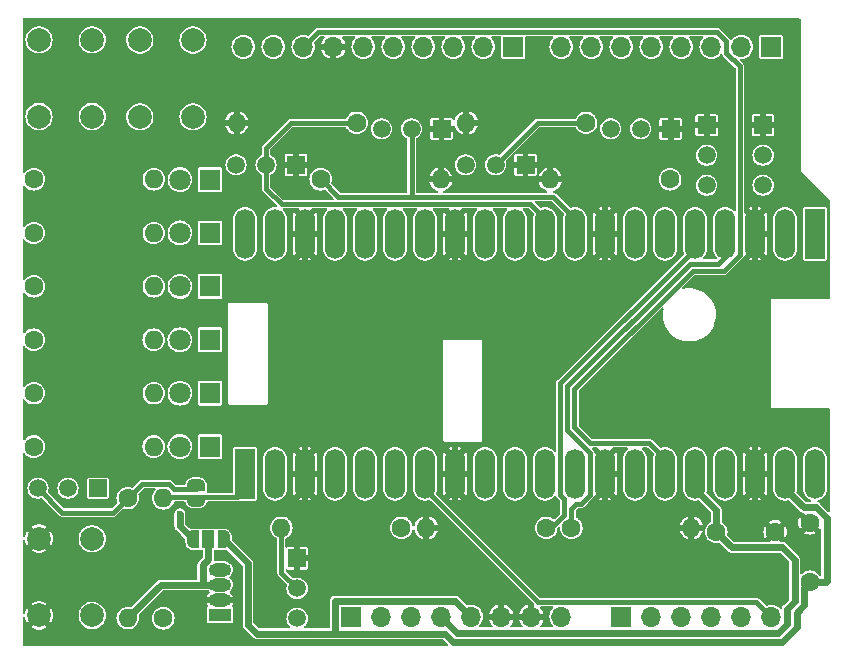
<source format=gbr>
%TF.GenerationSoftware,KiCad,Pcbnew,7.0.7*%
%TF.CreationDate,2023-09-12T10:17:06+02:00*%
%TF.ProjectId,Pico_Adapter,5069636f-5f41-4646-9170-7465722e6b69,V1.0*%
%TF.SameCoordinates,Original*%
%TF.FileFunction,Copper,L1,Top*%
%TF.FilePolarity,Positive*%
%FSLAX46Y46*%
G04 Gerber Fmt 4.6, Leading zero omitted, Abs format (unit mm)*
G04 Created by KiCad (PCBNEW 7.0.7) date 2023-09-12 10:17:06*
%MOMM*%
%LPD*%
G01*
G04 APERTURE LIST*
G04 Aperture macros list*
%AMFreePoly0*
4,1,19,0.550000,-0.750000,0.000000,-0.750000,0.000000,-0.744911,-0.071157,-0.744911,-0.207708,-0.704816,-0.327430,-0.627875,-0.420627,-0.520320,-0.479746,-0.390866,-0.500000,-0.250000,-0.500000,0.250000,-0.479746,0.390866,-0.420627,0.520320,-0.327430,0.627875,-0.207708,0.704816,-0.071157,0.744911,0.000000,0.744911,0.000000,0.750000,0.550000,0.750000,0.550000,-0.750000,0.550000,-0.750000,
$1*%
%AMFreePoly1*
4,1,19,0.000000,0.744911,0.071157,0.744911,0.207708,0.704816,0.327430,0.627875,0.420627,0.520320,0.479746,0.390866,0.500000,0.250000,0.500000,-0.250000,0.479746,-0.390866,0.420627,-0.520320,0.327430,-0.627875,0.207708,-0.704816,0.071157,-0.744911,0.000000,-0.744911,0.000000,-0.750000,-0.550000,-0.750000,-0.550000,0.750000,0.000000,0.750000,0.000000,0.744911,0.000000,0.744911,
$1*%
%AMFreePoly2*
4,1,19,0.500000,-0.750000,0.000000,-0.750000,0.000000,-0.744911,-0.071157,-0.744911,-0.207708,-0.704816,-0.327430,-0.627875,-0.420627,-0.520320,-0.479746,-0.390866,-0.500000,-0.250000,-0.500000,0.250000,-0.479746,0.390866,-0.420627,0.520320,-0.327430,0.627875,-0.207708,0.704816,-0.071157,0.744911,0.000000,0.744911,0.000000,0.750000,0.500000,0.750000,0.500000,-0.750000,0.500000,-0.750000,
$1*%
%AMFreePoly3*
4,1,19,0.000000,0.744911,0.071157,0.744911,0.207708,0.704816,0.327430,0.627875,0.420627,0.520320,0.479746,0.390866,0.500000,0.250000,0.500000,-0.250000,0.479746,-0.390866,0.420627,-0.520320,0.327430,-0.627875,0.207708,-0.704816,0.071157,-0.744911,0.000000,-0.744911,0.000000,-0.750000,-0.500000,-0.750000,-0.500000,0.750000,0.000000,0.750000,0.000000,0.744911,0.000000,0.744911,
$1*%
G04 Aperture macros list end*
%TA.AperFunction,ComponentPad*%
%ADD10R,1.900000X1.140000*%
%TD*%
%TA.AperFunction,ComponentPad*%
%ADD11O,1.900000X1.140000*%
%TD*%
%TA.AperFunction,ComponentPad*%
%ADD12R,1.500000X1.500000*%
%TD*%
%TA.AperFunction,ComponentPad*%
%ADD13C,1.500000*%
%TD*%
%TA.AperFunction,ComponentPad*%
%ADD14R,1.800000X1.800000*%
%TD*%
%TA.AperFunction,ComponentPad*%
%ADD15C,1.800000*%
%TD*%
%TA.AperFunction,ComponentPad*%
%ADD16R,1.700000X1.700000*%
%TD*%
%TA.AperFunction,ComponentPad*%
%ADD17O,1.700000X1.700000*%
%TD*%
%TA.AperFunction,ComponentPad*%
%ADD18C,1.600000*%
%TD*%
%TA.AperFunction,ComponentPad*%
%ADD19O,1.600000X1.600000*%
%TD*%
%TA.AperFunction,SMDPad,CuDef*%
%ADD20R,1.700000X4.240000*%
%TD*%
%TA.AperFunction,ComponentPad*%
%ADD21C,1.700000*%
%TD*%
%TA.AperFunction,SMDPad,CuDef*%
%ADD22O,1.700000X4.240000*%
%TD*%
%TA.AperFunction,ComponentPad*%
%ADD23C,2.000000*%
%TD*%
%TA.AperFunction,SMDPad,CuDef*%
%ADD24FreePoly0,180.000000*%
%TD*%
%TA.AperFunction,SMDPad,CuDef*%
%ADD25R,1.000000X1.500000*%
%TD*%
%TA.AperFunction,SMDPad,CuDef*%
%ADD26FreePoly1,180.000000*%
%TD*%
%TA.AperFunction,SMDPad,CuDef*%
%ADD27FreePoly2,90.000000*%
%TD*%
%TA.AperFunction,SMDPad,CuDef*%
%ADD28FreePoly3,90.000000*%
%TD*%
%TA.AperFunction,ViaPad*%
%ADD29C,0.600000*%
%TD*%
%TA.AperFunction,Conductor*%
%ADD30C,0.400000*%
%TD*%
%TA.AperFunction,Conductor*%
%ADD31C,0.600000*%
%TD*%
G04 APERTURE END LIST*
D10*
%TO.P,P1,1,DOUT*%
%TO.N,unconnected-(P1-DOUT-Pad1)*%
X95886000Y-155604400D03*
D11*
%TO.P,P1,2,GND*%
%TO.N,GND*%
X95886000Y-154334400D03*
%TO.P,P1,3,VDD*%
%TO.N,Net-(JP1-C)*%
X95886000Y-153064400D03*
%TO.P,P1,4,DIN*%
%TO.N,Net-(JP2-B)*%
X95886000Y-151794400D03*
%TD*%
D12*
%TO.P,B1,1,GND*%
%TO.N,GND*%
X102433800Y-150825200D03*
D13*
%TO.P,B1,2,DQ*%
%TO.N,GP17*%
X102433800Y-153365200D03*
%TO.P,B1,3,V_{DD}*%
%TO.N,+3V3*%
X102433800Y-155905200D03*
%TD*%
D12*
%TO.P,Q5,1,S*%
%TO.N,GND*%
X121768600Y-117504400D03*
D13*
%TO.P,Q5,2,G*%
%TO.N,GP5*%
X119228600Y-117504400D03*
%TO.P,Q5,3,D*%
%TO.N,Net-(P5-K)*%
X116688600Y-117504400D03*
%TD*%
D14*
%TO.P,P5,1,K*%
%TO.N,Net-(P5-K)*%
X95052800Y-127791400D03*
D15*
%TO.P,P5,2,A*%
%TO.N,Net-(P5-A)*%
X92512800Y-127791400D03*
%TD*%
D16*
%TO.P,X5,1,Pin_1*%
%TO.N,GP26*%
X129869600Y-155769400D03*
D17*
%TO.P,X5,2,Pin_2*%
%TO.N,GP27*%
X132409600Y-155769400D03*
%TO.P,X5,3,Pin_3*%
%TO.N,GP28*%
X134949600Y-155769400D03*
%TO.P,X5,4,Pin_4*%
%TO.N,GP22*%
X137489600Y-155769400D03*
%TO.P,X5,5,Pin_5*%
%TO.N,GP20*%
X140029600Y-155769400D03*
%TO.P,X5,6,Pin_6*%
%TO.N,GP21*%
X142569600Y-155769400D03*
%TD*%
D18*
%TO.P,R3,1*%
%TO.N,GP3*%
X123521200Y-148238400D03*
D19*
%TO.P,R3,2*%
%TO.N,GND*%
X113361200Y-148238400D03*
%TD*%
D12*
%TO.P,Q1,1,S*%
%TO.N,GP16*%
X85573600Y-144885600D03*
D13*
%TO.P,Q1,2,G*%
%TO.N,+3V3*%
X83033600Y-144885600D03*
%TO.P,Q1,3,D*%
%TO.N,Net-(JP2-B)*%
X80493600Y-144885600D03*
%TD*%
D18*
%TO.P,R13,1*%
%TO.N,+3V3*%
X80138000Y-118723600D03*
D19*
%TO.P,R13,2*%
%TO.N,Net-(P7-A)*%
X90298000Y-118723600D03*
%TD*%
D18*
%TO.P,R9,1*%
%TO.N,+3V3*%
X91109800Y-155905200D03*
D19*
%TO.P,R9,2*%
%TO.N,GP16*%
X91109800Y-145745200D03*
%TD*%
D16*
%TO.P,X2,1,Pin_1*%
%TO.N,GP16*%
X98018600Y-144931900D03*
D20*
X98018600Y-143661900D03*
D16*
X98018600Y-142391900D03*
D21*
%TO.P,X2,2,Pin_2*%
%TO.N,GP17*%
X100558600Y-144931900D03*
D22*
X100558600Y-143661900D03*
D21*
X100558600Y-142391900D03*
%TO.P,X2,3,Pin_3*%
%TO.N,GND*%
X103098600Y-144931900D03*
D22*
X103098600Y-143661900D03*
D21*
X103098600Y-142391900D03*
%TO.P,X2,4,Pin_4*%
%TO.N,GP18*%
X105638600Y-144931900D03*
D22*
X105638600Y-143661900D03*
D21*
X105638600Y-142391900D03*
%TO.P,X2,5,Pin_5*%
%TO.N,GP19*%
X108178600Y-144931900D03*
D22*
X108178600Y-143661900D03*
D21*
X108178600Y-142391900D03*
%TO.P,X2,6,Pin_6*%
%TO.N,GP20*%
X110718600Y-144931900D03*
D22*
X110718600Y-143661900D03*
D21*
X110718600Y-142391900D03*
%TO.P,X2,7,Pin_7*%
%TO.N,GP21*%
X113258600Y-144931900D03*
D22*
X113258600Y-143661900D03*
D21*
X113258600Y-142391900D03*
%TO.P,X2,8,Pin_8*%
%TO.N,GND*%
X115798600Y-144931900D03*
D22*
X115798600Y-143661900D03*
D21*
X115798600Y-142391900D03*
%TO.P,X2,9,Pin_9*%
%TO.N,GP22*%
X118338600Y-144931900D03*
D22*
X118338600Y-143661900D03*
D21*
X118338600Y-142391900D03*
%TO.P,X2,10,Pin_10*%
%TO.N,RUN*%
X120878600Y-144931900D03*
D22*
X120878600Y-143661900D03*
D21*
X120878600Y-142391900D03*
%TO.P,X2,11,Pin_11*%
%TO.N,GP26*%
X123418600Y-144931900D03*
D22*
X123418600Y-143661900D03*
D21*
X123418600Y-142391900D03*
%TO.P,X2,12,Pin_12*%
%TO.N,GP27*%
X125958600Y-144931900D03*
D22*
X125958600Y-143661900D03*
D21*
X125958600Y-142391900D03*
%TO.P,X2,13,Pin_13*%
%TO.N,GND*%
X128498600Y-144931900D03*
D22*
X128498600Y-143661900D03*
D21*
X128498600Y-142391900D03*
%TO.P,X2,14,Pin_14*%
%TO.N,GP28*%
X131038600Y-144931900D03*
D22*
X131038600Y-143661900D03*
D21*
X131038600Y-142391900D03*
%TO.P,X2,15,Pin_15*%
%TO.N,VREF*%
X133578600Y-144931900D03*
D22*
X133578600Y-143661900D03*
D21*
X133578600Y-142391900D03*
%TO.P,X2,16,Pin_16*%
%TO.N,+3V3*%
X136118600Y-144931900D03*
D22*
X136118600Y-143661900D03*
D21*
X136118600Y-142391900D03*
%TO.P,X2,17,Pin_17*%
%TO.N,unconnected-(X2-Pin_17-Pad17)*%
X138658600Y-144931900D03*
D22*
X138658600Y-143661900D03*
D21*
X138658600Y-142391900D03*
%TO.P,X2,18,Pin_18*%
%TO.N,GND*%
X141198600Y-144931900D03*
D22*
X141198600Y-143661900D03*
D21*
X141198600Y-142391900D03*
%TO.P,X2,19,Pin_19*%
%TO.N,+5V*%
X143738600Y-144931900D03*
D22*
X143738600Y-143661900D03*
D21*
X143738600Y-142391900D03*
%TO.P,X2,20,Pin_20*%
%TO.N,unconnected-(X2-Pin_20-Pad20)*%
X146278600Y-144931900D03*
D22*
X146278600Y-143661900D03*
D21*
X146278600Y-142391900D03*
%TD*%
D14*
%TO.P,P4,1,K*%
%TO.N,Net-(P4-K)*%
X95047800Y-132312600D03*
D15*
%TO.P,P4,2,A*%
%TO.N,Net-(P4-A)*%
X92507800Y-132312600D03*
%TD*%
D14*
%TO.P,P6,1,K*%
%TO.N,Net-(P6-K)*%
X95052800Y-123270200D03*
D15*
%TO.P,P6,2,A*%
%TO.N,Net-(P6-A)*%
X92512800Y-123270200D03*
%TD*%
D18*
%TO.P,C2,1*%
%TO.N,+5V*%
X145846800Y-152802600D03*
%TO.P,C2,2*%
%TO.N,GND*%
X145846800Y-147802600D03*
%TD*%
D23*
%TO.P,SW2,1,A*%
%TO.N,+3V3*%
X89114800Y-113439200D03*
X89114800Y-106939200D03*
%TO.P,SW2,2,B*%
%TO.N,GP18*%
X93614800Y-113439200D03*
X93614800Y-106939200D03*
%TD*%
D18*
%TO.P,R14,1*%
%TO.N,+3V3*%
X80133000Y-132312600D03*
D19*
%TO.P,R14,2*%
%TO.N,Net-(P4-A)*%
X90293000Y-132312600D03*
%TD*%
D18*
%TO.P,R10,1*%
%TO.N,+3V3*%
X80133000Y-141355000D03*
D19*
%TO.P,R10,2*%
%TO.N,Net-(P2-A)*%
X90293000Y-141355000D03*
%TD*%
D18*
%TO.P,R11,1*%
%TO.N,+3V3*%
X80138000Y-127791400D03*
D19*
%TO.P,R11,2*%
%TO.N,Net-(P5-A)*%
X90298000Y-127791400D03*
%TD*%
D18*
%TO.P,R7,1*%
%TO.N,+3V3*%
X111253000Y-148238400D03*
D19*
%TO.P,R7,2*%
%TO.N,GP17*%
X101093000Y-148238400D03*
%TD*%
D18*
%TO.P,R2,1*%
%TO.N,GP2*%
X125654800Y-148238400D03*
D19*
%TO.P,R2,2*%
%TO.N,GND*%
X135814800Y-148238400D03*
%TD*%
D18*
%TO.P,R1,1*%
%TO.N,GP7*%
X107468400Y-113948400D03*
D19*
%TO.P,R1,2*%
%TO.N,GND*%
X97308400Y-113948400D03*
%TD*%
D14*
%TO.P,P7,1,K*%
%TO.N,Net-(P7-K)*%
X95052800Y-118749000D03*
D15*
%TO.P,P7,2,A*%
%TO.N,Net-(P7-A)*%
X92512800Y-118749000D03*
%TD*%
D14*
%TO.P,P2,1,K*%
%TO.N,Net-(P2-K)*%
X95047800Y-141355000D03*
D15*
%TO.P,P2,2,A*%
%TO.N,Net-(P2-A)*%
X92507800Y-141355000D03*
%TD*%
D16*
%TO.P,X6,1,Pin_1*%
%TO.N,GP8*%
X120727800Y-107518400D03*
D17*
%TO.P,X6,2,Pin_2*%
%TO.N,GP9*%
X118187800Y-107518400D03*
%TO.P,X6,3,Pin_3*%
%TO.N,GP13*%
X115647800Y-107518400D03*
%TO.P,X6,4,Pin_4*%
%TO.N,GP11*%
X113107800Y-107518400D03*
%TO.P,X6,5,Pin_5*%
%TO.N,GP12*%
X110567800Y-107518400D03*
%TO.P,X6,6,Pin_6*%
%TO.N,GP10*%
X108027800Y-107518400D03*
%TO.P,X6,7,Pin_7*%
%TO.N,GND*%
X105487800Y-107518400D03*
%TO.P,X6,8,Pin_8*%
%TO.N,VREF*%
X102947800Y-107518400D03*
%TO.P,X6,9,Pin_9*%
%TO.N,GP14*%
X100407800Y-107518400D03*
%TO.P,X6,10,Pin_10*%
%TO.N,GP15*%
X97867800Y-107518400D03*
%TD*%
D24*
%TO.P,JP1,1,A*%
%TO.N,+5V*%
X96224400Y-149199600D03*
D25*
%TO.P,JP1,2,C*%
%TO.N,Net-(JP1-C)*%
X94924400Y-149199600D03*
D26*
%TO.P,JP1,3,B*%
%TO.N,+3V3*%
X93624400Y-149199600D03*
%TD*%
D16*
%TO.P,X3,1,Pin_1*%
%TO.N,unconnected-(X3-Pin_1-Pad1)*%
X107010600Y-155769400D03*
D17*
%TO.P,X3,2,Pin_2*%
%TO.N,+3V3*%
X109550600Y-155769400D03*
%TO.P,X3,3,Pin_3*%
%TO.N,RUN*%
X112090600Y-155769400D03*
%TO.P,X3,4,Pin_4*%
%TO.N,+3V3*%
X114630600Y-155769400D03*
%TO.P,X3,5,Pin_5*%
%TO.N,+5V*%
X117170600Y-155769400D03*
%TO.P,X3,6,Pin_6*%
%TO.N,GND*%
X119710600Y-155769400D03*
%TO.P,X3,7,Pin_7*%
X122250600Y-155769400D03*
%TO.P,X3,8,Pin_8*%
%TO.N,unconnected-(X3-Pin_8-Pad8)*%
X124790600Y-155769400D03*
%TD*%
D18*
%TO.P,R4,1*%
%TO.N,GP4*%
X134011400Y-118723600D03*
D19*
%TO.P,R4,2*%
%TO.N,GND*%
X123851400Y-118723600D03*
%TD*%
D12*
%TO.P,Q7,1,S*%
%TO.N,GND*%
X102337600Y-117500000D03*
D13*
%TO.P,Q7,2,G*%
%TO.N,GP7*%
X99797600Y-117500000D03*
%TO.P,Q7,3,D*%
%TO.N,Net-(P7-K)*%
X97257600Y-117500000D03*
%TD*%
D23*
%TO.P,SW1,1,A*%
%TO.N,RUN*%
X85080400Y-149154000D03*
X85080400Y-155654000D03*
%TO.P,SW1,2,B*%
%TO.N,GND*%
X80580400Y-149154000D03*
X80580400Y-155654000D03*
%TD*%
D18*
%TO.P,R12,1*%
%TO.N,+3V3*%
X80138000Y-136833800D03*
D19*
%TO.P,R12,2*%
%TO.N,Net-(P3-A)*%
X90298000Y-136833800D03*
%TD*%
D16*
%TO.P,X1,1,Pin_1*%
%TO.N,GP0*%
X146278600Y-122072400D03*
D20*
X146278600Y-123342400D03*
D16*
X146278600Y-124612400D03*
D21*
%TO.P,X1,2,Pin_2*%
%TO.N,GP1*%
X143738600Y-122072400D03*
D22*
X143738600Y-123342400D03*
D21*
X143738600Y-124612400D03*
%TO.P,X1,3,Pin_3*%
%TO.N,GND*%
X141198600Y-122072400D03*
D22*
X141198600Y-123342400D03*
D21*
X141198600Y-124612400D03*
%TO.P,X1,4,Pin_4*%
%TO.N,GP2*%
X138658600Y-122072400D03*
D22*
X138658600Y-123342400D03*
D21*
X138658600Y-124612400D03*
%TO.P,X1,5,Pin_5*%
%TO.N,GP3*%
X136118600Y-122072400D03*
D22*
X136118600Y-123342400D03*
D21*
X136118600Y-124612400D03*
%TO.P,X1,6,Pin_6*%
%TO.N,GP4*%
X133578600Y-122072400D03*
D22*
X133578600Y-123342400D03*
D21*
X133578600Y-124612400D03*
%TO.P,X1,7,Pin_7*%
%TO.N,GP5*%
X131038600Y-122072400D03*
D22*
X131038600Y-123342400D03*
D21*
X131038600Y-124612400D03*
%TO.P,X1,8,Pin_8*%
%TO.N,GND*%
X128498600Y-122072400D03*
D22*
X128498600Y-123342400D03*
D21*
X128498600Y-124612400D03*
%TO.P,X1,9,Pin_9*%
%TO.N,GP6*%
X125958600Y-122072400D03*
D22*
X125958600Y-123342400D03*
D21*
X125958600Y-124612400D03*
%TO.P,X1,10,Pin_10*%
%TO.N,GP7*%
X123418600Y-122072400D03*
D22*
X123418600Y-123342400D03*
D21*
X123418600Y-124612400D03*
%TO.P,X1,11,Pin_11*%
%TO.N,GP8*%
X120878600Y-122072400D03*
D22*
X120878600Y-123342400D03*
D21*
X120878600Y-124612400D03*
%TO.P,X1,12,Pin_12*%
%TO.N,GP9*%
X118338600Y-122072400D03*
D22*
X118338600Y-123342400D03*
D21*
X118338600Y-124612400D03*
%TO.P,X1,13,Pin_13*%
%TO.N,GND*%
X115798600Y-122072400D03*
D22*
X115798600Y-123342400D03*
D21*
X115798600Y-124612400D03*
%TO.P,X1,14,Pin_14*%
%TO.N,GP10*%
X113258600Y-122072400D03*
D22*
X113258600Y-123342400D03*
D21*
X113258600Y-124612400D03*
%TO.P,X1,15,Pin_15*%
%TO.N,GP11*%
X110718600Y-122072400D03*
D22*
X110718600Y-123342400D03*
D21*
X110718600Y-124612400D03*
%TO.P,X1,16,Pin_16*%
%TO.N,GP12*%
X108178600Y-122072400D03*
D22*
X108178600Y-123342400D03*
D21*
X108178600Y-124612400D03*
%TO.P,X1,17,Pin_17*%
%TO.N,GP13*%
X105638600Y-122072400D03*
D22*
X105638600Y-123342400D03*
D21*
X105638600Y-124612400D03*
%TO.P,X1,18,Pin_18*%
%TO.N,GND*%
X103098600Y-122072400D03*
D22*
X103098600Y-123342400D03*
D21*
X103098600Y-124612400D03*
%TO.P,X1,19,Pin_19*%
%TO.N,GP14*%
X100558600Y-122072400D03*
D22*
X100558600Y-123342400D03*
D21*
X100558600Y-124612400D03*
%TO.P,X1,20,Pin_20*%
%TO.N,GP15*%
X98018600Y-122072400D03*
D22*
X98018600Y-123342400D03*
D21*
X98018600Y-124612400D03*
%TD*%
D18*
%TO.P,R6,1*%
%TO.N,GP6*%
X104420400Y-118723600D03*
D19*
%TO.P,R6,2*%
%TO.N,GND*%
X114580400Y-118723600D03*
%TD*%
D12*
%TO.P,Q4,1,S*%
%TO.N,GND*%
X134062200Y-114452000D03*
D13*
%TO.P,Q4,2,G*%
%TO.N,GP4*%
X131522200Y-114452000D03*
%TO.P,Q4,3,D*%
%TO.N,Net-(P4-K)*%
X128982200Y-114452000D03*
%TD*%
D18*
%TO.P,R15,1*%
%TO.N,+3V3*%
X80138000Y-123270200D03*
D19*
%TO.P,R15,2*%
%TO.N,Net-(P6-A)*%
X90298000Y-123270200D03*
%TD*%
D27*
%TO.P,JP2,1,A*%
%TO.N,GP16*%
X93878400Y-145927600D03*
D28*
%TO.P,JP2,2,B*%
%TO.N,Net-(JP2-B)*%
X93878400Y-144627600D03*
%TD*%
D18*
%TO.P,C1,1*%
%TO.N,+3V3*%
X137922000Y-148590000D03*
%TO.P,C1,2*%
%TO.N,GND*%
X142922000Y-148590000D03*
%TD*%
D12*
%TO.P,Q6,1,S*%
%TO.N,GND*%
X114656600Y-114456400D03*
D13*
%TO.P,Q6,2,G*%
%TO.N,GP6*%
X112116600Y-114456400D03*
%TO.P,Q6,3,D*%
%TO.N,Net-(P6-K)*%
X109576600Y-114456400D03*
%TD*%
D12*
%TO.P,Q3,1,S*%
%TO.N,GND*%
X137110200Y-114151600D03*
D13*
%TO.P,Q3,2,G*%
%TO.N,GP3*%
X137110200Y-116691600D03*
%TO.P,Q3,3,D*%
%TO.N,Net-(P3-K)*%
X137110200Y-119231600D03*
%TD*%
D18*
%TO.P,R8,1*%
%TO.N,Net-(JP2-B)*%
X88087200Y-145719800D03*
D19*
%TO.P,R8,2*%
%TO.N,Net-(JP1-C)*%
X88087200Y-155879800D03*
%TD*%
D16*
%TO.P,X4,1,Pin_1*%
%TO.N,GP0*%
X142569600Y-107518400D03*
D17*
%TO.P,X4,2,Pin_2*%
%TO.N,GP1*%
X140029600Y-107518400D03*
%TO.P,X4,3,Pin_3*%
%TO.N,GP2*%
X137489600Y-107518400D03*
%TO.P,X4,4,Pin_4*%
%TO.N,GP3*%
X134949600Y-107518400D03*
%TO.P,X4,5,Pin_5*%
%TO.N,GP4*%
X132409600Y-107518400D03*
%TO.P,X4,6,Pin_6*%
%TO.N,GP5*%
X129869600Y-107518400D03*
%TO.P,X4,7,Pin_7*%
%TO.N,GP6*%
X127329600Y-107518400D03*
%TO.P,X4,8,Pin_8*%
%TO.N,GP7*%
X124789600Y-107518400D03*
%TD*%
D14*
%TO.P,P3,1,K*%
%TO.N,Net-(P3-K)*%
X95052800Y-136833800D03*
D15*
%TO.P,P3,2,A*%
%TO.N,Net-(P3-A)*%
X92512800Y-136833800D03*
%TD*%
D23*
%TO.P,SW3,1,A*%
%TO.N,+3V3*%
X80580400Y-113413800D03*
X80580400Y-106913800D03*
%TO.P,SW3,2,B*%
%TO.N,GP19*%
X85080400Y-113413800D03*
X85080400Y-106913800D03*
%TD*%
D18*
%TO.P,R5,1*%
%TO.N,GP5*%
X126899400Y-113948400D03*
D19*
%TO.P,R5,2*%
%TO.N,GND*%
X116739400Y-113948400D03*
%TD*%
D12*
%TO.P,Q2,1,S*%
%TO.N,GND*%
X141885400Y-114151600D03*
D13*
%TO.P,Q2,2,G*%
%TO.N,GP2*%
X141885400Y-116691600D03*
%TO.P,Q2,3,D*%
%TO.N,Net-(P2-K)*%
X141885400Y-119231600D03*
%TD*%
D29*
%TO.N,+3V3*%
X92494775Y-147040600D03*
%TD*%
D30*
%TO.N,GP2*%
X126426467Y-146231800D02*
X126061200Y-146231800D01*
X138658600Y-125304600D02*
X138100800Y-125862400D01*
X127208600Y-141874133D02*
X127208600Y-145449667D01*
X125308600Y-139974133D02*
X127208600Y-141874133D01*
X138100800Y-125862400D02*
X135674649Y-125862400D01*
X126061200Y-146231800D02*
X125654800Y-146638200D01*
X125308600Y-136228449D02*
X125308600Y-139974133D01*
X138658600Y-124612400D02*
X138658600Y-125304600D01*
X135674649Y-125862400D02*
X125308600Y-136228449D01*
X125654800Y-146638200D02*
X125654800Y-148238400D01*
X127208600Y-145449667D02*
X126426467Y-146231800D01*
%TO.N,GP3*%
X125054800Y-145795867D02*
X124708600Y-145449667D01*
X123957743Y-148238400D02*
X125054800Y-147141343D01*
X124708600Y-135979921D02*
X136076121Y-124612400D01*
X123521200Y-148238400D02*
X123957743Y-148238400D01*
X124708600Y-145449667D02*
X124708600Y-135979921D01*
X136076121Y-124612400D02*
X136118600Y-124612400D01*
X125054800Y-147141343D02*
X125054800Y-145795867D01*
%TO.N,GP5*%
X122784600Y-113948400D02*
X126899400Y-113948400D01*
X119228600Y-117504400D02*
X122784600Y-113948400D01*
%TO.N,GP6*%
X105919200Y-120222400D02*
X112218200Y-120222400D01*
X112116600Y-114456400D02*
X112116600Y-120120800D01*
X104420400Y-118723600D02*
X105919200Y-120222400D01*
X112218200Y-120222400D02*
X124108600Y-120222400D01*
X112116600Y-120120800D02*
X112218200Y-120222400D01*
X124108600Y-120222400D02*
X125958600Y-122072400D01*
%TO.N,GP7*%
X99797600Y-116082000D02*
X101931200Y-113948400D01*
X99797600Y-119511000D02*
X101109000Y-120822400D01*
X99797600Y-117500000D02*
X99797600Y-116082000D01*
X99797600Y-117500000D02*
X99797600Y-119511000D01*
X101931200Y-113948400D02*
X107468400Y-113948400D01*
X101109000Y-120822400D02*
X122168600Y-120822400D01*
X122168600Y-120822400D02*
X123418600Y-122072400D01*
%TO.N,GP16*%
X97306900Y-145643600D02*
X91211400Y-145643600D01*
X91211400Y-145643600D02*
X91109800Y-145745200D01*
X98018600Y-144931900D02*
X97306900Y-145643600D01*
X91109800Y-145745200D02*
X91287600Y-145923000D01*
%TO.N,GP17*%
X101093000Y-152024400D02*
X102433800Y-153365200D01*
X101093000Y-148238400D02*
X101093000Y-152024400D01*
%TO.N,GP21*%
X122846100Y-154519400D02*
X141319600Y-154519400D01*
X113258600Y-144931900D02*
X122846100Y-154519400D01*
X141319600Y-154519400D02*
X142569600Y-155769400D01*
%TO.N,VREF*%
X132262300Y-141075600D02*
X127258595Y-141075600D01*
X125908600Y-139725605D02*
X125908600Y-136476977D01*
X139908600Y-109165167D02*
X138739600Y-107996167D01*
X138739600Y-107996167D02*
X138739600Y-107000633D01*
X138576367Y-126462400D02*
X139908600Y-125130167D01*
X104197800Y-106268400D02*
X102947800Y-107518400D01*
X127258595Y-141075600D02*
X125908600Y-139725605D01*
X125908600Y-136476977D02*
X135923177Y-126462400D01*
X138739600Y-107000633D02*
X138007367Y-106268400D01*
X138007367Y-106268400D02*
X104197800Y-106268400D01*
X135923177Y-126462400D02*
X138576367Y-126462400D01*
X133578600Y-142391900D02*
X132262300Y-141075600D01*
X139908600Y-125130167D02*
X139908600Y-109165167D01*
D31*
%TO.N,+3V3*%
X144546800Y-154467000D02*
X144546800Y-150926800D01*
X143919600Y-155094200D02*
X144546800Y-154467000D01*
X136118600Y-144931900D02*
X137922000Y-146735300D01*
X137922000Y-146735300D02*
X137922000Y-148590000D01*
X143138200Y-157119400D02*
X143919600Y-156338000D01*
X143919600Y-156338000D02*
X143919600Y-155094200D01*
X92494775Y-147040600D02*
X92494775Y-148069975D01*
X143510000Y-149890000D02*
X139222000Y-149890000D01*
X144546800Y-150926800D02*
X143510000Y-149890000D01*
X114630600Y-155769400D02*
X115980600Y-157119400D01*
X92494775Y-148069975D02*
X93624400Y-149199600D01*
X115980600Y-157119400D02*
X143138200Y-157119400D01*
X139222000Y-149890000D02*
X137922000Y-148590000D01*
%TO.N,+5V*%
X145309300Y-146502600D02*
X143738600Y-144931900D01*
X105660600Y-157180200D02*
X105665000Y-157184600D01*
X145846800Y-152802600D02*
X145846800Y-152831800D01*
X105660600Y-154419400D02*
X115820600Y-154419400D01*
X96224400Y-149199600D02*
X98272600Y-151247800D01*
X98272600Y-156434600D02*
X99022600Y-157184600D01*
X147275400Y-147392722D02*
X146385278Y-146502600D01*
X105660600Y-156239400D02*
X105660600Y-157180200D01*
X146385278Y-146502600D02*
X145309300Y-146502600D01*
X143469570Y-157919400D02*
X115649230Y-157919400D01*
X144719600Y-155425570D02*
X144719600Y-156669370D01*
X105660600Y-156977000D02*
X105660600Y-156239400D01*
X145846800Y-152802600D02*
X147177600Y-152802600D01*
X114914430Y-157184600D02*
X105665000Y-157184600D01*
X147275400Y-152704800D02*
X147275400Y-147392722D01*
X105660600Y-156239400D02*
X105660600Y-154419400D01*
X145846800Y-152802600D02*
X145346800Y-153302600D01*
X145043385Y-155101785D02*
X144719600Y-155425570D01*
X115649230Y-157919400D02*
X114914430Y-157184600D01*
X99022600Y-157184600D02*
X105665000Y-157184600D01*
X98272600Y-151247800D02*
X98272600Y-156434600D01*
X145346800Y-153302600D02*
X145346800Y-154798370D01*
X147177600Y-152802600D02*
X147275400Y-152704800D01*
X144719600Y-156669370D02*
X143469570Y-157919400D01*
X145346800Y-154798370D02*
X145043385Y-155101785D01*
X115820600Y-154419400D02*
X117170600Y-155769400D01*
%TO.N,Net-(JP1-C)*%
X94436000Y-152964000D02*
X94335600Y-153064400D01*
X94335600Y-153064400D02*
X90902600Y-153064400D01*
X94924400Y-150871076D02*
X94436000Y-151359476D01*
X94924400Y-149199600D02*
X94924400Y-150871076D01*
X94436000Y-151359476D02*
X94436000Y-152964000D01*
X90902600Y-153064400D02*
X88061800Y-155905200D01*
X94644400Y-153064400D02*
X94335600Y-153064400D01*
X94644400Y-153064400D02*
X95886000Y-153064400D01*
D30*
%TO.N,Net-(JP2-B)*%
X89261800Y-144545200D02*
X86857800Y-146949200D01*
X93855610Y-144925190D02*
X91991590Y-144925190D01*
X91991590Y-144925190D02*
X91611600Y-144545200D01*
X93878400Y-144902400D02*
X93855610Y-144925190D01*
X91611600Y-144545200D02*
X89261800Y-144545200D01*
X82557200Y-146949200D02*
X80493600Y-144885600D01*
X86857800Y-146949200D02*
X82557200Y-146949200D01*
%TD*%
%TA.AperFunction,Conductor*%
%TO.N,GND*%
G36*
X127906456Y-141445007D02*
G01*
X127916584Y-141458946D01*
X127917892Y-141457639D01*
X128263141Y-141802888D01*
X128290918Y-141857405D01*
X128281347Y-141917837D01*
X128238082Y-141961102D01*
X128234266Y-141962944D01*
X128225502Y-141966946D01*
X128116837Y-142061103D01*
X128064875Y-142141959D01*
X128017509Y-142180691D01*
X127956423Y-142184184D01*
X127911587Y-142158440D01*
X127576520Y-141823373D01*
X127554304Y-141779771D01*
X127551514Y-141780602D01*
X127547079Y-141765708D01*
X127544691Y-141758749D01*
X127520304Y-141713687D01*
X127497798Y-141667648D01*
X127493548Y-141661695D01*
X127489018Y-141655875D01*
X127451324Y-141621174D01*
X127425253Y-141595104D01*
X127397476Y-141540587D01*
X127407047Y-141480155D01*
X127450312Y-141436890D01*
X127495257Y-141426100D01*
X127848265Y-141426100D01*
X127906456Y-141445007D01*
G37*
%TD.AperFunction*%
%TA.AperFunction,Conductor*%
G36*
X145018291Y-105122807D02*
G01*
X145054255Y-105172307D01*
X145059100Y-105202900D01*
X145059099Y-117927916D01*
X145054560Y-117953092D01*
X145054132Y-117959091D01*
X145056833Y-117971491D01*
X145057694Y-117979494D01*
X145058093Y-117979437D01*
X145059101Y-117986449D01*
X145062428Y-117997781D01*
X145063300Y-118001195D01*
X145069813Y-118031105D01*
X145069814Y-118031108D01*
X145069815Y-118031109D01*
X145069901Y-118031266D01*
X145070590Y-118032930D01*
X145071091Y-118033709D01*
X145072890Y-118036739D01*
X145073339Y-118037561D01*
X145074467Y-118038961D01*
X145074565Y-118039114D01*
X145097699Y-118059159D01*
X145100272Y-118061554D01*
X147545890Y-120506200D01*
X147573678Y-120560710D01*
X147574900Y-120576216D01*
X147574900Y-128777900D01*
X147555993Y-128836091D01*
X147506493Y-128872055D01*
X147475900Y-128876900D01*
X142665656Y-128876900D01*
X142651566Y-128875892D01*
X142630988Y-128872933D01*
X142630987Y-128872933D01*
X142630986Y-128872933D01*
X142630984Y-128872933D01*
X142630982Y-128872934D01*
X142612067Y-128881572D01*
X142598837Y-128886507D01*
X142578886Y-128892365D01*
X142571017Y-128897422D01*
X142563943Y-128903552D01*
X142552696Y-128921050D01*
X142544241Y-128932344D01*
X142530623Y-128948061D01*
X142526733Y-128956580D01*
X142524100Y-128965550D01*
X142524100Y-128986344D01*
X142523092Y-129000434D01*
X142520132Y-129021013D01*
X142522159Y-129035104D01*
X142520636Y-129035322D01*
X142524100Y-129051236D01*
X142524100Y-137986344D01*
X142523092Y-138000434D01*
X142520133Y-138021012D01*
X142520133Y-138021018D01*
X142528771Y-138039932D01*
X142533706Y-138053161D01*
X142539565Y-138073113D01*
X142544624Y-138080985D01*
X142550749Y-138088054D01*
X142568240Y-138099295D01*
X142579544Y-138107757D01*
X142592839Y-138119276D01*
X142595265Y-138121378D01*
X142595266Y-138121378D01*
X142603774Y-138125264D01*
X142612750Y-138127900D01*
X142633544Y-138127900D01*
X142647634Y-138128908D01*
X142650011Y-138129249D01*
X142668214Y-138131867D01*
X142668218Y-138131864D01*
X142682303Y-138129841D01*
X142682521Y-138131362D01*
X142698436Y-138127900D01*
X147475900Y-138127900D01*
X147534091Y-138146807D01*
X147570055Y-138196307D01*
X147574900Y-138226900D01*
X147574900Y-146816111D01*
X147555993Y-146874302D01*
X147506493Y-146910266D01*
X147445307Y-146910266D01*
X147405896Y-146886115D01*
X146723680Y-146203898D01*
X146719978Y-146199755D01*
X146718542Y-146197954D01*
X146695157Y-146168630D01*
X146646006Y-146135119D01*
X146598160Y-146099807D01*
X146598157Y-146099805D01*
X146591600Y-146096340D01*
X146591804Y-146095952D01*
X146589822Y-146094952D01*
X146589633Y-146095346D01*
X146582949Y-146092127D01*
X146558393Y-146084552D01*
X146508361Y-146049332D01*
X146488587Y-145991430D01*
X146506623Y-145932963D01*
X146553189Y-145897115D01*
X146596485Y-145881080D01*
X146599243Y-145880152D01*
X146663327Y-145860714D01*
X146687094Y-145848009D01*
X146693217Y-145845254D01*
X146721487Y-145834786D01*
X146778208Y-145799431D01*
X146781045Y-145797791D01*
X146831806Y-145770660D01*
X146837131Y-145767814D01*
X146837133Y-145767813D01*
X146837134Y-145767812D01*
X146837138Y-145767810D01*
X146860544Y-145748600D01*
X146865742Y-145744871D01*
X146894171Y-145727152D01*
X146940220Y-145683376D01*
X146942869Y-145681036D01*
X146989483Y-145642783D01*
X147010808Y-145616797D01*
X147014963Y-145612330D01*
X147023201Y-145604498D01*
X147041653Y-145586959D01*
X147076035Y-145537559D01*
X147078362Y-145534483D01*
X147114510Y-145490438D01*
X147131931Y-145457842D01*
X147134945Y-145452919D01*
X147157895Y-145419949D01*
X147180304Y-145367727D01*
X147182138Y-145363913D01*
X147183775Y-145360852D01*
X147207414Y-145316627D01*
X147219109Y-145278069D01*
X147220982Y-145272937D01*
X147238140Y-145232958D01*
X147248909Y-145180549D01*
X147250023Y-145176161D01*
X147264624Y-145128032D01*
X147268900Y-145084609D01*
X147269674Y-145079504D01*
X147271659Y-145069847D01*
X147279100Y-145033641D01*
X147279100Y-144983483D01*
X147279339Y-144978628D01*
X147283941Y-144931903D01*
X147283941Y-144931897D01*
X147279339Y-144885171D01*
X147279100Y-144880316D01*
X147279100Y-142443483D01*
X147279339Y-142438628D01*
X147283941Y-142391903D01*
X147283941Y-142391899D01*
X147281144Y-142363501D01*
X147279378Y-142345572D01*
X147279206Y-142343257D01*
X147279099Y-142341147D01*
X147274125Y-142292236D01*
X147268724Y-142237396D01*
X147264624Y-142195768D01*
X147264620Y-142195756D01*
X147264452Y-142194907D01*
X147263753Y-142190244D01*
X147263674Y-142189462D01*
X147234634Y-142096907D01*
X147219106Y-142045718D01*
X147207415Y-142007176D01*
X147205551Y-142002676D01*
X147205922Y-142002522D01*
X147204819Y-141999897D01*
X147204742Y-141999931D01*
X147202763Y-141995319D01*
X147157212Y-141913251D01*
X147153572Y-141906442D01*
X147114510Y-141833362D01*
X147114508Y-141833359D01*
X147111807Y-141829317D01*
X147111848Y-141829289D01*
X147105093Y-141819352D01*
X147104009Y-141817398D01*
X147104008Y-141817396D01*
X147104007Y-141817395D01*
X147065671Y-141772740D01*
X147044943Y-141748595D01*
X146989483Y-141681017D01*
X146989477Y-141681012D01*
X146989475Y-141681010D01*
X146987518Y-141679404D01*
X146975208Y-141667364D01*
X146971466Y-141663005D01*
X146971465Y-141663004D01*
X146902273Y-141609445D01*
X146884798Y-141595104D01*
X146837138Y-141555990D01*
X146837135Y-141555988D01*
X146837127Y-141555983D01*
X146831809Y-141553141D01*
X146817870Y-141544112D01*
X146810559Y-141538452D01*
X146810555Y-141538450D01*
X146734842Y-141501312D01*
X146663335Y-141463089D01*
X146663319Y-141463083D01*
X146654177Y-141460309D01*
X146639326Y-141454458D01*
X146627872Y-141448840D01*
X146549312Y-141428499D01*
X146474736Y-141405876D01*
X146461729Y-141404595D01*
X146446626Y-141401912D01*
X146430881Y-141397836D01*
X146430885Y-141397836D01*
X146354175Y-141393945D01*
X146351839Y-141393771D01*
X146327757Y-141391400D01*
X146278605Y-141386559D01*
X146278600Y-141386559D01*
X146262109Y-141388182D01*
X146247402Y-141388531D01*
X146227663Y-141387530D01*
X146155048Y-141398654D01*
X146152404Y-141398987D01*
X146082473Y-141405874D01*
X146063258Y-141411702D01*
X146049524Y-141414820D01*
X146026530Y-141418343D01*
X145960750Y-141442705D01*
X145957934Y-141443652D01*
X145893873Y-141463086D01*
X145893869Y-141463087D01*
X145893869Y-141463088D01*
X145870118Y-141475782D01*
X145863971Y-141478548D01*
X145835713Y-141489013D01*
X145779006Y-141524357D01*
X145776159Y-141526003D01*
X145720060Y-141555990D01*
X145696662Y-141575191D01*
X145691442Y-141578936D01*
X145663028Y-141596648D01*
X145617003Y-141640397D01*
X145614303Y-141642783D01*
X145567719Y-141681015D01*
X145567711Y-141681023D01*
X145546391Y-141706998D01*
X145542232Y-141711472D01*
X145515549Y-141736838D01*
X145515546Y-141736841D01*
X145481172Y-141786225D01*
X145478809Y-141789349D01*
X145442689Y-141833363D01*
X145425269Y-141865953D01*
X145422240Y-141870898D01*
X145406873Y-141892978D01*
X145399305Y-141903851D01*
X145383169Y-141941452D01*
X145376895Y-141956071D01*
X145375062Y-141959883D01*
X145349786Y-142007170D01*
X145338092Y-142045720D01*
X145336211Y-142050874D01*
X145319059Y-142090844D01*
X145308292Y-142143236D01*
X145307174Y-142147641D01*
X145292576Y-142195765D01*
X145292574Y-142195776D01*
X145288300Y-142239177D01*
X145287525Y-142244291D01*
X145278100Y-142290156D01*
X145278100Y-142340316D01*
X145277861Y-142345171D01*
X145273259Y-142391897D01*
X145273259Y-142391903D01*
X145277861Y-142438628D01*
X145278100Y-142443483D01*
X145278100Y-144880316D01*
X145277861Y-144885171D01*
X145273259Y-144931897D01*
X145273259Y-144931904D01*
X145277817Y-144978185D01*
X145277992Y-144980521D01*
X145278099Y-144982641D01*
X145283074Y-145031563D01*
X145292576Y-145128042D01*
X145292750Y-145128914D01*
X145293443Y-145133534D01*
X145293523Y-145134323D01*
X145293525Y-145134334D01*
X145293526Y-145134338D01*
X145313645Y-145198463D01*
X145322565Y-145226892D01*
X145349786Y-145316629D01*
X145351646Y-145321117D01*
X145351282Y-145321267D01*
X145352392Y-145323910D01*
X145352464Y-145323880D01*
X145354441Y-145328488D01*
X145399987Y-145410548D01*
X145442690Y-145490438D01*
X145442695Y-145490444D01*
X145445394Y-145494484D01*
X145445353Y-145494510D01*
X145452098Y-145504434D01*
X145453188Y-145506398D01*
X145453190Y-145506401D01*
X145453191Y-145506402D01*
X145498237Y-145558874D01*
X145512256Y-145575204D01*
X145567712Y-145642778D01*
X145567714Y-145642780D01*
X145567717Y-145642783D01*
X145569686Y-145644399D01*
X145581990Y-145656434D01*
X145585735Y-145660797D01*
X145650725Y-145711102D01*
X145654926Y-145714354D01*
X145696669Y-145748612D01*
X145720066Y-145767813D01*
X145725393Y-145770660D01*
X145739323Y-145779682D01*
X145746642Y-145785348D01*
X145746643Y-145785348D01*
X145746644Y-145785349D01*
X145746645Y-145785350D01*
X145798025Y-145810552D01*
X145822357Y-145822487D01*
X145893873Y-145860714D01*
X145893875Y-145860714D01*
X145893876Y-145860715D01*
X145896097Y-145861635D01*
X145896933Y-145862349D01*
X145898164Y-145863007D01*
X145898019Y-145863277D01*
X145942624Y-145901372D01*
X145956908Y-145960866D01*
X145933494Y-146017394D01*
X145881325Y-146049364D01*
X145858213Y-146052100D01*
X145536911Y-146052100D01*
X145478720Y-146033193D01*
X145466907Y-146023104D01*
X144732198Y-145288395D01*
X144704421Y-145233878D01*
X144705227Y-145198466D01*
X144708909Y-145180549D01*
X144710022Y-145176166D01*
X144724624Y-145128032D01*
X144728900Y-145084609D01*
X144729674Y-145079504D01*
X144731659Y-145069847D01*
X144739100Y-145033641D01*
X144739100Y-144983483D01*
X144739339Y-144978628D01*
X144743941Y-144931903D01*
X144743941Y-144931897D01*
X144739339Y-144885171D01*
X144739100Y-144880316D01*
X144739100Y-142443483D01*
X144739339Y-142438628D01*
X144743941Y-142391903D01*
X144743941Y-142391899D01*
X144741144Y-142363501D01*
X144739378Y-142345572D01*
X144739206Y-142343257D01*
X144739099Y-142341147D01*
X144734125Y-142292236D01*
X144728724Y-142237396D01*
X144724624Y-142195768D01*
X144724620Y-142195756D01*
X144724452Y-142194907D01*
X144723753Y-142190244D01*
X144723674Y-142189462D01*
X144694634Y-142096907D01*
X144679106Y-142045718D01*
X144667415Y-142007176D01*
X144665551Y-142002676D01*
X144665922Y-142002522D01*
X144664819Y-141999897D01*
X144664742Y-141999931D01*
X144662763Y-141995319D01*
X144617212Y-141913251D01*
X144613572Y-141906442D01*
X144574510Y-141833362D01*
X144574508Y-141833359D01*
X144571807Y-141829317D01*
X144571848Y-141829289D01*
X144565093Y-141819352D01*
X144564009Y-141817398D01*
X144564008Y-141817396D01*
X144564007Y-141817395D01*
X144525671Y-141772740D01*
X144504943Y-141748595D01*
X144449483Y-141681017D01*
X144449477Y-141681012D01*
X144449475Y-141681010D01*
X144447518Y-141679404D01*
X144435208Y-141667364D01*
X144431466Y-141663005D01*
X144431465Y-141663004D01*
X144362273Y-141609445D01*
X144344798Y-141595104D01*
X144297138Y-141555990D01*
X144297135Y-141555988D01*
X144297127Y-141555983D01*
X144291809Y-141553141D01*
X144277870Y-141544112D01*
X144270559Y-141538452D01*
X144270555Y-141538450D01*
X144194842Y-141501312D01*
X144123335Y-141463089D01*
X144123319Y-141463083D01*
X144114177Y-141460309D01*
X144099326Y-141454458D01*
X144087872Y-141448840D01*
X144009312Y-141428499D01*
X143934736Y-141405876D01*
X143921729Y-141404595D01*
X143906626Y-141401912D01*
X143890881Y-141397836D01*
X143890885Y-141397836D01*
X143814175Y-141393945D01*
X143811839Y-141393771D01*
X143787757Y-141391400D01*
X143738605Y-141386559D01*
X143738600Y-141386559D01*
X143722109Y-141388182D01*
X143707402Y-141388531D01*
X143687663Y-141387530D01*
X143615048Y-141398654D01*
X143612404Y-141398987D01*
X143542473Y-141405874D01*
X143523258Y-141411702D01*
X143509524Y-141414820D01*
X143486530Y-141418343D01*
X143420750Y-141442705D01*
X143417934Y-141443652D01*
X143353873Y-141463086D01*
X143353869Y-141463087D01*
X143353869Y-141463088D01*
X143330118Y-141475782D01*
X143323971Y-141478548D01*
X143295713Y-141489013D01*
X143239006Y-141524357D01*
X143236159Y-141526003D01*
X143180060Y-141555990D01*
X143156662Y-141575191D01*
X143151442Y-141578936D01*
X143123028Y-141596648D01*
X143077003Y-141640397D01*
X143074303Y-141642783D01*
X143027719Y-141681015D01*
X143027711Y-141681023D01*
X143006391Y-141706998D01*
X143002232Y-141711472D01*
X142975549Y-141736838D01*
X142975546Y-141736841D01*
X142941172Y-141786225D01*
X142938809Y-141789349D01*
X142902689Y-141833363D01*
X142885269Y-141865953D01*
X142882240Y-141870898D01*
X142866873Y-141892978D01*
X142859305Y-141903851D01*
X142843169Y-141941452D01*
X142836895Y-141956071D01*
X142835062Y-141959883D01*
X142809786Y-142007170D01*
X142798092Y-142045720D01*
X142796211Y-142050874D01*
X142779059Y-142090844D01*
X142768292Y-142143236D01*
X142767174Y-142147641D01*
X142752576Y-142195765D01*
X142752574Y-142195776D01*
X142748300Y-142239177D01*
X142747525Y-142244291D01*
X142738100Y-142290156D01*
X142738100Y-142340316D01*
X142737861Y-142345171D01*
X142733259Y-142391897D01*
X142733259Y-142391903D01*
X142737861Y-142438628D01*
X142738100Y-142443483D01*
X142738100Y-144880316D01*
X142737861Y-144885171D01*
X142733259Y-144931897D01*
X142733259Y-144931904D01*
X142737817Y-144978185D01*
X142737992Y-144980521D01*
X142738099Y-144982641D01*
X142743074Y-145031563D01*
X142752576Y-145128042D01*
X142752750Y-145128914D01*
X142753443Y-145133534D01*
X142753523Y-145134323D01*
X142753525Y-145134334D01*
X142753526Y-145134338D01*
X142773645Y-145198463D01*
X142782565Y-145226892D01*
X142809786Y-145316629D01*
X142811646Y-145321117D01*
X142811282Y-145321267D01*
X142812392Y-145323910D01*
X142812464Y-145323880D01*
X142814441Y-145328488D01*
X142859987Y-145410548D01*
X142902690Y-145490438D01*
X142902695Y-145490444D01*
X142905394Y-145494484D01*
X142905353Y-145494510D01*
X142912098Y-145504434D01*
X142913188Y-145506398D01*
X142913190Y-145506401D01*
X142913191Y-145506402D01*
X142958237Y-145558874D01*
X142972256Y-145575204D01*
X143027712Y-145642778D01*
X143027714Y-145642780D01*
X143027717Y-145642783D01*
X143029686Y-145644399D01*
X143041990Y-145656434D01*
X143045735Y-145660797D01*
X143110725Y-145711102D01*
X143114926Y-145714354D01*
X143156669Y-145748612D01*
X143180066Y-145767813D01*
X143185393Y-145770660D01*
X143199323Y-145779682D01*
X143206642Y-145785348D01*
X143206643Y-145785348D01*
X143206644Y-145785349D01*
X143206645Y-145785350D01*
X143258025Y-145810552D01*
X143282357Y-145822487D01*
X143353873Y-145860714D01*
X143358511Y-145862121D01*
X143363011Y-145863486D01*
X143377873Y-145869340D01*
X143389329Y-145874960D01*
X143467887Y-145895300D01*
X143542468Y-145917924D01*
X143555466Y-145919204D01*
X143570570Y-145921886D01*
X143586315Y-145925963D01*
X143598045Y-145926557D01*
X143663019Y-145929853D01*
X143665326Y-145930024D01*
X143738600Y-145937241D01*
X143755091Y-145935616D01*
X143769787Y-145935267D01*
X143789536Y-145936269D01*
X143862182Y-145925139D01*
X143864759Y-145924815D01*
X143934732Y-145917924D01*
X143953932Y-145912099D01*
X143967671Y-145908979D01*
X143990671Y-145905456D01*
X143992731Y-145904692D01*
X143993783Y-145904650D01*
X143995534Y-145904197D01*
X143995631Y-145904575D01*
X144053866Y-145902211D01*
X144097122Y-145927525D01*
X144970892Y-146801296D01*
X144974594Y-146805438D01*
X144990594Y-146825502D01*
X144999421Y-146836570D01*
X145048571Y-146870080D01*
X145096418Y-146905393D01*
X145096420Y-146905393D01*
X145102977Y-146908859D01*
X145102769Y-146909251D01*
X145104750Y-146910251D01*
X145104943Y-146909853D01*
X145111624Y-146913070D01*
X145111627Y-146913072D01*
X145168472Y-146930606D01*
X145224600Y-146950246D01*
X145224602Y-146950246D01*
X145231893Y-146951626D01*
X145231810Y-146952060D01*
X145233997Y-146952431D01*
X145234063Y-146951994D01*
X145241396Y-146953099D01*
X145241398Y-146953100D01*
X145300870Y-146953100D01*
X145302552Y-146953162D01*
X145313964Y-146953589D01*
X145371407Y-146974655D01*
X145380271Y-146982516D01*
X145687265Y-147289510D01*
X145715042Y-147344027D01*
X145705471Y-147404459D01*
X145662207Y-147447723D01*
X145608756Y-147474958D01*
X145519158Y-147564556D01*
X145491923Y-147618007D01*
X145448658Y-147661271D01*
X145388225Y-147670842D01*
X145333710Y-147643065D01*
X144984721Y-147294076D01*
X144918452Y-147418060D01*
X144918448Y-147418072D01*
X144861268Y-147606565D01*
X144861267Y-147606570D01*
X144841961Y-147802596D01*
X144841961Y-147802603D01*
X144861267Y-147998629D01*
X144861268Y-147998634D01*
X144918450Y-148187135D01*
X144918452Y-148187140D01*
X144984722Y-148311123D01*
X145333710Y-147962135D01*
X145388227Y-147934357D01*
X145448659Y-147943928D01*
X145491923Y-147987192D01*
X145502167Y-148007297D01*
X145519159Y-148040645D01*
X145608755Y-148130241D01*
X145662207Y-148157476D01*
X145705469Y-148200739D01*
X145715041Y-148261171D01*
X145687264Y-148315687D01*
X145338275Y-148664676D01*
X145338276Y-148664677D01*
X145462259Y-148730947D01*
X145462264Y-148730949D01*
X145650765Y-148788131D01*
X145650770Y-148788132D01*
X145846797Y-148807439D01*
X145846803Y-148807439D01*
X146042829Y-148788132D01*
X146042834Y-148788131D01*
X146231335Y-148730949D01*
X146231340Y-148730947D01*
X146355322Y-148664677D01*
X146006334Y-148315689D01*
X145978557Y-148261172D01*
X145988128Y-148200740D01*
X146031390Y-148157477D01*
X146084845Y-148130241D01*
X146174441Y-148040645D01*
X146201677Y-147987190D01*
X146244940Y-147943929D01*
X146305372Y-147934357D01*
X146359888Y-147962134D01*
X146359889Y-147962134D01*
X146708877Y-148311122D01*
X146711374Y-148310752D01*
X146771709Y-148320917D01*
X146814547Y-148364605D01*
X146824900Y-148408681D01*
X146824900Y-152220937D01*
X146805993Y-152279128D01*
X146756493Y-152315092D01*
X146695307Y-152315092D01*
X146645807Y-152279128D01*
X146643589Y-152275945D01*
X146640938Y-152271979D01*
X146640936Y-152271975D01*
X146547845Y-152158544D01*
X146522161Y-152127247D01*
X146522152Y-152127238D01*
X146378949Y-152009715D01*
X146377425Y-152008464D01*
X146377422Y-152008462D01*
X146377417Y-152008459D01*
X146212306Y-151920206D01*
X146212304Y-151920205D01*
X146033128Y-151865852D01*
X146033125Y-151865851D01*
X145846804Y-151847501D01*
X145846796Y-151847501D01*
X145660474Y-151865851D01*
X145660471Y-151865852D01*
X145481295Y-151920205D01*
X145481293Y-151920206D01*
X145316182Y-152008459D01*
X145316176Y-152008463D01*
X145171447Y-152127238D01*
X145168004Y-152130682D01*
X145166761Y-152129439D01*
X145121286Y-152158544D01*
X145060207Y-152154935D01*
X145012915Y-152116115D01*
X144997300Y-152062749D01*
X144997300Y-150954885D01*
X144997611Y-150949338D01*
X145002070Y-150909765D01*
X144991010Y-150851311D01*
X144982148Y-150792513D01*
X144982147Y-150792510D01*
X144979962Y-150785426D01*
X144980383Y-150785295D01*
X144979689Y-150783186D01*
X144979274Y-150783332D01*
X144976823Y-150776327D01*
X144949022Y-150723726D01*
X144923226Y-150670160D01*
X144919046Y-150664029D01*
X144919410Y-150663780D01*
X144918124Y-150661969D01*
X144917770Y-150662231D01*
X144913366Y-150656263D01*
X144871316Y-150614213D01*
X144830856Y-150570606D01*
X144825058Y-150565983D01*
X144825332Y-150565639D01*
X144814197Y-150557094D01*
X143848402Y-149591298D01*
X143844700Y-149587155D01*
X143842704Y-149584652D01*
X143819879Y-149556030D01*
X143770728Y-149522519D01*
X143722882Y-149487207D01*
X143722879Y-149487205D01*
X143716322Y-149483740D01*
X143716526Y-149483352D01*
X143714544Y-149482352D01*
X143714355Y-149482746D01*
X143707673Y-149479528D01*
X143650822Y-149461992D01*
X143594700Y-149442354D01*
X143587414Y-149440976D01*
X143587495Y-149440544D01*
X143585302Y-149440171D01*
X143585237Y-149440605D01*
X143577903Y-149439500D01*
X143577902Y-149439500D01*
X143518426Y-149439500D01*
X143458990Y-149437276D01*
X143458989Y-149437276D01*
X143452867Y-149437047D01*
X143395424Y-149415977D01*
X143386565Y-149408120D01*
X143081534Y-149103089D01*
X143053757Y-149048572D01*
X143063328Y-148988140D01*
X143106590Y-148944877D01*
X143160045Y-148917641D01*
X143249641Y-148828045D01*
X143276877Y-148774590D01*
X143320140Y-148731329D01*
X143380572Y-148721757D01*
X143435088Y-148749534D01*
X143435089Y-148749534D01*
X143784077Y-149098522D01*
X143850347Y-148974540D01*
X143850349Y-148974535D01*
X143907531Y-148786034D01*
X143907532Y-148786029D01*
X143926839Y-148590003D01*
X143926839Y-148589996D01*
X143907532Y-148393970D01*
X143907531Y-148393965D01*
X143850349Y-148205464D01*
X143850347Y-148205459D01*
X143784077Y-148081476D01*
X143784076Y-148081475D01*
X143435087Y-148430464D01*
X143380571Y-148458241D01*
X143320139Y-148448670D01*
X143276876Y-148405407D01*
X143249641Y-148351955D01*
X143160045Y-148262359D01*
X143113021Y-148238399D01*
X143106592Y-148235123D01*
X143063328Y-148191858D01*
X143053757Y-148131426D01*
X143081535Y-148076910D01*
X143430523Y-147727922D01*
X143430523Y-147727921D01*
X143306540Y-147661652D01*
X143306535Y-147661650D01*
X143118034Y-147604468D01*
X143118029Y-147604467D01*
X142922003Y-147585161D01*
X142921997Y-147585161D01*
X142725970Y-147604467D01*
X142725965Y-147604468D01*
X142537472Y-147661648D01*
X142537460Y-147661652D01*
X142413476Y-147727921D01*
X142762465Y-148076910D01*
X142790242Y-148131427D01*
X142780671Y-148191859D01*
X142737407Y-148235123D01*
X142683956Y-148262358D01*
X142594358Y-148351956D01*
X142567123Y-148405407D01*
X142523858Y-148448671D01*
X142463425Y-148458242D01*
X142408910Y-148430465D01*
X142059921Y-148081476D01*
X141993652Y-148205460D01*
X141993648Y-148205472D01*
X141936468Y-148393965D01*
X141936467Y-148393970D01*
X141917161Y-148589996D01*
X141917161Y-148590003D01*
X141936467Y-148786029D01*
X141936468Y-148786034D01*
X141993650Y-148974535D01*
X141993652Y-148974540D01*
X142059922Y-149098523D01*
X142408910Y-148749535D01*
X142463427Y-148721757D01*
X142523859Y-148731328D01*
X142567123Y-148774592D01*
X142594359Y-148828045D01*
X142683955Y-148917641D01*
X142737407Y-148944876D01*
X142780669Y-148988139D01*
X142790241Y-149048571D01*
X142762464Y-149103087D01*
X142455051Y-149410503D01*
X142400534Y-149438281D01*
X142385047Y-149439500D01*
X139449611Y-149439500D01*
X139391420Y-149420593D01*
X139379607Y-149410504D01*
X138874332Y-148905229D01*
X138846555Y-148850712D01*
X138849600Y-148806485D01*
X138858747Y-148776332D01*
X138858747Y-148776330D01*
X138858748Y-148776325D01*
X138869744Y-148664676D01*
X138877099Y-148590004D01*
X138877099Y-148589995D01*
X138858748Y-148403674D01*
X138858747Y-148403671D01*
X138858747Y-148403669D01*
X138804396Y-148224499D01*
X138798564Y-148213588D01*
X138716140Y-148059382D01*
X138716138Y-148059380D01*
X138716136Y-148059375D01*
X138613536Y-147934357D01*
X138597361Y-147914647D01*
X138597352Y-147914638D01*
X138452629Y-147795867D01*
X138452627Y-147795866D01*
X138452625Y-147795864D01*
X138438979Y-147788570D01*
X138424829Y-147781006D01*
X138382424Y-147736899D01*
X138372500Y-147693697D01*
X138372500Y-146763385D01*
X138372811Y-146757838D01*
X138374843Y-146739802D01*
X138377270Y-146718265D01*
X138366210Y-146659811D01*
X138365697Y-146656410D01*
X138362053Y-146632230D01*
X138357348Y-146601013D01*
X138357347Y-146601010D01*
X138355162Y-146593926D01*
X138355583Y-146593795D01*
X138354889Y-146591686D01*
X138354474Y-146591832D01*
X138352023Y-146584827D01*
X138324222Y-146532226D01*
X138298426Y-146478660D01*
X138294246Y-146472529D01*
X138294610Y-146472280D01*
X138293324Y-146470469D01*
X138292970Y-146470731D01*
X138288566Y-146464763D01*
X138246516Y-146422713D01*
X138206056Y-146379106D01*
X138200258Y-146374483D01*
X138200532Y-146374139D01*
X138189397Y-146365594D01*
X137112198Y-145288395D01*
X137084421Y-145233878D01*
X137085227Y-145198466D01*
X137088909Y-145180549D01*
X137090022Y-145176166D01*
X137104624Y-145128032D01*
X137108900Y-145084609D01*
X137109674Y-145079504D01*
X137111659Y-145069847D01*
X137119100Y-145033641D01*
X137119100Y-144983483D01*
X137119339Y-144978628D01*
X137123941Y-144931904D01*
X137653259Y-144931904D01*
X137657817Y-144978185D01*
X137657992Y-144980521D01*
X137658099Y-144982641D01*
X137663074Y-145031563D01*
X137672576Y-145128042D01*
X137672750Y-145128914D01*
X137673443Y-145133534D01*
X137673523Y-145134323D01*
X137673525Y-145134334D01*
X137673526Y-145134338D01*
X137693645Y-145198463D01*
X137702565Y-145226892D01*
X137729786Y-145316629D01*
X137731646Y-145321117D01*
X137731282Y-145321267D01*
X137732392Y-145323910D01*
X137732464Y-145323880D01*
X137734441Y-145328488D01*
X137779987Y-145410548D01*
X137822690Y-145490438D01*
X137822695Y-145490444D01*
X137825394Y-145494484D01*
X137825353Y-145494510D01*
X137832098Y-145504434D01*
X137833188Y-145506398D01*
X137833190Y-145506401D01*
X137833191Y-145506402D01*
X137878237Y-145558874D01*
X137892256Y-145575204D01*
X137947712Y-145642778D01*
X137947714Y-145642780D01*
X137947717Y-145642783D01*
X137949686Y-145644399D01*
X137961990Y-145656434D01*
X137965735Y-145660797D01*
X138030725Y-145711102D01*
X138034926Y-145714354D01*
X138076669Y-145748612D01*
X138100066Y-145767813D01*
X138105393Y-145770660D01*
X138119323Y-145779682D01*
X138126642Y-145785348D01*
X138126643Y-145785348D01*
X138126644Y-145785349D01*
X138126645Y-145785350D01*
X138178025Y-145810552D01*
X138202357Y-145822487D01*
X138273873Y-145860714D01*
X138278511Y-145862121D01*
X138283011Y-145863486D01*
X138297873Y-145869340D01*
X138309329Y-145874960D01*
X138387887Y-145895300D01*
X138462468Y-145917924D01*
X138475466Y-145919204D01*
X138490570Y-145921886D01*
X138506315Y-145925963D01*
X138518045Y-145926557D01*
X138583019Y-145929853D01*
X138585326Y-145930024D01*
X138658600Y-145937241D01*
X138675091Y-145935616D01*
X138689787Y-145935267D01*
X138709536Y-145936269D01*
X138782182Y-145925139D01*
X138784759Y-145924815D01*
X138854732Y-145917924D01*
X138873932Y-145912099D01*
X138887671Y-145908979D01*
X138910671Y-145905456D01*
X138976465Y-145881087D01*
X138979243Y-145880152D01*
X139043327Y-145860714D01*
X139067094Y-145848009D01*
X139073217Y-145845254D01*
X139101487Y-145834786D01*
X139107685Y-145830923D01*
X140653129Y-145830923D01*
X140794832Y-145906665D01*
X140794837Y-145906667D01*
X140948599Y-145953311D01*
X140948600Y-145953311D01*
X140948600Y-145535454D01*
X141448600Y-145535454D01*
X141448600Y-145953311D01*
X141602362Y-145906667D01*
X141744069Y-145830923D01*
X141448600Y-145535454D01*
X140948600Y-145535454D01*
X140948600Y-145535451D01*
X140653129Y-145830922D01*
X140653129Y-145830923D01*
X139107685Y-145830923D01*
X139158208Y-145799431D01*
X139161045Y-145797791D01*
X139211806Y-145770660D01*
X139217131Y-145767814D01*
X139217133Y-145767813D01*
X139217134Y-145767812D01*
X139217138Y-145767810D01*
X139240544Y-145748600D01*
X139245742Y-145744871D01*
X139274171Y-145727152D01*
X139320220Y-145683376D01*
X139322869Y-145681036D01*
X139369483Y-145642783D01*
X139390808Y-145616797D01*
X139394963Y-145612330D01*
X139403201Y-145604498D01*
X139421653Y-145586959D01*
X139456035Y-145537559D01*
X139458362Y-145534483D01*
X139494510Y-145490438D01*
X139511931Y-145457842D01*
X139514945Y-145452919D01*
X139537895Y-145419949D01*
X139560304Y-145367727D01*
X139562138Y-145363913D01*
X139563775Y-145360852D01*
X139587414Y-145316627D01*
X139599109Y-145278069D01*
X139600982Y-145272937D01*
X139618140Y-145232958D01*
X139628909Y-145180549D01*
X139630023Y-145176161D01*
X139644624Y-145128032D01*
X139648900Y-145084609D01*
X139649674Y-145079504D01*
X139651659Y-145069847D01*
X139659100Y-145033641D01*
X139659100Y-144983483D01*
X139659339Y-144978628D01*
X139663941Y-144931903D01*
X139663941Y-144931902D01*
X140143519Y-144931902D01*
X140148600Y-144983488D01*
X140163790Y-145137730D01*
X140163791Y-145137736D01*
X140223832Y-145335662D01*
X140223834Y-145335667D01*
X140299575Y-145477369D01*
X140611586Y-145165359D01*
X140666103Y-145137582D01*
X140726535Y-145147153D01*
X140764874Y-145181839D01*
X140769593Y-145189182D01*
X140816839Y-145262698D01*
X140925500Y-145356852D01*
X140934263Y-145360854D01*
X140979340Y-145402223D01*
X140987525Y-145442613D01*
X141017007Y-145421194D01*
X141061689Y-145417357D01*
X141079675Y-145419943D01*
X141162833Y-145431900D01*
X141162837Y-145431900D01*
X141234367Y-145431900D01*
X141317525Y-145419943D01*
X141335510Y-145417357D01*
X141395799Y-145427790D01*
X141410068Y-145442472D01*
X141415851Y-145405962D01*
X141459116Y-145362697D01*
X141462877Y-145360881D01*
X141471700Y-145356852D01*
X141580361Y-145262698D01*
X141632325Y-145181838D01*
X141679689Y-145143109D01*
X141740774Y-145139615D01*
X141785611Y-145165359D01*
X142097622Y-145477369D01*
X142097623Y-145477369D01*
X142173367Y-145335662D01*
X142233408Y-145137736D01*
X142233409Y-145137730D01*
X142248600Y-144983488D01*
X142253681Y-144931902D01*
X142253681Y-144931897D01*
X142248839Y-144882734D01*
X142248600Y-144877879D01*
X142248600Y-143911901D01*
X142248599Y-143911900D01*
X141448601Y-143911900D01*
X141448600Y-143911901D01*
X141448600Y-144348450D01*
X141429693Y-144406641D01*
X141380193Y-144442605D01*
X141335511Y-144446442D01*
X141234368Y-144431900D01*
X141234363Y-144431900D01*
X141162837Y-144431900D01*
X141162832Y-144431900D01*
X141061689Y-144446442D01*
X141001400Y-144436009D01*
X140958758Y-144392131D01*
X140948600Y-144348450D01*
X140948600Y-143911901D01*
X140948599Y-143911900D01*
X140148601Y-143911900D01*
X140148600Y-143911901D01*
X140148600Y-144877879D01*
X140148361Y-144882734D01*
X140143519Y-144931897D01*
X140143519Y-144931902D01*
X139663941Y-144931902D01*
X139663941Y-144931897D01*
X139659339Y-144885171D01*
X139659100Y-144880316D01*
X139659100Y-142443483D01*
X139659339Y-142438628D01*
X139663941Y-142391903D01*
X139663941Y-142391902D01*
X140143519Y-142391902D01*
X140148361Y-142441063D01*
X140148600Y-142445919D01*
X140148600Y-143411899D01*
X140148601Y-143411900D01*
X140948599Y-143411900D01*
X140948600Y-143411898D01*
X140948600Y-142975349D01*
X140967507Y-142917158D01*
X141017007Y-142881194D01*
X141061689Y-142877357D01*
X141080165Y-142880013D01*
X141162833Y-142891900D01*
X141162837Y-142891900D01*
X141234367Y-142891900D01*
X141317034Y-142880013D01*
X141335510Y-142877357D01*
X141395799Y-142887790D01*
X141438442Y-142931667D01*
X141448600Y-142975349D01*
X141448600Y-143411899D01*
X141448601Y-143411900D01*
X142248599Y-143411900D01*
X142248600Y-143411899D01*
X142248600Y-142445919D01*
X142248839Y-142441063D01*
X142253681Y-142391902D01*
X142253681Y-142391896D01*
X142233409Y-142186069D01*
X142233408Y-142186063D01*
X142173367Y-141988137D01*
X142173365Y-141988132D01*
X142097623Y-141846429D01*
X142097622Y-141846429D01*
X141785611Y-142158439D01*
X141731095Y-142186216D01*
X141670663Y-142176645D01*
X141632324Y-142141958D01*
X141580362Y-142061103D01*
X141562609Y-142045720D01*
X141471700Y-141966948D01*
X141471698Y-141966947D01*
X141471697Y-141966946D01*
X141462932Y-141962943D01*
X141417855Y-141921569D01*
X141409674Y-141881185D01*
X141380193Y-141902605D01*
X141335511Y-141906442D01*
X141234368Y-141891900D01*
X141234363Y-141891900D01*
X141162837Y-141891900D01*
X141162832Y-141891900D01*
X141061689Y-141906442D01*
X141001400Y-141896009D01*
X140987129Y-141881325D01*
X140981347Y-141917837D01*
X140938082Y-141961102D01*
X140934266Y-141962944D01*
X140925502Y-141966946D01*
X140816837Y-142061103D01*
X140764875Y-142141959D01*
X140717509Y-142180691D01*
X140656423Y-142184184D01*
X140611587Y-142158440D01*
X140299575Y-141846428D01*
X140223834Y-141988132D01*
X140223832Y-141988137D01*
X140163791Y-142186063D01*
X140163790Y-142186069D01*
X140143519Y-142391895D01*
X140143519Y-142391902D01*
X139663941Y-142391902D01*
X139663941Y-142391899D01*
X139661144Y-142363501D01*
X139659378Y-142345572D01*
X139659206Y-142343257D01*
X139659099Y-142341147D01*
X139654125Y-142292236D01*
X139648724Y-142237396D01*
X139644624Y-142195768D01*
X139644620Y-142195756D01*
X139644452Y-142194907D01*
X139643753Y-142190244D01*
X139643674Y-142189462D01*
X139614634Y-142096907D01*
X139599106Y-142045718D01*
X139587415Y-142007176D01*
X139585551Y-142002676D01*
X139585922Y-142002522D01*
X139584819Y-141999897D01*
X139584742Y-141999931D01*
X139582763Y-141995319D01*
X139537212Y-141913251D01*
X139533572Y-141906442D01*
X139494510Y-141833362D01*
X139494508Y-141833359D01*
X139491807Y-141829317D01*
X139491848Y-141829289D01*
X139485093Y-141819352D01*
X139484009Y-141817398D01*
X139484008Y-141817396D01*
X139484007Y-141817395D01*
X139445671Y-141772740D01*
X139424943Y-141748595D01*
X139369483Y-141681017D01*
X139369477Y-141681012D01*
X139369475Y-141681010D01*
X139367518Y-141679404D01*
X139355208Y-141667364D01*
X139351466Y-141663005D01*
X139351465Y-141663004D01*
X139282273Y-141609445D01*
X139264798Y-141595104D01*
X139217138Y-141555990D01*
X139217135Y-141555988D01*
X139217127Y-141555983D01*
X139211809Y-141553141D01*
X139197870Y-141544112D01*
X139190559Y-141538452D01*
X139190555Y-141538450D01*
X139114842Y-141501312D01*
X139099058Y-141492875D01*
X140653128Y-141492875D01*
X140948600Y-141788347D01*
X140948600Y-141370488D01*
X141448600Y-141370488D01*
X141448600Y-141788345D01*
X141744070Y-141492875D01*
X141602371Y-141417136D01*
X141602358Y-141417131D01*
X141448600Y-141370488D01*
X140948600Y-141370488D01*
X140794841Y-141417131D01*
X140794828Y-141417136D01*
X140653128Y-141492875D01*
X139099058Y-141492875D01*
X139043335Y-141463089D01*
X139043319Y-141463083D01*
X139034177Y-141460309D01*
X139019326Y-141454458D01*
X139007872Y-141448840D01*
X138929312Y-141428499D01*
X138854736Y-141405876D01*
X138841729Y-141404595D01*
X138826626Y-141401912D01*
X138810881Y-141397836D01*
X138810885Y-141397836D01*
X138734175Y-141393945D01*
X138731839Y-141393771D01*
X138707757Y-141391400D01*
X138658605Y-141386559D01*
X138658600Y-141386559D01*
X138642109Y-141388182D01*
X138627402Y-141388531D01*
X138607663Y-141387530D01*
X138535048Y-141398654D01*
X138532404Y-141398987D01*
X138462473Y-141405874D01*
X138443258Y-141411702D01*
X138429524Y-141414820D01*
X138406530Y-141418343D01*
X138340750Y-141442705D01*
X138337934Y-141443652D01*
X138273873Y-141463086D01*
X138273869Y-141463087D01*
X138273869Y-141463088D01*
X138250118Y-141475782D01*
X138243971Y-141478548D01*
X138215713Y-141489013D01*
X138159006Y-141524357D01*
X138156159Y-141526003D01*
X138100060Y-141555990D01*
X138076662Y-141575191D01*
X138071442Y-141578936D01*
X138043028Y-141596648D01*
X137997003Y-141640397D01*
X137994303Y-141642783D01*
X137947719Y-141681015D01*
X137947711Y-141681023D01*
X137926391Y-141706998D01*
X137922232Y-141711472D01*
X137895549Y-141736838D01*
X137895546Y-141736841D01*
X137861172Y-141786225D01*
X137858809Y-141789349D01*
X137822689Y-141833363D01*
X137805269Y-141865953D01*
X137802240Y-141870898D01*
X137786873Y-141892978D01*
X137779305Y-141903851D01*
X137763169Y-141941452D01*
X137756895Y-141956071D01*
X137755062Y-141959883D01*
X137729786Y-142007170D01*
X137718092Y-142045720D01*
X137716211Y-142050874D01*
X137699059Y-142090844D01*
X137688292Y-142143236D01*
X137687174Y-142147641D01*
X137672576Y-142195765D01*
X137672574Y-142195776D01*
X137668300Y-142239177D01*
X137667525Y-142244291D01*
X137658100Y-142290156D01*
X137658100Y-142340316D01*
X137657861Y-142345171D01*
X137653259Y-142391897D01*
X137653259Y-142391903D01*
X137657861Y-142438628D01*
X137658100Y-142443483D01*
X137658100Y-144880316D01*
X137657861Y-144885171D01*
X137653259Y-144931897D01*
X137653259Y-144931904D01*
X137123941Y-144931904D01*
X137123941Y-144931903D01*
X137123941Y-144931897D01*
X137119339Y-144885171D01*
X137119100Y-144880316D01*
X137119100Y-142443483D01*
X137119339Y-142438628D01*
X137123941Y-142391903D01*
X137123941Y-142391899D01*
X137121144Y-142363501D01*
X137119378Y-142345572D01*
X137119206Y-142343257D01*
X137119099Y-142341147D01*
X137114125Y-142292236D01*
X137108724Y-142237396D01*
X137104624Y-142195768D01*
X137104620Y-142195756D01*
X137104452Y-142194907D01*
X137103753Y-142190244D01*
X137103674Y-142189462D01*
X137074634Y-142096907D01*
X137059106Y-142045718D01*
X137047415Y-142007176D01*
X137045551Y-142002676D01*
X137045922Y-142002522D01*
X137044819Y-141999897D01*
X137044742Y-141999931D01*
X137042763Y-141995319D01*
X136997212Y-141913251D01*
X136993572Y-141906442D01*
X136954510Y-141833362D01*
X136954508Y-141833359D01*
X136951807Y-141829317D01*
X136951848Y-141829289D01*
X136945093Y-141819352D01*
X136944009Y-141817398D01*
X136944008Y-141817396D01*
X136944007Y-141817395D01*
X136905671Y-141772740D01*
X136884943Y-141748595D01*
X136829483Y-141681017D01*
X136829477Y-141681012D01*
X136829475Y-141681010D01*
X136827518Y-141679404D01*
X136815208Y-141667364D01*
X136811466Y-141663005D01*
X136811465Y-141663004D01*
X136742273Y-141609445D01*
X136724798Y-141595104D01*
X136677138Y-141555990D01*
X136677135Y-141555988D01*
X136677127Y-141555983D01*
X136671809Y-141553141D01*
X136657870Y-141544112D01*
X136650559Y-141538452D01*
X136650555Y-141538450D01*
X136574842Y-141501312D01*
X136503335Y-141463089D01*
X136503319Y-141463083D01*
X136494177Y-141460309D01*
X136479326Y-141454458D01*
X136467872Y-141448840D01*
X136389312Y-141428499D01*
X136314736Y-141405876D01*
X136301729Y-141404595D01*
X136286626Y-141401912D01*
X136270881Y-141397836D01*
X136270885Y-141397836D01*
X136194175Y-141393945D01*
X136191839Y-141393771D01*
X136167757Y-141391400D01*
X136118605Y-141386559D01*
X136118600Y-141386559D01*
X136102109Y-141388182D01*
X136087402Y-141388531D01*
X136067663Y-141387530D01*
X135995048Y-141398654D01*
X135992404Y-141398987D01*
X135922473Y-141405874D01*
X135903258Y-141411702D01*
X135889524Y-141414820D01*
X135866530Y-141418343D01*
X135800750Y-141442705D01*
X135797934Y-141443652D01*
X135733873Y-141463086D01*
X135733869Y-141463087D01*
X135733869Y-141463088D01*
X135710118Y-141475782D01*
X135703971Y-141478548D01*
X135675713Y-141489013D01*
X135619006Y-141524357D01*
X135616159Y-141526003D01*
X135560060Y-141555990D01*
X135536662Y-141575191D01*
X135531442Y-141578936D01*
X135503028Y-141596648D01*
X135457003Y-141640397D01*
X135454303Y-141642783D01*
X135407719Y-141681015D01*
X135407711Y-141681023D01*
X135386391Y-141706998D01*
X135382232Y-141711472D01*
X135355549Y-141736838D01*
X135355546Y-141736841D01*
X135321172Y-141786225D01*
X135318809Y-141789349D01*
X135282689Y-141833363D01*
X135265269Y-141865953D01*
X135262240Y-141870898D01*
X135246873Y-141892978D01*
X135239305Y-141903851D01*
X135223169Y-141941452D01*
X135216895Y-141956071D01*
X135215062Y-141959883D01*
X135189786Y-142007170D01*
X135178092Y-142045720D01*
X135176211Y-142050874D01*
X135159059Y-142090844D01*
X135148292Y-142143236D01*
X135147174Y-142147641D01*
X135132576Y-142195765D01*
X135132574Y-142195776D01*
X135128300Y-142239177D01*
X135127525Y-142244291D01*
X135118100Y-142290156D01*
X135118100Y-142340316D01*
X135117861Y-142345171D01*
X135113259Y-142391897D01*
X135113259Y-142391903D01*
X135117861Y-142438628D01*
X135118100Y-142443483D01*
X135118100Y-144880316D01*
X135117861Y-144885171D01*
X135113259Y-144931897D01*
X135113259Y-144931904D01*
X135117817Y-144978185D01*
X135117992Y-144980521D01*
X135118099Y-144982641D01*
X135123074Y-145031563D01*
X135132576Y-145128042D01*
X135132750Y-145128914D01*
X135133443Y-145133534D01*
X135133523Y-145134323D01*
X135133525Y-145134334D01*
X135133526Y-145134338D01*
X135153645Y-145198463D01*
X135162565Y-145226892D01*
X135189786Y-145316629D01*
X135191646Y-145321117D01*
X135191282Y-145321267D01*
X135192392Y-145323910D01*
X135192464Y-145323880D01*
X135194441Y-145328488D01*
X135239987Y-145410548D01*
X135282690Y-145490438D01*
X135282695Y-145490444D01*
X135285394Y-145494484D01*
X135285353Y-145494510D01*
X135292098Y-145504434D01*
X135293188Y-145506398D01*
X135293190Y-145506401D01*
X135293191Y-145506402D01*
X135338237Y-145558874D01*
X135352256Y-145575204D01*
X135407712Y-145642778D01*
X135407714Y-145642780D01*
X135407717Y-145642783D01*
X135409686Y-145644399D01*
X135421990Y-145656434D01*
X135425735Y-145660797D01*
X135490725Y-145711102D01*
X135494926Y-145714354D01*
X135536669Y-145748612D01*
X135560066Y-145767813D01*
X135565393Y-145770660D01*
X135579323Y-145779682D01*
X135586642Y-145785348D01*
X135586643Y-145785348D01*
X135586644Y-145785349D01*
X135586645Y-145785350D01*
X135638025Y-145810552D01*
X135662357Y-145822487D01*
X135733873Y-145860714D01*
X135738511Y-145862121D01*
X135743011Y-145863486D01*
X135757873Y-145869340D01*
X135769329Y-145874960D01*
X135847887Y-145895300D01*
X135922468Y-145917924D01*
X135935466Y-145919204D01*
X135950570Y-145921886D01*
X135966315Y-145925963D01*
X135978045Y-145926557D01*
X136043019Y-145929853D01*
X136045326Y-145930024D01*
X136118600Y-145937241D01*
X136135091Y-145935616D01*
X136149787Y-145935267D01*
X136169536Y-145936269D01*
X136242182Y-145925139D01*
X136244759Y-145924815D01*
X136314732Y-145917924D01*
X136333932Y-145912099D01*
X136347671Y-145908979D01*
X136370671Y-145905456D01*
X136372731Y-145904692D01*
X136373783Y-145904650D01*
X136375534Y-145904197D01*
X136375631Y-145904575D01*
X136433866Y-145902211D01*
X136477122Y-145927525D01*
X137442504Y-146892907D01*
X137470281Y-146947424D01*
X137471500Y-146962911D01*
X137471500Y-147693697D01*
X137452593Y-147751888D01*
X137419171Y-147781006D01*
X137391377Y-147795863D01*
X137391370Y-147795867D01*
X137246647Y-147914638D01*
X137246638Y-147914647D01*
X137127863Y-148059376D01*
X137127859Y-148059382D01*
X137039606Y-148224493D01*
X137039605Y-148224495D01*
X136985252Y-148403671D01*
X136985251Y-148403674D01*
X136979443Y-148462647D01*
X136962916Y-148500429D01*
X136966162Y-148504716D01*
X136971149Y-148546854D01*
X136966901Y-148589993D01*
X136966901Y-148590004D01*
X136985251Y-148776325D01*
X136985252Y-148776328D01*
X136988833Y-148788132D01*
X137035414Y-148941690D01*
X137039605Y-148955504D01*
X137039606Y-148955506D01*
X137127859Y-149120617D01*
X137127862Y-149120622D01*
X137127864Y-149120625D01*
X137155467Y-149154259D01*
X137246638Y-149265352D01*
X137246647Y-149265361D01*
X137280222Y-149292915D01*
X137391375Y-149384136D01*
X137391380Y-149384138D01*
X137391382Y-149384140D01*
X137554714Y-149471442D01*
X137556499Y-149472396D01*
X137735669Y-149526747D01*
X137735671Y-149526747D01*
X137735674Y-149526748D01*
X137921996Y-149545099D01*
X137922000Y-149545099D01*
X137922004Y-149545099D01*
X138108325Y-149526748D01*
X138108327Y-149526747D01*
X138108331Y-149526747D01*
X138138484Y-149517600D01*
X138199657Y-149518800D01*
X138237228Y-149542332D01*
X138883592Y-150188696D01*
X138887293Y-150192837D01*
X138912121Y-150223970D01*
X138961271Y-150257480D01*
X139009118Y-150292793D01*
X139009120Y-150292793D01*
X139015677Y-150296259D01*
X139015469Y-150296651D01*
X139017450Y-150297651D01*
X139017643Y-150297253D01*
X139024324Y-150300470D01*
X139024327Y-150300472D01*
X139065385Y-150313136D01*
X139081177Y-150318007D01*
X139137300Y-150337646D01*
X139144593Y-150339026D01*
X139144510Y-150339460D01*
X139146697Y-150339831D01*
X139146763Y-150339394D01*
X139154096Y-150340499D01*
X139154098Y-150340500D01*
X139154100Y-150340500D01*
X139213559Y-150340500D01*
X139273010Y-150342725D01*
X139273016Y-150342723D01*
X139280384Y-150341894D01*
X139280433Y-150342332D01*
X139294347Y-150340500D01*
X143282388Y-150340500D01*
X143340579Y-150359407D01*
X143352392Y-150369496D01*
X144067304Y-151084407D01*
X144095081Y-151138924D01*
X144096300Y-151154411D01*
X144096300Y-154239389D01*
X144077393Y-154297580D01*
X144067303Y-154309393D01*
X143620906Y-154755789D01*
X143616765Y-154759490D01*
X143585631Y-154784319D01*
X143552119Y-154833471D01*
X143516807Y-154881316D01*
X143513342Y-154887874D01*
X143512953Y-154887668D01*
X143511950Y-154889655D01*
X143512346Y-154889846D01*
X143509128Y-154896527D01*
X143491592Y-154953377D01*
X143471955Y-155009497D01*
X143470576Y-155016787D01*
X143470144Y-155016705D01*
X143469771Y-155018905D01*
X143470204Y-155018971D01*
X143468913Y-155027536D01*
X143467992Y-155029376D01*
X143467798Y-155030521D01*
X143466918Y-155033376D01*
X143466115Y-155033128D01*
X143441544Y-155082258D01*
X143387237Y-155110443D01*
X143326735Y-155101323D01*
X143294491Y-155075585D01*
X143280487Y-155058521D01*
X143280478Y-155058512D01*
X143128142Y-154933493D01*
X143128140Y-154933492D01*
X143128138Y-154933490D01*
X143058985Y-154896527D01*
X142954332Y-154840588D01*
X142954330Y-154840587D01*
X142934679Y-154834626D01*
X142780237Y-154787776D01*
X142765729Y-154783375D01*
X142765726Y-154783374D01*
X142569603Y-154764059D01*
X142569597Y-154764059D01*
X142373473Y-154783374D01*
X142373467Y-154783375D01*
X142204517Y-154834626D01*
X142143343Y-154833425D01*
X142105775Y-154809893D01*
X141600401Y-154304519D01*
X141587525Y-154288662D01*
X141581037Y-154278731D01*
X141554485Y-154258065D01*
X141549883Y-154254001D01*
X141546907Y-154251025D01*
X141529160Y-154238354D01*
X141488728Y-154206884D01*
X141482277Y-154203393D01*
X141475668Y-154200161D01*
X141475666Y-154200160D01*
X141426554Y-154185538D01*
X141378088Y-154168900D01*
X141378085Y-154168899D01*
X141370860Y-154167693D01*
X141363555Y-154166783D01*
X141363554Y-154166783D01*
X141363552Y-154166783D01*
X141312369Y-154168900D01*
X123032290Y-154168900D01*
X122974099Y-154149993D01*
X122962286Y-154139904D01*
X114653305Y-145830923D01*
X115253129Y-145830923D01*
X115394832Y-145906665D01*
X115394837Y-145906667D01*
X115548600Y-145953311D01*
X115548599Y-145535453D01*
X116048599Y-145535453D01*
X116048599Y-145953311D01*
X116202362Y-145906667D01*
X116344069Y-145830923D01*
X116048599Y-145535453D01*
X115548599Y-145535453D01*
X115548599Y-145535451D01*
X115253129Y-145830922D01*
X115253129Y-145830923D01*
X114653305Y-145830923D01*
X114218106Y-145395724D01*
X114190329Y-145341207D01*
X114193371Y-145296988D01*
X114195977Y-145288395D01*
X114199110Y-145278065D01*
X114200984Y-145272932D01*
X114218140Y-145232958D01*
X114228909Y-145180549D01*
X114230023Y-145176161D01*
X114244624Y-145128032D01*
X114248900Y-145084609D01*
X114249674Y-145079504D01*
X114251659Y-145069847D01*
X114259100Y-145033641D01*
X114259100Y-144983482D01*
X114259339Y-144978628D01*
X114263941Y-144931903D01*
X114263941Y-144931902D01*
X114743519Y-144931902D01*
X114748600Y-144983488D01*
X114763790Y-145137730D01*
X114763791Y-145137736D01*
X114823832Y-145335662D01*
X114823834Y-145335667D01*
X114899575Y-145477369D01*
X115211586Y-145165359D01*
X115266103Y-145137582D01*
X115326535Y-145147153D01*
X115364874Y-145181839D01*
X115369593Y-145189182D01*
X115416839Y-145262698D01*
X115525500Y-145356852D01*
X115534263Y-145360854D01*
X115579340Y-145402223D01*
X115587525Y-145442613D01*
X115617007Y-145421194D01*
X115661689Y-145417357D01*
X115679675Y-145419943D01*
X115762833Y-145431900D01*
X115762837Y-145431900D01*
X115834367Y-145431900D01*
X115908824Y-145421194D01*
X115935509Y-145417357D01*
X115995798Y-145427790D01*
X116010068Y-145442473D01*
X116015851Y-145405962D01*
X116059116Y-145362697D01*
X116062877Y-145360881D01*
X116071700Y-145356852D01*
X116180361Y-145262698D01*
X116232325Y-145181838D01*
X116279689Y-145143109D01*
X116340774Y-145139615D01*
X116385611Y-145165359D01*
X116697622Y-145477369D01*
X116697623Y-145477369D01*
X116773367Y-145335662D01*
X116833408Y-145137736D01*
X116833409Y-145137730D01*
X116848600Y-144983488D01*
X116853681Y-144931902D01*
X116853681Y-144931900D01*
X117333259Y-144931900D01*
X117337817Y-144978196D01*
X117337991Y-144980515D01*
X117338099Y-144982635D01*
X117343074Y-145031563D01*
X117352576Y-145128042D01*
X117352750Y-145128914D01*
X117353443Y-145133534D01*
X117353523Y-145134323D01*
X117353525Y-145134334D01*
X117353526Y-145134338D01*
X117373645Y-145198463D01*
X117382565Y-145226892D01*
X117409786Y-145316629D01*
X117411646Y-145321117D01*
X117411282Y-145321267D01*
X117412392Y-145323910D01*
X117412464Y-145323880D01*
X117414441Y-145328488D01*
X117459987Y-145410548D01*
X117502690Y-145490438D01*
X117502695Y-145490444D01*
X117505394Y-145494484D01*
X117505353Y-145494510D01*
X117512098Y-145504434D01*
X117513188Y-145506398D01*
X117513190Y-145506401D01*
X117513191Y-145506402D01*
X117558237Y-145558874D01*
X117572256Y-145575204D01*
X117627712Y-145642778D01*
X117627714Y-145642780D01*
X117627717Y-145642783D01*
X117629686Y-145644399D01*
X117641990Y-145656434D01*
X117645735Y-145660797D01*
X117710725Y-145711102D01*
X117714926Y-145714354D01*
X117756669Y-145748612D01*
X117780066Y-145767813D01*
X117785393Y-145770660D01*
X117799323Y-145779682D01*
X117806642Y-145785348D01*
X117806643Y-145785348D01*
X117806644Y-145785349D01*
X117806645Y-145785350D01*
X117858025Y-145810552D01*
X117882357Y-145822487D01*
X117953873Y-145860714D01*
X117958511Y-145862121D01*
X117963011Y-145863486D01*
X117977873Y-145869340D01*
X117989329Y-145874960D01*
X118067887Y-145895300D01*
X118142468Y-145917924D01*
X118155466Y-145919204D01*
X118170570Y-145921886D01*
X118186315Y-145925963D01*
X118198045Y-145926557D01*
X118263019Y-145929853D01*
X118265326Y-145930024D01*
X118338600Y-145937241D01*
X118355091Y-145935616D01*
X118369787Y-145935267D01*
X118389536Y-145936269D01*
X118462182Y-145925139D01*
X118464759Y-145924815D01*
X118534732Y-145917924D01*
X118553932Y-145912099D01*
X118567671Y-145908979D01*
X118590671Y-145905456D01*
X118656465Y-145881087D01*
X118659243Y-145880152D01*
X118723327Y-145860714D01*
X118747094Y-145848009D01*
X118753217Y-145845254D01*
X118781487Y-145834786D01*
X118838208Y-145799431D01*
X118841045Y-145797791D01*
X118891806Y-145770660D01*
X118897131Y-145767814D01*
X118897133Y-145767813D01*
X118897134Y-145767812D01*
X118897138Y-145767810D01*
X118920544Y-145748600D01*
X118925742Y-145744871D01*
X118954171Y-145727152D01*
X119000220Y-145683376D01*
X119002869Y-145681036D01*
X119049483Y-145642783D01*
X119070808Y-145616797D01*
X119074963Y-145612330D01*
X119083201Y-145604498D01*
X119101653Y-145586959D01*
X119136035Y-145537559D01*
X119138362Y-145534483D01*
X119174510Y-145490438D01*
X119191931Y-145457842D01*
X119194945Y-145452919D01*
X119217895Y-145419949D01*
X119240304Y-145367727D01*
X119242138Y-145363913D01*
X119243775Y-145360852D01*
X119267414Y-145316627D01*
X119279109Y-145278069D01*
X119280982Y-145272937D01*
X119298140Y-145232958D01*
X119308909Y-145180549D01*
X119310023Y-145176161D01*
X119324624Y-145128032D01*
X119328900Y-145084609D01*
X119329674Y-145079504D01*
X119331659Y-145069847D01*
X119339100Y-145033641D01*
X119339100Y-144983482D01*
X119339339Y-144978628D01*
X119343941Y-144931904D01*
X119873259Y-144931904D01*
X119877817Y-144978185D01*
X119877992Y-144980521D01*
X119878099Y-144982641D01*
X119883074Y-145031563D01*
X119892576Y-145128042D01*
X119892750Y-145128914D01*
X119893443Y-145133534D01*
X119893523Y-145134323D01*
X119893525Y-145134334D01*
X119893526Y-145134338D01*
X119913645Y-145198463D01*
X119922565Y-145226892D01*
X119949786Y-145316629D01*
X119951646Y-145321117D01*
X119951282Y-145321267D01*
X119952392Y-145323910D01*
X119952464Y-145323880D01*
X119954441Y-145328488D01*
X119999987Y-145410548D01*
X120042690Y-145490438D01*
X120042695Y-145490444D01*
X120045394Y-145494484D01*
X120045353Y-145494510D01*
X120052098Y-145504434D01*
X120053188Y-145506398D01*
X120053190Y-145506401D01*
X120053191Y-145506402D01*
X120098237Y-145558874D01*
X120112256Y-145575204D01*
X120167712Y-145642778D01*
X120167714Y-145642780D01*
X120167717Y-145642783D01*
X120169686Y-145644399D01*
X120181990Y-145656434D01*
X120185735Y-145660797D01*
X120250725Y-145711102D01*
X120254926Y-145714354D01*
X120296669Y-145748612D01*
X120320066Y-145767813D01*
X120325393Y-145770660D01*
X120339323Y-145779682D01*
X120346642Y-145785348D01*
X120346643Y-145785348D01*
X120346644Y-145785349D01*
X120346645Y-145785350D01*
X120398025Y-145810552D01*
X120422357Y-145822487D01*
X120493873Y-145860714D01*
X120498511Y-145862121D01*
X120503011Y-145863486D01*
X120517873Y-145869340D01*
X120529329Y-145874960D01*
X120607887Y-145895300D01*
X120682468Y-145917924D01*
X120695466Y-145919204D01*
X120710570Y-145921886D01*
X120726315Y-145925963D01*
X120738045Y-145926557D01*
X120803019Y-145929853D01*
X120805326Y-145930024D01*
X120878600Y-145937241D01*
X120895091Y-145935616D01*
X120909787Y-145935267D01*
X120929536Y-145936269D01*
X121002182Y-145925139D01*
X121004759Y-145924815D01*
X121074732Y-145917924D01*
X121093932Y-145912099D01*
X121107671Y-145908979D01*
X121130671Y-145905456D01*
X121196465Y-145881087D01*
X121199243Y-145880152D01*
X121263327Y-145860714D01*
X121287094Y-145848009D01*
X121293217Y-145845254D01*
X121321487Y-145834786D01*
X121378208Y-145799431D01*
X121381045Y-145797791D01*
X121431806Y-145770660D01*
X121437131Y-145767814D01*
X121437133Y-145767813D01*
X121437134Y-145767812D01*
X121437138Y-145767810D01*
X121460544Y-145748600D01*
X121465742Y-145744871D01*
X121494171Y-145727152D01*
X121540220Y-145683376D01*
X121542869Y-145681036D01*
X121589483Y-145642783D01*
X121610808Y-145616797D01*
X121614963Y-145612330D01*
X121623201Y-145604498D01*
X121641653Y-145586959D01*
X121676035Y-145537559D01*
X121678362Y-145534483D01*
X121714510Y-145490438D01*
X121731931Y-145457842D01*
X121734945Y-145452919D01*
X121757895Y-145419949D01*
X121780304Y-145367727D01*
X121782138Y-145363913D01*
X121783775Y-145360852D01*
X121807414Y-145316627D01*
X121819109Y-145278069D01*
X121820982Y-145272937D01*
X121838140Y-145232958D01*
X121848909Y-145180549D01*
X121850023Y-145176161D01*
X121864624Y-145128032D01*
X121868900Y-145084609D01*
X121869674Y-145079504D01*
X121871659Y-145069847D01*
X121879100Y-145033641D01*
X121879100Y-144983482D01*
X121879339Y-144978628D01*
X121883941Y-144931903D01*
X121883941Y-144931897D01*
X121879339Y-144885171D01*
X121879100Y-144880316D01*
X121879100Y-142443483D01*
X121879339Y-142438628D01*
X121883941Y-142391903D01*
X121883941Y-142391899D01*
X121881144Y-142363501D01*
X121879378Y-142345572D01*
X121879206Y-142343257D01*
X121879099Y-142341147D01*
X121874125Y-142292236D01*
X121868724Y-142237396D01*
X121864624Y-142195768D01*
X121864620Y-142195756D01*
X121864452Y-142194907D01*
X121863753Y-142190244D01*
X121863674Y-142189462D01*
X121834634Y-142096907D01*
X121819106Y-142045718D01*
X121807415Y-142007176D01*
X121805551Y-142002676D01*
X121805922Y-142002522D01*
X121804819Y-141999897D01*
X121804742Y-141999931D01*
X121802763Y-141995319D01*
X121757212Y-141913251D01*
X121753572Y-141906442D01*
X121714510Y-141833362D01*
X121714508Y-141833359D01*
X121711807Y-141829317D01*
X121711848Y-141829289D01*
X121705093Y-141819352D01*
X121704009Y-141817398D01*
X121704008Y-141817396D01*
X121704007Y-141817395D01*
X121665671Y-141772740D01*
X121644943Y-141748595D01*
X121589483Y-141681017D01*
X121589477Y-141681012D01*
X121589475Y-141681010D01*
X121587518Y-141679404D01*
X121575208Y-141667364D01*
X121571466Y-141663005D01*
X121571465Y-141663004D01*
X121502273Y-141609445D01*
X121484798Y-141595104D01*
X121437138Y-141555990D01*
X121437135Y-141555988D01*
X121437127Y-141555983D01*
X121431809Y-141553141D01*
X121417870Y-141544112D01*
X121410559Y-141538452D01*
X121410555Y-141538450D01*
X121334842Y-141501312D01*
X121263335Y-141463089D01*
X121263319Y-141463083D01*
X121254177Y-141460309D01*
X121239326Y-141454458D01*
X121227872Y-141448840D01*
X121149312Y-141428499D01*
X121074736Y-141405876D01*
X121061729Y-141404595D01*
X121046626Y-141401912D01*
X121030881Y-141397836D01*
X121030885Y-141397836D01*
X120954175Y-141393945D01*
X120951839Y-141393771D01*
X120927757Y-141391400D01*
X120878605Y-141386559D01*
X120878600Y-141386559D01*
X120862109Y-141388182D01*
X120847402Y-141388531D01*
X120827663Y-141387530D01*
X120755048Y-141398654D01*
X120752404Y-141398987D01*
X120682473Y-141405874D01*
X120663258Y-141411702D01*
X120649524Y-141414820D01*
X120626530Y-141418343D01*
X120560750Y-141442705D01*
X120557934Y-141443652D01*
X120493873Y-141463086D01*
X120493869Y-141463087D01*
X120493869Y-141463088D01*
X120470118Y-141475782D01*
X120463971Y-141478548D01*
X120435713Y-141489013D01*
X120379006Y-141524357D01*
X120376159Y-141526003D01*
X120320060Y-141555990D01*
X120296662Y-141575191D01*
X120291442Y-141578936D01*
X120263028Y-141596648D01*
X120217003Y-141640397D01*
X120214303Y-141642783D01*
X120167719Y-141681015D01*
X120167711Y-141681023D01*
X120146391Y-141706998D01*
X120142232Y-141711472D01*
X120115549Y-141736838D01*
X120115546Y-141736841D01*
X120081172Y-141786225D01*
X120078809Y-141789349D01*
X120042689Y-141833363D01*
X120025269Y-141865953D01*
X120022240Y-141870898D01*
X120006873Y-141892978D01*
X119999305Y-141903851D01*
X119983169Y-141941452D01*
X119976895Y-141956071D01*
X119975062Y-141959883D01*
X119949786Y-142007170D01*
X119938092Y-142045720D01*
X119936211Y-142050874D01*
X119919059Y-142090844D01*
X119908292Y-142143236D01*
X119907174Y-142147641D01*
X119892576Y-142195765D01*
X119892574Y-142195776D01*
X119888300Y-142239177D01*
X119887525Y-142244291D01*
X119878100Y-142290156D01*
X119878100Y-142340316D01*
X119877861Y-142345171D01*
X119873259Y-142391897D01*
X119873259Y-142391903D01*
X119877861Y-142438628D01*
X119878100Y-142443483D01*
X119878100Y-144880316D01*
X119877861Y-144885171D01*
X119873259Y-144931897D01*
X119873259Y-144931904D01*
X119343941Y-144931904D01*
X119343941Y-144931903D01*
X119343941Y-144931897D01*
X119339339Y-144885171D01*
X119339100Y-144880316D01*
X119339100Y-142443483D01*
X119339339Y-142438628D01*
X119343941Y-142391903D01*
X119343941Y-142391899D01*
X119341144Y-142363501D01*
X119339378Y-142345572D01*
X119339206Y-142343257D01*
X119339099Y-142341147D01*
X119334125Y-142292236D01*
X119328724Y-142237396D01*
X119324624Y-142195768D01*
X119324620Y-142195756D01*
X119324452Y-142194907D01*
X119323753Y-142190244D01*
X119323674Y-142189462D01*
X119294634Y-142096907D01*
X119279106Y-142045718D01*
X119267415Y-142007176D01*
X119265551Y-142002676D01*
X119265922Y-142002522D01*
X119264819Y-141999897D01*
X119264742Y-141999931D01*
X119262763Y-141995319D01*
X119217212Y-141913251D01*
X119213572Y-141906442D01*
X119174510Y-141833362D01*
X119174508Y-141833359D01*
X119171807Y-141829317D01*
X119171848Y-141829289D01*
X119165093Y-141819352D01*
X119164009Y-141817398D01*
X119164008Y-141817396D01*
X119164007Y-141817395D01*
X119125671Y-141772740D01*
X119104943Y-141748595D01*
X119049483Y-141681017D01*
X119049477Y-141681012D01*
X119049475Y-141681010D01*
X119047518Y-141679404D01*
X119035208Y-141667364D01*
X119031466Y-141663005D01*
X119031465Y-141663004D01*
X118962273Y-141609445D01*
X118944798Y-141595104D01*
X118897138Y-141555990D01*
X118897135Y-141555988D01*
X118897127Y-141555983D01*
X118891809Y-141553141D01*
X118877870Y-141544112D01*
X118870559Y-141538452D01*
X118870555Y-141538450D01*
X118794842Y-141501312D01*
X118723335Y-141463089D01*
X118723319Y-141463083D01*
X118714177Y-141460309D01*
X118699326Y-141454458D01*
X118687872Y-141448840D01*
X118609312Y-141428499D01*
X118534736Y-141405876D01*
X118521729Y-141404595D01*
X118506626Y-141401912D01*
X118490881Y-141397836D01*
X118490885Y-141397836D01*
X118414175Y-141393945D01*
X118411839Y-141393771D01*
X118387757Y-141391400D01*
X118338605Y-141386559D01*
X118338600Y-141386559D01*
X118322109Y-141388182D01*
X118307402Y-141388531D01*
X118287663Y-141387530D01*
X118215048Y-141398654D01*
X118212404Y-141398987D01*
X118142473Y-141405874D01*
X118123258Y-141411702D01*
X118109524Y-141414820D01*
X118086530Y-141418343D01*
X118020750Y-141442705D01*
X118017934Y-141443652D01*
X117953873Y-141463086D01*
X117953869Y-141463087D01*
X117953869Y-141463088D01*
X117930118Y-141475782D01*
X117923971Y-141478548D01*
X117895713Y-141489013D01*
X117839006Y-141524357D01*
X117836159Y-141526003D01*
X117780060Y-141555990D01*
X117756662Y-141575191D01*
X117751442Y-141578936D01*
X117723028Y-141596648D01*
X117677003Y-141640397D01*
X117674303Y-141642783D01*
X117627719Y-141681015D01*
X117627711Y-141681023D01*
X117606391Y-141706998D01*
X117602232Y-141711472D01*
X117575549Y-141736838D01*
X117575546Y-141736841D01*
X117541172Y-141786225D01*
X117538809Y-141789349D01*
X117502689Y-141833363D01*
X117485269Y-141865953D01*
X117482240Y-141870898D01*
X117466873Y-141892978D01*
X117459305Y-141903851D01*
X117443169Y-141941452D01*
X117436895Y-141956071D01*
X117435062Y-141959883D01*
X117409786Y-142007170D01*
X117398092Y-142045720D01*
X117396211Y-142050874D01*
X117379059Y-142090844D01*
X117368292Y-142143236D01*
X117367174Y-142147641D01*
X117352576Y-142195765D01*
X117352574Y-142195776D01*
X117348300Y-142239177D01*
X117347525Y-142244291D01*
X117338100Y-142290155D01*
X117338099Y-142290162D01*
X117338099Y-142340310D01*
X117337861Y-142345162D01*
X117333259Y-142391900D01*
X117337861Y-142438643D01*
X117338099Y-142443480D01*
X117338099Y-144880309D01*
X117337861Y-144885163D01*
X117333259Y-144931900D01*
X116853681Y-144931900D01*
X116853681Y-144931897D01*
X116848839Y-144882734D01*
X116848600Y-144877879D01*
X116848599Y-143911900D01*
X116048601Y-143911900D01*
X116048600Y-143911901D01*
X116048600Y-144348450D01*
X116029693Y-144406641D01*
X115980193Y-144442605D01*
X115935511Y-144446442D01*
X115834368Y-144431900D01*
X115834363Y-144431900D01*
X115762837Y-144431900D01*
X115762832Y-144431900D01*
X115661689Y-144446442D01*
X115601400Y-144436009D01*
X115558758Y-144392131D01*
X115548600Y-144348450D01*
X115548600Y-143911901D01*
X115548599Y-143911900D01*
X114748601Y-143911900D01*
X114748600Y-143911901D01*
X114748600Y-144877879D01*
X114748361Y-144882734D01*
X114743519Y-144931897D01*
X114743519Y-144931902D01*
X114263941Y-144931902D01*
X114263941Y-144931897D01*
X114259339Y-144885171D01*
X114259100Y-144880316D01*
X114259100Y-142443483D01*
X114259339Y-142438628D01*
X114263941Y-142391903D01*
X114263941Y-142391902D01*
X114743519Y-142391902D01*
X114748361Y-142441063D01*
X114748600Y-142445919D01*
X114748600Y-143411899D01*
X114748601Y-143411900D01*
X115548599Y-143411900D01*
X115548600Y-143411898D01*
X115548600Y-142975349D01*
X115567507Y-142917158D01*
X115617007Y-142881194D01*
X115661689Y-142877357D01*
X115680165Y-142880013D01*
X115762833Y-142891900D01*
X115762837Y-142891900D01*
X115834367Y-142891900D01*
X115917034Y-142880013D01*
X115935510Y-142877357D01*
X115995799Y-142887790D01*
X116038442Y-142931667D01*
X116048600Y-142975349D01*
X116048600Y-143411899D01*
X116048601Y-143411900D01*
X116848599Y-143411900D01*
X116848600Y-143411899D01*
X116848600Y-142445919D01*
X116848839Y-142441063D01*
X116853681Y-142391902D01*
X116853681Y-142391896D01*
X116833409Y-142186069D01*
X116833408Y-142186063D01*
X116773367Y-141988137D01*
X116773365Y-141988132D01*
X116697623Y-141846429D01*
X116697622Y-141846429D01*
X116385611Y-142158439D01*
X116331095Y-142186216D01*
X116270663Y-142176645D01*
X116232324Y-142141958D01*
X116180362Y-142061103D01*
X116162609Y-142045720D01*
X116071700Y-141966948D01*
X116071698Y-141966947D01*
X116071697Y-141966946D01*
X116062932Y-141962943D01*
X116017855Y-141921569D01*
X116009674Y-141881185D01*
X115980193Y-141902605D01*
X115935511Y-141906442D01*
X115834368Y-141891900D01*
X115834363Y-141891900D01*
X115762837Y-141891900D01*
X115762832Y-141891900D01*
X115661689Y-141906442D01*
X115601400Y-141896009D01*
X115587129Y-141881325D01*
X115581347Y-141917837D01*
X115538082Y-141961102D01*
X115534266Y-141962944D01*
X115525502Y-141966946D01*
X115416837Y-142061103D01*
X115364875Y-142141959D01*
X115317509Y-142180691D01*
X115256423Y-142184184D01*
X115211587Y-142158440D01*
X114899575Y-141846428D01*
X114823834Y-141988132D01*
X114823832Y-141988137D01*
X114763791Y-142186063D01*
X114763790Y-142186069D01*
X114743519Y-142391895D01*
X114743519Y-142391902D01*
X114263941Y-142391902D01*
X114263941Y-142391899D01*
X114261144Y-142363501D01*
X114259378Y-142345572D01*
X114259206Y-142343257D01*
X114259099Y-142341147D01*
X114254125Y-142292236D01*
X114248724Y-142237396D01*
X114244624Y-142195768D01*
X114244620Y-142195756D01*
X114244452Y-142194907D01*
X114243753Y-142190244D01*
X114243674Y-142189462D01*
X114214634Y-142096907D01*
X114199106Y-142045718D01*
X114187415Y-142007176D01*
X114185551Y-142002676D01*
X114185922Y-142002522D01*
X114184819Y-141999897D01*
X114184742Y-141999931D01*
X114182763Y-141995319D01*
X114137212Y-141913251D01*
X114133572Y-141906442D01*
X114094510Y-141833362D01*
X114094508Y-141833359D01*
X114091807Y-141829317D01*
X114091848Y-141829289D01*
X114085093Y-141819352D01*
X114084009Y-141817398D01*
X114084008Y-141817396D01*
X114084007Y-141817395D01*
X114045671Y-141772740D01*
X114024943Y-141748595D01*
X113969483Y-141681017D01*
X113969477Y-141681012D01*
X113969475Y-141681010D01*
X113967518Y-141679404D01*
X113955208Y-141667364D01*
X113951466Y-141663005D01*
X113951465Y-141663004D01*
X113882273Y-141609445D01*
X113864798Y-141595104D01*
X113817138Y-141555990D01*
X113817135Y-141555988D01*
X113817127Y-141555983D01*
X113811809Y-141553141D01*
X113797870Y-141544112D01*
X113790559Y-141538452D01*
X113790555Y-141538450D01*
X113714842Y-141501312D01*
X113699058Y-141492875D01*
X115253128Y-141492875D01*
X115548599Y-141788346D01*
X115548600Y-141370488D01*
X116048600Y-141370488D01*
X116048600Y-141788345D01*
X116344070Y-141492875D01*
X116202371Y-141417136D01*
X116202358Y-141417131D01*
X116048600Y-141370488D01*
X115548600Y-141370488D01*
X115394841Y-141417131D01*
X115394828Y-141417136D01*
X115253128Y-141492875D01*
X113699058Y-141492875D01*
X113643335Y-141463089D01*
X113643319Y-141463083D01*
X113634177Y-141460309D01*
X113619326Y-141454458D01*
X113607872Y-141448840D01*
X113529312Y-141428499D01*
X113454736Y-141405876D01*
X113441729Y-141404595D01*
X113426626Y-141401912D01*
X113410881Y-141397836D01*
X113410885Y-141397836D01*
X113334175Y-141393945D01*
X113331839Y-141393771D01*
X113307757Y-141391400D01*
X113258605Y-141386559D01*
X113258600Y-141386559D01*
X113242109Y-141388182D01*
X113227402Y-141388531D01*
X113207663Y-141387530D01*
X113135048Y-141398654D01*
X113132404Y-141398987D01*
X113062473Y-141405874D01*
X113043258Y-141411702D01*
X113029524Y-141414820D01*
X113006530Y-141418343D01*
X112940750Y-141442705D01*
X112937934Y-141443652D01*
X112873873Y-141463086D01*
X112873869Y-141463087D01*
X112873869Y-141463088D01*
X112850118Y-141475782D01*
X112843971Y-141478548D01*
X112815713Y-141489013D01*
X112759006Y-141524357D01*
X112756159Y-141526003D01*
X112700060Y-141555990D01*
X112676662Y-141575191D01*
X112671442Y-141578936D01*
X112643028Y-141596648D01*
X112597003Y-141640397D01*
X112594303Y-141642783D01*
X112547719Y-141681015D01*
X112547711Y-141681023D01*
X112526391Y-141706998D01*
X112522232Y-141711472D01*
X112495549Y-141736838D01*
X112495546Y-141736841D01*
X112461172Y-141786225D01*
X112458809Y-141789349D01*
X112422689Y-141833363D01*
X112405269Y-141865953D01*
X112402240Y-141870898D01*
X112386873Y-141892978D01*
X112379305Y-141903851D01*
X112363169Y-141941452D01*
X112356895Y-141956071D01*
X112355062Y-141959883D01*
X112329786Y-142007170D01*
X112318092Y-142045720D01*
X112316211Y-142050874D01*
X112299059Y-142090844D01*
X112288292Y-142143236D01*
X112287174Y-142147641D01*
X112272576Y-142195765D01*
X112272574Y-142195776D01*
X112268300Y-142239177D01*
X112267525Y-142244291D01*
X112258100Y-142290156D01*
X112258100Y-142340316D01*
X112257861Y-142345171D01*
X112253259Y-142391897D01*
X112253259Y-142391903D01*
X112257861Y-142438628D01*
X112258100Y-142443483D01*
X112258100Y-144880316D01*
X112257861Y-144885171D01*
X112253259Y-144931897D01*
X112253259Y-144931904D01*
X112257817Y-144978185D01*
X112257992Y-144980521D01*
X112258099Y-144982641D01*
X112263074Y-145031563D01*
X112272576Y-145128042D01*
X112272750Y-145128914D01*
X112273443Y-145133534D01*
X112273523Y-145134323D01*
X112273525Y-145134334D01*
X112273526Y-145134338D01*
X112293645Y-145198463D01*
X112302565Y-145226892D01*
X112329786Y-145316629D01*
X112331646Y-145321117D01*
X112331282Y-145321267D01*
X112332392Y-145323910D01*
X112332464Y-145323880D01*
X112334441Y-145328488D01*
X112379987Y-145410548D01*
X112422690Y-145490438D01*
X112422695Y-145490444D01*
X112425394Y-145494484D01*
X112425353Y-145494510D01*
X112432098Y-145504434D01*
X112433188Y-145506398D01*
X112433190Y-145506401D01*
X112433191Y-145506402D01*
X112478237Y-145558874D01*
X112492256Y-145575204D01*
X112547712Y-145642778D01*
X112547714Y-145642780D01*
X112547717Y-145642783D01*
X112549686Y-145644399D01*
X112561990Y-145656434D01*
X112565735Y-145660797D01*
X112630725Y-145711102D01*
X112634926Y-145714354D01*
X112676669Y-145748612D01*
X112700066Y-145767813D01*
X112705393Y-145770660D01*
X112719323Y-145779682D01*
X112726642Y-145785348D01*
X112726643Y-145785348D01*
X112726644Y-145785349D01*
X112726645Y-145785350D01*
X112778025Y-145810552D01*
X112802357Y-145822487D01*
X112873873Y-145860714D01*
X112878511Y-145862121D01*
X112883011Y-145863486D01*
X112897873Y-145869340D01*
X112909329Y-145874960D01*
X112987887Y-145895300D01*
X113062468Y-145917924D01*
X113075466Y-145919204D01*
X113090570Y-145921886D01*
X113106315Y-145925963D01*
X113118045Y-145926557D01*
X113183019Y-145929853D01*
X113185326Y-145930024D01*
X113258600Y-145937241D01*
X113275091Y-145935616D01*
X113289787Y-145935267D01*
X113309536Y-145936269D01*
X113382182Y-145925139D01*
X113384759Y-145924815D01*
X113454732Y-145917924D01*
X113473932Y-145912099D01*
X113487671Y-145908979D01*
X113510671Y-145905456D01*
X113576465Y-145881087D01*
X113579233Y-145880155D01*
X113623684Y-145866672D01*
X113684855Y-145867873D01*
X113722423Y-145891405D01*
X122471604Y-154640586D01*
X122499381Y-154695103D01*
X122500600Y-154710590D01*
X122500600Y-155185950D01*
X122481693Y-155244141D01*
X122432193Y-155280105D01*
X122387511Y-155283942D01*
X122286368Y-155269400D01*
X122286363Y-155269400D01*
X122214837Y-155269400D01*
X122214832Y-155269400D01*
X122113689Y-155283942D01*
X122053400Y-155273509D01*
X122010758Y-155229631D01*
X122000600Y-155185950D01*
X122000599Y-154747988D01*
X121846841Y-154794631D01*
X121846828Y-154794636D01*
X121664439Y-154892124D01*
X121664429Y-154892131D01*
X121504549Y-155023340D01*
X121504540Y-155023349D01*
X121373331Y-155183229D01*
X121373324Y-155183239D01*
X121275834Y-155365632D01*
X121275832Y-155365637D01*
X121229188Y-155519399D01*
X121229189Y-155519400D01*
X121670649Y-155519400D01*
X121728840Y-155538307D01*
X121764804Y-155587807D01*
X121765639Y-155646291D01*
X121750600Y-155697507D01*
X121750600Y-155841292D01*
X121765639Y-155892509D01*
X121763892Y-155953669D01*
X121726529Y-156002122D01*
X121670649Y-156019400D01*
X121229189Y-156019400D01*
X121275832Y-156173162D01*
X121275834Y-156173167D01*
X121373324Y-156355560D01*
X121373331Y-156355570D01*
X121497683Y-156507095D01*
X121519983Y-156564072D01*
X121504534Y-156623275D01*
X121457237Y-156662090D01*
X121421155Y-156668900D01*
X120540045Y-156668900D01*
X120481854Y-156649993D01*
X120445890Y-156600493D01*
X120445890Y-156539307D01*
X120463517Y-156507095D01*
X120587868Y-156355570D01*
X120587875Y-156355560D01*
X120685365Y-156173167D01*
X120685367Y-156173162D01*
X120732011Y-156019400D01*
X120290551Y-156019400D01*
X120232360Y-156000493D01*
X120196396Y-155950993D01*
X120195561Y-155892509D01*
X120210599Y-155841292D01*
X120210600Y-155841288D01*
X120210600Y-155697511D01*
X120210599Y-155697507D01*
X120195561Y-155646291D01*
X120197308Y-155585131D01*
X120234671Y-155536678D01*
X120290551Y-155519400D01*
X120732011Y-155519400D01*
X120732011Y-155519399D01*
X120685367Y-155365637D01*
X120685365Y-155365632D01*
X120587875Y-155183239D01*
X120587868Y-155183229D01*
X120456659Y-155023349D01*
X120456650Y-155023340D01*
X120296770Y-154892131D01*
X120296760Y-154892124D01*
X120114371Y-154794636D01*
X120114358Y-154794631D01*
X119960599Y-154747988D01*
X119960600Y-155185950D01*
X119941693Y-155244141D01*
X119892193Y-155280105D01*
X119847511Y-155283942D01*
X119746368Y-155269400D01*
X119746363Y-155269400D01*
X119674837Y-155269400D01*
X119674832Y-155269400D01*
X119573689Y-155283942D01*
X119513400Y-155273509D01*
X119470758Y-155229631D01*
X119460600Y-155185950D01*
X119460600Y-154747988D01*
X119306841Y-154794631D01*
X119306828Y-154794636D01*
X119124439Y-154892124D01*
X119124429Y-154892131D01*
X118964549Y-155023340D01*
X118964540Y-155023349D01*
X118833331Y-155183229D01*
X118833324Y-155183239D01*
X118735834Y-155365632D01*
X118735832Y-155365637D01*
X118689188Y-155519399D01*
X118689189Y-155519400D01*
X119130649Y-155519400D01*
X119188840Y-155538307D01*
X119224804Y-155587807D01*
X119225639Y-155646291D01*
X119210600Y-155697507D01*
X119210600Y-155841292D01*
X119225639Y-155892509D01*
X119223892Y-155953669D01*
X119186529Y-156002122D01*
X119130649Y-156019400D01*
X118689189Y-156019400D01*
X118735832Y-156173162D01*
X118735834Y-156173167D01*
X118833324Y-156355560D01*
X118833331Y-156355570D01*
X118957683Y-156507095D01*
X118979983Y-156564072D01*
X118964534Y-156623275D01*
X118917237Y-156662090D01*
X118881155Y-156668900D01*
X117928340Y-156668900D01*
X117870149Y-156649993D01*
X117834185Y-156600493D01*
X117834185Y-156539307D01*
X117865535Y-156493372D01*
X117881478Y-156480287D01*
X117881477Y-156480287D01*
X117881483Y-156480283D01*
X118006510Y-156327938D01*
X118099414Y-156154127D01*
X118156624Y-155965532D01*
X118157793Y-155953669D01*
X118175941Y-155769403D01*
X118175941Y-155769396D01*
X118156625Y-155573273D01*
X118156624Y-155573270D01*
X118156624Y-155573268D01*
X118099414Y-155384673D01*
X118098622Y-155383192D01*
X118040829Y-155275068D01*
X118006510Y-155210862D01*
X117986065Y-155185950D01*
X117881487Y-155058521D01*
X117881478Y-155058512D01*
X117729142Y-154933493D01*
X117729140Y-154933492D01*
X117729138Y-154933490D01*
X117659985Y-154896527D01*
X117555332Y-154840588D01*
X117555330Y-154840587D01*
X117535679Y-154834626D01*
X117381237Y-154787776D01*
X117366729Y-154783375D01*
X117366726Y-154783374D01*
X117170603Y-154764059D01*
X117170597Y-154764059D01*
X116974478Y-154783374D01*
X116974462Y-154783377D01*
X116914022Y-154801711D01*
X116852848Y-154800509D01*
X116815281Y-154776978D01*
X116159002Y-154120698D01*
X116155300Y-154116555D01*
X116153644Y-154114478D01*
X116130479Y-154085430D01*
X116081328Y-154051919D01*
X116033482Y-154016607D01*
X116033479Y-154016605D01*
X116026922Y-154013140D01*
X116027126Y-154012752D01*
X116025144Y-154011752D01*
X116024955Y-154012146D01*
X116018273Y-154008928D01*
X115961422Y-153991392D01*
X115905300Y-153971754D01*
X115898014Y-153970376D01*
X115898095Y-153969944D01*
X115895902Y-153969571D01*
X115895837Y-153970005D01*
X115888503Y-153968900D01*
X115888502Y-153968900D01*
X115829027Y-153968900D01*
X115809213Y-153968158D01*
X115769590Y-153966676D01*
X115769589Y-153966676D01*
X115769588Y-153966676D01*
X115762215Y-153967507D01*
X115762165Y-153967068D01*
X115748256Y-153968900D01*
X105722516Y-153968900D01*
X105700487Y-153966418D01*
X105694644Y-153965084D01*
X105645590Y-153968761D01*
X105641889Y-153968900D01*
X105626831Y-153968900D01*
X105611946Y-153971143D01*
X105608268Y-153971558D01*
X105559225Y-153975233D01*
X105559223Y-153975233D01*
X105553639Y-153977425D01*
X105532239Y-153983158D01*
X105526314Y-153984051D01*
X105526312Y-153984052D01*
X105481998Y-154005392D01*
X105478608Y-154006871D01*
X105462637Y-154013140D01*
X105432806Y-154024848D01*
X105432804Y-154024849D01*
X105428118Y-154028586D01*
X105409362Y-154040371D01*
X105403963Y-154042971D01*
X105403955Y-154042976D01*
X105367897Y-154076432D01*
X105365093Y-154078846D01*
X105326629Y-154109521D01*
X105326624Y-154109527D01*
X105323248Y-154114478D01*
X105308805Y-154131261D01*
X105304408Y-154135341D01*
X105279809Y-154177946D01*
X105277840Y-154181080D01*
X105250127Y-154221726D01*
X105248360Y-154227457D01*
X105239500Y-154247764D01*
X105236507Y-154252948D01*
X105236502Y-154252961D01*
X105225556Y-154300918D01*
X105224598Y-154304492D01*
X105210101Y-154351491D01*
X105210100Y-154351499D01*
X105210100Y-154357484D01*
X105207618Y-154379513D01*
X105206285Y-154385354D01*
X105206284Y-154385354D01*
X105209961Y-154434409D01*
X105210100Y-154438110D01*
X105210100Y-156635100D01*
X105191193Y-156693291D01*
X105141693Y-156729255D01*
X105111100Y-156734100D01*
X103121555Y-156734100D01*
X103063364Y-156715193D01*
X103027400Y-156665693D01*
X103027400Y-156604507D01*
X103047984Y-156568856D01*
X103080071Y-156533218D01*
X103166333Y-156437416D01*
X103252357Y-156288418D01*
X103260974Y-156273493D01*
X103260974Y-156273491D01*
X103260979Y-156273484D01*
X103319474Y-156093456D01*
X103339260Y-155905200D01*
X103319474Y-155716944D01*
X103260979Y-155536916D01*
X103260976Y-155536911D01*
X103260974Y-155536906D01*
X103190060Y-155414081D01*
X103166333Y-155372984D01*
X103112049Y-155312696D01*
X103039675Y-155232316D01*
X103039670Y-155232311D01*
X102886531Y-155121050D01*
X102886532Y-155121050D01*
X102886530Y-155121049D01*
X102886525Y-155121047D01*
X102886522Y-155121045D01*
X102717412Y-155045752D01*
X102713603Y-155044056D01*
X102713600Y-155044055D01*
X102713599Y-155044055D01*
X102662190Y-155033128D01*
X102528446Y-155004700D01*
X102339154Y-155004700D01*
X102251417Y-155023349D01*
X102154000Y-155044055D01*
X102153994Y-155044057D01*
X101981077Y-155121045D01*
X101981068Y-155121050D01*
X101827929Y-155232311D01*
X101827924Y-155232316D01*
X101701269Y-155372981D01*
X101701265Y-155372987D01*
X101606625Y-155536906D01*
X101606619Y-155536920D01*
X101548127Y-155716938D01*
X101548126Y-155716942D01*
X101548126Y-155716944D01*
X101534025Y-155851106D01*
X101528341Y-155905195D01*
X101528340Y-155905200D01*
X101547923Y-156091528D01*
X101548127Y-156093461D01*
X101606619Y-156273479D01*
X101606625Y-156273493D01*
X101654013Y-156355570D01*
X101701267Y-156437416D01*
X101701269Y-156437418D01*
X101819616Y-156568856D01*
X101844503Y-156624752D01*
X101831782Y-156684600D01*
X101786312Y-156725541D01*
X101746045Y-156734100D01*
X99250211Y-156734100D01*
X99192020Y-156715193D01*
X99180207Y-156705104D01*
X98752096Y-156276993D01*
X98724319Y-156222476D01*
X98723100Y-156206989D01*
X98723100Y-151275885D01*
X98723411Y-151270338D01*
X98727870Y-151230765D01*
X98716811Y-151172320D01*
X98707948Y-151113513D01*
X98707946Y-151113509D01*
X98705760Y-151106422D01*
X98706182Y-151106291D01*
X98705490Y-151104188D01*
X98705074Y-151104334D01*
X98702622Y-151097326D01*
X98674826Y-151044736D01*
X98649023Y-150991154D01*
X98644844Y-150985025D01*
X98645207Y-150984777D01*
X98643924Y-150982969D01*
X98643570Y-150983231D01*
X98639167Y-150977265D01*
X98639166Y-150977264D01*
X98639165Y-150977262D01*
X98597116Y-150935213D01*
X98597115Y-150935213D01*
X98556656Y-150891606D01*
X98550858Y-150886983D01*
X98551132Y-150886639D01*
X98539997Y-150878094D01*
X96906844Y-149244941D01*
X96879067Y-149190424D01*
X96877848Y-149174937D01*
X96877848Y-149003416D01*
X96878856Y-148989323D01*
X96879027Y-148988140D01*
X96881428Y-148971438D01*
X96881428Y-148927762D01*
X96881428Y-148927761D01*
X96881428Y-148927757D01*
X96861050Y-148786034D01*
X96860966Y-148785447D01*
X96848661Y-148743540D01*
X96788933Y-148612755D01*
X96783307Y-148604000D01*
X96765326Y-148576021D01*
X96765317Y-148576008D01*
X96671175Y-148467362D01*
X96671173Y-148467360D01*
X96671167Y-148467353D01*
X96671159Y-148467346D01*
X96671156Y-148467343D01*
X96638165Y-148438755D01*
X96638162Y-148438753D01*
X96638159Y-148438751D01*
X96638158Y-148438750D01*
X96568471Y-148393965D01*
X96517208Y-148361020D01*
X96477472Y-148342873D01*
X96339521Y-148302368D01*
X96339516Y-148302367D01*
X96307218Y-148297723D01*
X96296289Y-148296152D01*
X95674400Y-148296152D01*
X95674391Y-148296152D01*
X95615679Y-148307832D01*
X95615675Y-148307834D01*
X95604396Y-148315370D01*
X95545506Y-148331974D01*
X95494398Y-148315367D01*
X95483123Y-148307833D01*
X95483120Y-148307832D01*
X95439227Y-148299100D01*
X95439220Y-148299100D01*
X94409580Y-148299100D01*
X94409572Y-148299100D01*
X94365679Y-148307832D01*
X94365675Y-148307834D01*
X94354396Y-148315370D01*
X94295506Y-148331974D01*
X94244398Y-148315367D01*
X94233123Y-148307833D01*
X94233120Y-148307832D01*
X94174408Y-148296152D01*
X94174400Y-148296152D01*
X93552511Y-148296152D01*
X93548168Y-148296776D01*
X93509278Y-148302367D01*
X93453543Y-148318732D01*
X93392383Y-148316984D01*
X93355650Y-148293746D01*
X93300308Y-148238404D01*
X100137901Y-148238404D01*
X100156251Y-148424725D01*
X100156252Y-148424728D01*
X100210605Y-148603904D01*
X100210606Y-148603906D01*
X100298859Y-148769017D01*
X100298862Y-148769022D01*
X100298864Y-148769025D01*
X100312343Y-148785449D01*
X100417638Y-148913752D01*
X100417647Y-148913761D01*
X100460502Y-148948931D01*
X100562375Y-149032536D01*
X100690170Y-149100843D01*
X100732575Y-149144947D01*
X100742500Y-149188152D01*
X100742500Y-151977781D01*
X100740393Y-151998096D01*
X100737957Y-152009713D01*
X100742120Y-152043109D01*
X100742500Y-152049237D01*
X100742500Y-152053438D01*
X100746087Y-152074941D01*
X100752425Y-152125788D01*
X100754527Y-152132848D01*
X100756907Y-152139780D01*
X100781295Y-152184844D01*
X100803801Y-152230882D01*
X100808078Y-152236872D01*
X100812579Y-152242655D01*
X100850275Y-152277358D01*
X101554700Y-152981782D01*
X101582477Y-153036299D01*
X101578851Y-153082377D01*
X101548127Y-153176939D01*
X101548126Y-153176941D01*
X101548126Y-153176944D01*
X101528340Y-153365200D01*
X101547121Y-153543896D01*
X101548127Y-153553461D01*
X101606619Y-153733479D01*
X101606625Y-153733493D01*
X101674626Y-153851273D01*
X101701267Y-153897416D01*
X101701269Y-153897418D01*
X101816008Y-154024849D01*
X101827929Y-154038088D01*
X101981070Y-154149351D01*
X102153997Y-154226344D01*
X102339154Y-154265700D01*
X102339157Y-154265700D01*
X102528443Y-154265700D01*
X102528446Y-154265700D01*
X102713603Y-154226344D01*
X102886530Y-154149351D01*
X103039671Y-154038088D01*
X103166333Y-153897416D01*
X103253719Y-153746058D01*
X103260974Y-153733493D01*
X103260974Y-153733491D01*
X103260979Y-153733484D01*
X103319474Y-153553456D01*
X103339260Y-153365200D01*
X103319474Y-153176944D01*
X103260979Y-152996916D01*
X103260976Y-152996911D01*
X103260974Y-152996906D01*
X103179824Y-152856352D01*
X103166333Y-152832984D01*
X103048123Y-152701699D01*
X103039675Y-152692316D01*
X103039670Y-152692311D01*
X102931746Y-152613900D01*
X102886530Y-152581049D01*
X102886525Y-152581047D01*
X102886522Y-152581045D01*
X102713605Y-152504057D01*
X102713603Y-152504056D01*
X102713600Y-152504055D01*
X102713599Y-152504055D01*
X102678380Y-152496569D01*
X102528446Y-152464700D01*
X102339154Y-152464700D01*
X102256197Y-152482333D01*
X102154000Y-152504055D01*
X102149066Y-152505659D01*
X102148416Y-152503661D01*
X102096031Y-152509165D01*
X102046615Y-152482333D01*
X101479068Y-151914786D01*
X101451291Y-151860269D01*
X101460862Y-151799837D01*
X101504127Y-151756572D01*
X101564559Y-151747001D01*
X101604075Y-151762467D01*
X101605765Y-151763596D01*
X101664099Y-151775199D01*
X101664103Y-151775200D01*
X102183799Y-151775200D01*
X102183799Y-151775199D01*
X102183800Y-151306059D01*
X102202707Y-151247868D01*
X102252207Y-151211904D01*
X102300520Y-151211904D01*
X102300957Y-151209146D01*
X102308651Y-151210364D01*
X102308652Y-151210365D01*
X102337178Y-151214882D01*
X102402316Y-151225200D01*
X102402319Y-151225200D01*
X102465284Y-151225200D01*
X102530421Y-151214882D01*
X102558948Y-151210365D01*
X102558948Y-151210364D01*
X102566643Y-151209146D01*
X102567080Y-151211907D01*
X102615378Y-151211900D01*
X102664884Y-151247856D01*
X102683800Y-151306043D01*
X102683800Y-151775199D01*
X102683801Y-151775200D01*
X103203497Y-151775200D01*
X103203500Y-151775199D01*
X103261836Y-151763596D01*
X103327989Y-151719393D01*
X103327993Y-151719389D01*
X103372196Y-151653236D01*
X103383799Y-151594900D01*
X103383800Y-151594897D01*
X103383800Y-151075201D01*
X103383799Y-151075200D01*
X102914660Y-151075200D01*
X102856469Y-151056293D01*
X102820505Y-151006793D01*
X102820501Y-150958479D01*
X102817746Y-150958043D01*
X102819248Y-150948563D01*
X102838786Y-150825200D01*
X102818965Y-150700052D01*
X102818964Y-150700051D01*
X102817746Y-150692357D01*
X102820502Y-150691920D01*
X102820511Y-150643590D01*
X102856484Y-150594097D01*
X102914660Y-150575200D01*
X103383799Y-150575200D01*
X103383800Y-150575199D01*
X103383800Y-150055502D01*
X103383799Y-150055499D01*
X103372196Y-149997163D01*
X103327993Y-149931010D01*
X103327989Y-149931006D01*
X103261836Y-149886803D01*
X103203500Y-149875200D01*
X102683801Y-149875200D01*
X102683800Y-149875201D01*
X102683800Y-150344340D01*
X102664893Y-150402531D01*
X102615393Y-150438495D01*
X102567079Y-150438498D01*
X102566643Y-150441254D01*
X102558948Y-150440035D01*
X102530421Y-150435517D01*
X102465284Y-150425200D01*
X102465281Y-150425200D01*
X102402319Y-150425200D01*
X102402316Y-150425200D01*
X102337178Y-150435517D01*
X102308652Y-150440035D01*
X102308651Y-150440035D01*
X102300957Y-150441254D01*
X102300520Y-150438497D01*
X102252190Y-150438489D01*
X102202697Y-150402516D01*
X102183800Y-150344340D01*
X102183800Y-149875201D01*
X102183799Y-149875200D01*
X101664099Y-149875200D01*
X101605764Y-149886803D01*
X101597501Y-149892325D01*
X101538613Y-149908933D01*
X101481209Y-149887755D01*
X101447217Y-149836881D01*
X101443500Y-149810009D01*
X101443500Y-149188152D01*
X101462407Y-149129961D01*
X101495828Y-149100844D01*
X101623625Y-149032536D01*
X101768357Y-148913757D01*
X101887136Y-148769025D01*
X101975396Y-148603901D01*
X102029747Y-148424731D01*
X102031651Y-148405407D01*
X102048099Y-148238404D01*
X110297901Y-148238404D01*
X110316251Y-148424725D01*
X110316252Y-148424728D01*
X110370605Y-148603904D01*
X110370606Y-148603906D01*
X110458859Y-148769017D01*
X110458862Y-148769022D01*
X110458864Y-148769025D01*
X110472343Y-148785449D01*
X110577638Y-148913752D01*
X110577647Y-148913761D01*
X110628514Y-148955506D01*
X110722375Y-149032536D01*
X110722380Y-149032538D01*
X110722382Y-149032540D01*
X110887164Y-149120617D01*
X110887499Y-149120796D01*
X111066669Y-149175147D01*
X111066671Y-149175147D01*
X111066674Y-149175148D01*
X111252996Y-149193499D01*
X111253000Y-149193499D01*
X111253004Y-149193499D01*
X111439325Y-149175148D01*
X111439326Y-149175147D01*
X111439331Y-149175147D01*
X111618501Y-149120796D01*
X111783625Y-149032536D01*
X111928357Y-148913757D01*
X112047136Y-148769025D01*
X112135396Y-148603901D01*
X112186499Y-148435436D01*
X112221484Y-148385240D01*
X112279292Y-148365194D01*
X112337843Y-148382955D01*
X112374772Y-148431740D01*
X112375973Y-148435437D01*
X112432850Y-148622935D01*
X112432852Y-148622940D01*
X112525702Y-148796652D01*
X112525706Y-148796658D01*
X112650668Y-148948923D01*
X112650676Y-148948931D01*
X112802941Y-149073893D01*
X112802947Y-149073897D01*
X112976659Y-149166747D01*
X112976664Y-149166749D01*
X113111199Y-149207560D01*
X113111200Y-148719259D01*
X113130107Y-148661068D01*
X113179607Y-148625104D01*
X113227920Y-148625104D01*
X113228357Y-148622346D01*
X113236051Y-148623564D01*
X113236052Y-148623565D01*
X113264578Y-148628082D01*
X113329716Y-148638400D01*
X113329719Y-148638400D01*
X113392684Y-148638400D01*
X113457821Y-148628082D01*
X113486348Y-148623565D01*
X113486348Y-148623564D01*
X113494043Y-148622346D01*
X113494480Y-148625107D01*
X113542778Y-148625100D01*
X113592284Y-148661056D01*
X113611200Y-148719243D01*
X113611200Y-149207560D01*
X113745735Y-149166749D01*
X113745740Y-149166747D01*
X113919452Y-149073897D01*
X113919458Y-149073893D01*
X114071723Y-148948931D01*
X114071731Y-148948923D01*
X114196693Y-148796658D01*
X114196697Y-148796652D01*
X114289547Y-148622940D01*
X114289548Y-148622938D01*
X114330361Y-148488400D01*
X113842060Y-148488400D01*
X113783869Y-148469493D01*
X113747905Y-148419993D01*
X113747901Y-148371679D01*
X113745146Y-148371243D01*
X113746765Y-148361020D01*
X113766186Y-148238400D01*
X113746365Y-148113252D01*
X113746364Y-148113251D01*
X113745146Y-148105557D01*
X113747902Y-148105120D01*
X113747911Y-148056790D01*
X113783884Y-148007297D01*
X113842060Y-147988400D01*
X114330361Y-147988400D01*
X114289548Y-147853861D01*
X114289547Y-147853859D01*
X114196697Y-147680147D01*
X114196693Y-147680141D01*
X114071731Y-147527876D01*
X114071723Y-147527868D01*
X113919458Y-147402906D01*
X113919452Y-147402902D01*
X113745740Y-147310052D01*
X113745738Y-147310051D01*
X113611200Y-147269238D01*
X113611200Y-147757540D01*
X113592293Y-147815731D01*
X113542793Y-147851695D01*
X113494479Y-147851698D01*
X113494043Y-147854454D01*
X113486348Y-147853235D01*
X113457821Y-147848717D01*
X113392684Y-147838400D01*
X113392681Y-147838400D01*
X113329719Y-147838400D01*
X113329716Y-147838400D01*
X113264578Y-147848717D01*
X113236052Y-147853235D01*
X113236051Y-147853235D01*
X113228357Y-147854454D01*
X113227920Y-147851697D01*
X113179590Y-147851689D01*
X113130097Y-147815716D01*
X113111200Y-147757540D01*
X113111200Y-147269238D01*
X112976661Y-147310051D01*
X112976659Y-147310052D01*
X112802947Y-147402902D01*
X112802941Y-147402906D01*
X112650676Y-147527868D01*
X112650668Y-147527876D01*
X112525706Y-147680141D01*
X112525702Y-147680147D01*
X112432852Y-147853859D01*
X112432850Y-147853864D01*
X112375973Y-148041362D01*
X112340988Y-148091559D01*
X112283179Y-148111605D01*
X112224629Y-148093844D01*
X112187700Y-148045059D01*
X112186499Y-148041362D01*
X112135396Y-147872899D01*
X112125219Y-147853859D01*
X112047140Y-147707782D01*
X112047138Y-147707780D01*
X112047136Y-147707775D01*
X111946509Y-147585161D01*
X111928361Y-147563047D01*
X111928352Y-147563038D01*
X111821027Y-147474959D01*
X111783625Y-147444264D01*
X111783622Y-147444262D01*
X111783617Y-147444259D01*
X111618506Y-147356006D01*
X111618504Y-147356005D01*
X111439328Y-147301652D01*
X111439325Y-147301651D01*
X111253004Y-147283301D01*
X111252996Y-147283301D01*
X111066674Y-147301651D01*
X111066671Y-147301652D01*
X110887495Y-147356005D01*
X110887493Y-147356006D01*
X110722382Y-147444259D01*
X110722376Y-147444263D01*
X110577647Y-147563038D01*
X110577638Y-147563047D01*
X110458863Y-147707776D01*
X110458859Y-147707782D01*
X110370606Y-147872893D01*
X110370605Y-147872895D01*
X110316252Y-148052071D01*
X110316251Y-148052074D01*
X110297901Y-148238395D01*
X110297901Y-148238404D01*
X102048099Y-148238404D01*
X102048099Y-148238395D01*
X102029748Y-148052074D01*
X102029747Y-148052071D01*
X102029747Y-148052069D01*
X101975396Y-147872899D01*
X101965219Y-147853859D01*
X101887140Y-147707782D01*
X101887138Y-147707780D01*
X101887136Y-147707775D01*
X101786509Y-147585161D01*
X101768361Y-147563047D01*
X101768352Y-147563038D01*
X101661027Y-147474959D01*
X101623625Y-147444264D01*
X101623622Y-147444262D01*
X101623617Y-147444259D01*
X101458506Y-147356006D01*
X101458504Y-147356005D01*
X101279328Y-147301652D01*
X101279325Y-147301651D01*
X101093004Y-147283301D01*
X101092996Y-147283301D01*
X100906674Y-147301651D01*
X100906671Y-147301652D01*
X100727495Y-147356005D01*
X100727493Y-147356006D01*
X100562382Y-147444259D01*
X100562376Y-147444263D01*
X100417647Y-147563038D01*
X100417638Y-147563047D01*
X100298863Y-147707776D01*
X100298859Y-147707782D01*
X100210606Y-147872893D01*
X100210605Y-147872895D01*
X100156252Y-148052071D01*
X100156251Y-148052074D01*
X100137901Y-148238395D01*
X100137901Y-148238404D01*
X93300308Y-148238404D01*
X92974271Y-147912367D01*
X92946494Y-147857850D01*
X92945275Y-147842363D01*
X92945275Y-147079901D01*
X92946283Y-147065810D01*
X92948100Y-147053173D01*
X92949908Y-147040600D01*
X92945752Y-147011697D01*
X92945389Y-147008370D01*
X92945275Y-147006855D01*
X92945275Y-147006838D01*
X92940478Y-146975014D01*
X92931472Y-146912374D01*
X92931471Y-146912371D01*
X92931447Y-146912203D01*
X92930198Y-146906556D01*
X92930123Y-146906314D01*
X92929679Y-146905393D01*
X92902661Y-146849288D01*
X92902661Y-146849287D01*
X92877658Y-146794538D01*
X92873860Y-146788628D01*
X92871465Y-146784348D01*
X92871199Y-146783957D01*
X92830229Y-146739802D01*
X92792824Y-146696633D01*
X92792822Y-146696632D01*
X92792820Y-146696629D01*
X92787474Y-146691996D01*
X92787780Y-146691642D01*
X92784644Y-146689015D01*
X92784631Y-146689032D01*
X92778831Y-146684407D01*
X92778830Y-146684406D01*
X92730340Y-146656410D01*
X92728329Y-146655184D01*
X92683844Y-146626596D01*
X92679657Y-146624684D01*
X92663132Y-146617608D01*
X92661220Y-146616504D01*
X92638403Y-146611296D01*
X92609931Y-146604797D01*
X92607007Y-146604035D01*
X92596705Y-146601010D01*
X92559551Y-146590100D01*
X92559547Y-146590100D01*
X92556691Y-146590100D01*
X92534662Y-146587618D01*
X92528819Y-146586284D01*
X92479765Y-146589961D01*
X92476064Y-146590100D01*
X92429999Y-146590100D01*
X92423630Y-146591971D01*
X92403142Y-146595703D01*
X92393398Y-146596433D01*
X92350781Y-146613158D01*
X92346644Y-146614574D01*
X92305705Y-146626596D01*
X92305699Y-146626598D01*
X92296936Y-146632230D01*
X92279591Y-146641098D01*
X92266982Y-146646047D01*
X92266977Y-146646050D01*
X92233853Y-146672465D01*
X92229752Y-146675406D01*
X92196724Y-146696633D01*
X92187428Y-146707362D01*
X92174342Y-146719925D01*
X92160806Y-146730720D01*
X92160802Y-146730724D01*
X92138852Y-146762916D01*
X92135363Y-146767447D01*
X92111893Y-146794535D01*
X92111892Y-146794537D01*
X92104433Y-146810869D01*
X92096182Y-146825502D01*
X92084303Y-146842926D01*
X92084302Y-146842928D01*
X92073821Y-146876903D01*
X92071546Y-146882879D01*
X92058078Y-146912371D01*
X92054987Y-146933869D01*
X92051598Y-146948950D01*
X92044276Y-146972690D01*
X92044275Y-146972700D01*
X92044275Y-147001297D01*
X92043267Y-147015386D01*
X92039642Y-147040598D01*
X92039642Y-147040600D01*
X92043267Y-147065810D01*
X92044275Y-147079901D01*
X92044275Y-148041888D01*
X92043964Y-148047434D01*
X92039505Y-148087009D01*
X92039505Y-148087011D01*
X92050563Y-148145454D01*
X92059427Y-148204262D01*
X92061615Y-148211356D01*
X92061192Y-148211486D01*
X92061884Y-148213588D01*
X92062301Y-148213443D01*
X92064750Y-148220443D01*
X92064751Y-148220446D01*
X92064752Y-148220447D01*
X92066894Y-148224499D01*
X92092552Y-148273048D01*
X92118349Y-148326616D01*
X92122528Y-148332745D01*
X92122164Y-148332992D01*
X92123452Y-148334806D01*
X92123805Y-148334546D01*
X92128206Y-148340510D01*
X92170270Y-148382574D01*
X92210719Y-148426169D01*
X92216518Y-148430793D01*
X92216242Y-148431138D01*
X92227375Y-148439679D01*
X92594181Y-148806485D01*
X92941956Y-149154259D01*
X92969733Y-149208776D01*
X92970952Y-149224263D01*
X92970952Y-149395782D01*
X92969944Y-149409873D01*
X92967372Y-149427759D01*
X92967372Y-149471442D01*
X92987833Y-149613750D01*
X92987834Y-149613754D01*
X93000137Y-149655654D01*
X93000139Y-149655660D01*
X93032420Y-149726345D01*
X93059865Y-149786441D01*
X93059872Y-149786454D01*
X93083473Y-149823178D01*
X93083482Y-149823191D01*
X93177624Y-149931837D01*
X93177633Y-149931847D01*
X93177640Y-149931853D01*
X93177643Y-149931856D01*
X93210634Y-149960444D01*
X93210637Y-149960446D01*
X93210642Y-149960450D01*
X93331596Y-150038182D01*
X93367040Y-150054368D01*
X93371327Y-150056326D01*
X93438492Y-150076047D01*
X93509280Y-150096832D01*
X93552511Y-150103048D01*
X93552512Y-150103048D01*
X94174399Y-150103048D01*
X94174400Y-150103048D01*
X94174401Y-150103047D01*
X94174408Y-150103047D01*
X94209507Y-150096064D01*
X94233122Y-150091367D01*
X94244396Y-150083833D01*
X94303283Y-150067223D01*
X94354403Y-150083833D01*
X94365678Y-150091367D01*
X94394216Y-150097043D01*
X94447599Y-150126941D01*
X94473214Y-150182506D01*
X94473900Y-150194141D01*
X94473899Y-150643464D01*
X94454992Y-150701655D01*
X94444903Y-150713468D01*
X94137301Y-151021069D01*
X94133160Y-151024770D01*
X94102031Y-151049595D01*
X94068519Y-151098747D01*
X94033207Y-151146592D01*
X94029742Y-151153150D01*
X94029353Y-151152944D01*
X94028350Y-151154931D01*
X94028746Y-151155122D01*
X94025528Y-151161803D01*
X94007992Y-151218653D01*
X93988355Y-151274773D01*
X93986976Y-151282063D01*
X93986544Y-151281981D01*
X93986171Y-151284176D01*
X93986605Y-151284242D01*
X93985500Y-151291575D01*
X93985500Y-151351048D01*
X93983276Y-151410486D01*
X93984107Y-151417861D01*
X93983668Y-151417910D01*
X93985500Y-151431820D01*
X93985500Y-152514900D01*
X93966593Y-152573091D01*
X93917093Y-152609055D01*
X93886500Y-152613900D01*
X90930687Y-152613900D01*
X90925141Y-152613589D01*
X90885561Y-152609129D01*
X90827108Y-152620189D01*
X90768315Y-152629051D01*
X90761229Y-152631237D01*
X90761100Y-152630819D01*
X90758985Y-152631515D01*
X90759129Y-152631926D01*
X90752128Y-152634375D01*
X90699515Y-152662183D01*
X90645956Y-152687976D01*
X90639829Y-152692153D01*
X90639584Y-152691793D01*
X90637768Y-152693081D01*
X90638027Y-152693432D01*
X90632058Y-152697837D01*
X90590000Y-152739895D01*
X90546405Y-152780345D01*
X90541779Y-152786146D01*
X90541435Y-152785872D01*
X90532897Y-152796997D01*
X88402428Y-154927467D01*
X88347911Y-154955244D01*
X88303686Y-154952200D01*
X88273531Y-154943052D01*
X88273525Y-154943051D01*
X88087204Y-154924701D01*
X88087196Y-154924701D01*
X87900874Y-154943051D01*
X87900871Y-154943052D01*
X87721695Y-154997405D01*
X87721693Y-154997406D01*
X87556582Y-155085659D01*
X87556576Y-155085663D01*
X87411847Y-155204438D01*
X87411838Y-155204447D01*
X87293063Y-155349176D01*
X87293059Y-155349182D01*
X87204806Y-155514293D01*
X87204805Y-155514295D01*
X87150452Y-155693471D01*
X87150451Y-155693474D01*
X87132101Y-155879795D01*
X87132101Y-155879804D01*
X87150451Y-156066125D01*
X87150452Y-156066128D01*
X87204805Y-156245304D01*
X87204806Y-156245306D01*
X87293059Y-156410417D01*
X87293062Y-156410422D01*
X87293064Y-156410425D01*
X87326885Y-156451636D01*
X87411838Y-156555152D01*
X87411847Y-156555161D01*
X87448294Y-156585072D01*
X87556575Y-156673936D01*
X87556580Y-156673938D01*
X87556582Y-156673940D01*
X87693641Y-156747199D01*
X87721699Y-156762196D01*
X87900869Y-156816547D01*
X87900871Y-156816547D01*
X87900874Y-156816548D01*
X88087196Y-156834899D01*
X88087200Y-156834899D01*
X88087204Y-156834899D01*
X88273525Y-156816548D01*
X88273526Y-156816547D01*
X88273531Y-156816547D01*
X88452701Y-156762196D01*
X88617825Y-156673936D01*
X88762557Y-156555157D01*
X88881336Y-156410425D01*
X88969596Y-156245301D01*
X89023947Y-156066131D01*
X89030252Y-156002122D01*
X89039797Y-155905204D01*
X90154701Y-155905204D01*
X90173051Y-156091525D01*
X90173052Y-156091528D01*
X90173053Y-156091531D01*
X90224839Y-156262247D01*
X90227405Y-156270704D01*
X90227406Y-156270706D01*
X90315659Y-156435817D01*
X90315662Y-156435822D01*
X90315664Y-156435825D01*
X90328639Y-156451635D01*
X90434438Y-156580552D01*
X90434447Y-156580561D01*
X90492363Y-156628091D01*
X90579175Y-156699336D01*
X90579180Y-156699338D01*
X90579182Y-156699340D01*
X90702625Y-156765321D01*
X90744299Y-156787596D01*
X90923469Y-156841947D01*
X90923471Y-156841947D01*
X90923474Y-156841948D01*
X91109796Y-156860299D01*
X91109800Y-156860299D01*
X91109804Y-156860299D01*
X91296125Y-156841948D01*
X91296126Y-156841947D01*
X91296131Y-156841947D01*
X91475301Y-156787596D01*
X91640425Y-156699336D01*
X91785157Y-156580557D01*
X91903936Y-156435825D01*
X91992196Y-156270701D01*
X92046547Y-156091531D01*
X92046763Y-156089347D01*
X92064899Y-155905204D01*
X92064899Y-155905195D01*
X92046548Y-155718874D01*
X92046547Y-155718871D01*
X92046547Y-155718869D01*
X91992196Y-155539699D01*
X91990711Y-155536920D01*
X91903940Y-155374582D01*
X91903938Y-155374580D01*
X91903936Y-155374575D01*
X91826406Y-155280105D01*
X91785161Y-155229847D01*
X91785152Y-155229838D01*
X91674589Y-155139102D01*
X91640425Y-155111064D01*
X91640422Y-155111062D01*
X91640417Y-155111059D01*
X91475306Y-155022806D01*
X91475304Y-155022805D01*
X91464646Y-155019572D01*
X91319952Y-154975679D01*
X91296128Y-154968452D01*
X91296125Y-154968451D01*
X91109804Y-154950101D01*
X91109796Y-154950101D01*
X90923474Y-154968451D01*
X90923471Y-154968452D01*
X90744295Y-155022805D01*
X90744293Y-155022806D01*
X90579182Y-155111059D01*
X90579176Y-155111063D01*
X90434447Y-155229838D01*
X90434438Y-155229847D01*
X90315663Y-155374576D01*
X90315659Y-155374582D01*
X90227406Y-155539693D01*
X90227405Y-155539695D01*
X90173052Y-155718871D01*
X90173051Y-155718874D01*
X90154701Y-155905195D01*
X90154701Y-155905204D01*
X89039797Y-155905204D01*
X89042299Y-155879804D01*
X89042299Y-155879795D01*
X89023948Y-155693474D01*
X89023947Y-155693471D01*
X89023947Y-155693469D01*
X89014799Y-155663312D01*
X89016000Y-155602139D01*
X89039530Y-155564572D01*
X91060207Y-153543895D01*
X91114724Y-153516119D01*
X91130211Y-153514900D01*
X94267698Y-153514900D01*
X94307513Y-153514900D01*
X94313059Y-153515211D01*
X94352635Y-153519670D01*
X94368723Y-153516626D01*
X94387128Y-153514900D01*
X94576498Y-153514900D01*
X94893424Y-153514900D01*
X94951615Y-153533807D01*
X94972833Y-153554780D01*
X94978357Y-153562200D01*
X94978359Y-153562201D01*
X94978360Y-153562203D01*
X95010269Y-153588978D01*
X95042692Y-153640867D01*
X95038423Y-153701903D01*
X95016636Y-153734819D01*
X94900182Y-153851273D01*
X94900178Y-153851278D01*
X94807865Y-153998192D01*
X94777701Y-154084400D01*
X95405140Y-154084400D01*
X95463331Y-154103307D01*
X95499295Y-154152807D01*
X95499298Y-154201120D01*
X95502054Y-154201557D01*
X95500835Y-154209251D01*
X95500835Y-154209252D01*
X95481014Y-154334400D01*
X95499956Y-154454000D01*
X95502054Y-154467243D01*
X95499297Y-154467679D01*
X95499289Y-154516010D01*
X95463316Y-154565503D01*
X95405140Y-154584400D01*
X94777701Y-154584400D01*
X94807865Y-154670607D01*
X94875432Y-154778139D01*
X94890382Y-154837470D01*
X94867603Y-154894257D01*
X94846609Y-154913124D01*
X94827500Y-154925892D01*
X94827494Y-154925898D01*
X94794234Y-154975675D01*
X94794232Y-154975679D01*
X94785500Y-155019572D01*
X94785500Y-156189227D01*
X94794232Y-156233120D01*
X94794234Y-156233124D01*
X94818473Y-156269400D01*
X94827496Y-156282904D01*
X94877278Y-156316167D01*
X94888327Y-156318364D01*
X94921172Y-156324899D01*
X94921178Y-156324899D01*
X94921180Y-156324900D01*
X94921181Y-156324900D01*
X96850819Y-156324900D01*
X96850820Y-156324900D01*
X96850821Y-156324899D01*
X96850827Y-156324899D01*
X96872623Y-156320562D01*
X96894722Y-156316167D01*
X96944504Y-156282904D01*
X96977767Y-156233122D01*
X96986500Y-156189220D01*
X96986500Y-155019580D01*
X96986499Y-155019574D01*
X96986499Y-155019572D01*
X96977767Y-154975679D01*
X96977765Y-154975675D01*
X96972938Y-154968451D01*
X96944504Y-154925896D01*
X96925391Y-154913125D01*
X96887512Y-154865075D01*
X96885110Y-154803937D01*
X96896568Y-154778138D01*
X96964133Y-154670609D01*
X96994299Y-154584400D01*
X96366860Y-154584400D01*
X96308669Y-154565493D01*
X96272705Y-154515993D01*
X96272701Y-154467679D01*
X96269946Y-154467243D01*
X96272044Y-154454000D01*
X96290986Y-154334400D01*
X96271165Y-154209252D01*
X96271164Y-154209251D01*
X96269946Y-154201557D01*
X96272702Y-154201120D01*
X96272711Y-154152790D01*
X96308684Y-154103297D01*
X96366860Y-154084400D01*
X96994299Y-154084400D01*
X96964134Y-153998192D01*
X96871821Y-153851278D01*
X96755787Y-153735244D01*
X96728010Y-153680727D01*
X96737581Y-153620295D01*
X96753778Y-153597306D01*
X96847864Y-153497582D01*
X96932079Y-153351718D01*
X96980384Y-153190365D01*
X96987239Y-153072664D01*
X96990178Y-153022224D01*
X96990178Y-153022221D01*
X96960931Y-152856355D01*
X96950850Y-152832984D01*
X96894219Y-152701698D01*
X96793640Y-152566597D01*
X96723899Y-152508077D01*
X96691479Y-152456193D01*
X96695747Y-152395156D01*
X96728762Y-152354873D01*
X96727862Y-152353800D01*
X96732275Y-152350095D01*
X96732281Y-152350092D01*
X96847864Y-152227582D01*
X96932079Y-152081718D01*
X96980384Y-151920365D01*
X96988840Y-151775199D01*
X96990178Y-151752224D01*
X96990178Y-151752221D01*
X96960931Y-151586355D01*
X96960930Y-151586352D01*
X96894219Y-151431698D01*
X96793640Y-151296597D01*
X96778916Y-151284242D01*
X96664619Y-151188334D01*
X96663956Y-151188001D01*
X96514103Y-151112742D01*
X96350214Y-151073900D01*
X95469184Y-151073900D01*
X95410993Y-151054993D01*
X95375029Y-151005493D01*
X95372338Y-150963220D01*
X95371769Y-150963199D01*
X95371880Y-150960223D01*
X95372074Y-150959077D01*
X95371910Y-150956492D01*
X95373426Y-150948481D01*
X95373861Y-150948563D01*
X95374232Y-150946379D01*
X95373794Y-150946313D01*
X95374900Y-150938976D01*
X95374900Y-150879503D01*
X95374983Y-150877278D01*
X95377124Y-150820066D01*
X95377122Y-150820058D01*
X95376293Y-150812694D01*
X95376731Y-150812644D01*
X95374900Y-150798733D01*
X95374900Y-150194141D01*
X95393807Y-150135950D01*
X95443307Y-150099986D01*
X95454575Y-150097045D01*
X95483122Y-150091367D01*
X95490719Y-150086290D01*
X95494398Y-150083833D01*
X95553287Y-150067224D01*
X95604402Y-150083833D01*
X95615675Y-150091365D01*
X95615678Y-150091367D01*
X95627485Y-150093715D01*
X95674391Y-150103047D01*
X95674398Y-150103047D01*
X95674400Y-150103048D01*
X95674401Y-150103048D01*
X96296289Y-150103048D01*
X96339520Y-150096832D01*
X96395253Y-150080467D01*
X96456414Y-150082214D01*
X96493149Y-150105453D01*
X97793104Y-151405407D01*
X97820881Y-151459924D01*
X97822100Y-151475411D01*
X97822100Y-156406513D01*
X97821789Y-156412059D01*
X97817330Y-156451634D01*
X97817330Y-156451636D01*
X97828388Y-156510079D01*
X97837252Y-156568887D01*
X97839440Y-156575981D01*
X97839017Y-156576111D01*
X97839709Y-156578213D01*
X97840126Y-156578068D01*
X97842575Y-156585068D01*
X97870377Y-156637673D01*
X97896174Y-156691241D01*
X97900353Y-156697370D01*
X97899989Y-156697617D01*
X97901277Y-156699431D01*
X97901630Y-156699171D01*
X97906031Y-156705135D01*
X97948095Y-156747199D01*
X97988544Y-156790794D01*
X97994343Y-156795418D01*
X97994067Y-156795763D01*
X98005200Y-156804304D01*
X98684192Y-157483296D01*
X98687893Y-157487437D01*
X98712721Y-157518570D01*
X98761871Y-157552080D01*
X98809718Y-157587393D01*
X98809720Y-157587393D01*
X98816277Y-157590859D01*
X98816069Y-157591251D01*
X98818050Y-157592251D01*
X98818243Y-157591853D01*
X98824924Y-157595070D01*
X98824927Y-157595072D01*
X98881777Y-157612607D01*
X98937901Y-157632246D01*
X98937905Y-157632246D01*
X98945193Y-157633626D01*
X98945110Y-157634060D01*
X98947293Y-157634430D01*
X98947359Y-157633994D01*
X98954698Y-157635100D01*
X99014173Y-157635100D01*
X99016242Y-157635177D01*
X99073610Y-157637324D01*
X99073615Y-157637322D01*
X99080985Y-157636493D01*
X99081034Y-157636931D01*
X99094944Y-157635100D01*
X105597098Y-157635100D01*
X105656559Y-157635100D01*
X105716010Y-157637325D01*
X105716016Y-157637323D01*
X105723384Y-157636494D01*
X105723433Y-157636932D01*
X105737347Y-157635100D01*
X114686818Y-157635100D01*
X114745009Y-157654007D01*
X114756821Y-157664096D01*
X115151622Y-158058896D01*
X115179400Y-158113413D01*
X115169829Y-158173845D01*
X115126564Y-158217110D01*
X115081619Y-158227900D01*
X79294100Y-158227900D01*
X79235909Y-158208993D01*
X79199945Y-158159493D01*
X79195100Y-158128900D01*
X79195100Y-155851106D01*
X79214007Y-155792915D01*
X79263507Y-155756951D01*
X79324693Y-155756951D01*
X79374193Y-155792915D01*
X79392678Y-155841971D01*
X79395779Y-155875445D01*
X79456639Y-156089347D01*
X79555764Y-156288417D01*
X79555769Y-156288426D01*
X79571538Y-156309306D01*
X79956039Y-155924806D01*
X80010556Y-155897029D01*
X80070988Y-155906600D01*
X80113943Y-155949263D01*
X80122373Y-155965532D01*
X80126842Y-155974156D01*
X80230038Y-156084652D01*
X80292288Y-156122507D01*
X80332183Y-156168896D01*
X80337192Y-156229876D01*
X80310853Y-156277097D01*
X79927071Y-156660880D01*
X80043213Y-156732793D01*
X80043219Y-156732796D01*
X80250600Y-156813136D01*
X80469204Y-156854000D01*
X80691596Y-156854000D01*
X80910199Y-156813136D01*
X81117580Y-156732796D01*
X81117581Y-156732796D01*
X81233727Y-156660879D01*
X80853709Y-156280861D01*
X80825932Y-156226345D01*
X80835503Y-156165913D01*
X80864908Y-156134223D01*
X80863605Y-156132622D01*
X80868856Y-156128349D01*
X80868858Y-156128349D01*
X80986139Y-156032934D01*
X81053567Y-155937408D01*
X81102569Y-155900773D01*
X81163749Y-155899937D01*
X81204449Y-155924497D01*
X81589261Y-156309308D01*
X81605029Y-156288428D01*
X81605035Y-156288418D01*
X81704160Y-156089347D01*
X81765020Y-155875445D01*
X81785540Y-155654000D01*
X83924971Y-155654000D01*
X83930982Y-155718869D01*
X83942325Y-155841289D01*
X83944644Y-155866310D01*
X84002995Y-156071389D01*
X84098034Y-156262255D01*
X84226528Y-156432407D01*
X84232023Y-156437416D01*
X84384092Y-156576047D01*
X84384099Y-156576053D01*
X84483617Y-156637672D01*
X84565381Y-156688298D01*
X84764202Y-156765321D01*
X84973790Y-156804500D01*
X85187010Y-156804500D01*
X85396598Y-156765321D01*
X85595419Y-156688298D01*
X85776702Y-156576052D01*
X85934272Y-156432407D01*
X86062766Y-156262255D01*
X86157805Y-156071389D01*
X86216156Y-155866310D01*
X86235829Y-155654000D01*
X86216156Y-155441690D01*
X86157805Y-155236611D01*
X86062766Y-155045745D01*
X85934272Y-154875593D01*
X85833117Y-154783377D01*
X85776707Y-154731952D01*
X85776700Y-154731946D01*
X85595424Y-154619705D01*
X85595419Y-154619702D01*
X85504293Y-154584400D01*
X85396598Y-154542679D01*
X85396597Y-154542678D01*
X85396595Y-154542678D01*
X85187010Y-154503500D01*
X84973790Y-154503500D01*
X84764204Y-154542678D01*
X84565380Y-154619702D01*
X84565375Y-154619705D01*
X84384099Y-154731946D01*
X84384092Y-154731952D01*
X84226535Y-154875586D01*
X84226531Y-154875589D01*
X84226528Y-154875593D01*
X84226524Y-154875597D01*
X84226525Y-154875597D01*
X84098035Y-155045743D01*
X84098030Y-155045752D01*
X84002996Y-155236608D01*
X84002995Y-155236611D01*
X83993666Y-155269400D01*
X83944644Y-155441688D01*
X83925685Y-155646291D01*
X83924971Y-155654000D01*
X81785540Y-155654000D01*
X81765020Y-155432554D01*
X81704160Y-155218652D01*
X81605033Y-155019578D01*
X81605024Y-155019563D01*
X81589261Y-154998690D01*
X81204758Y-155383192D01*
X81150242Y-155410969D01*
X81089810Y-155401398D01*
X81046854Y-155358733D01*
X81043950Y-155353128D01*
X81033958Y-155333844D01*
X80930762Y-155223348D01*
X80930761Y-155223347D01*
X80930760Y-155223346D01*
X80868510Y-155185491D01*
X80828615Y-155139102D01*
X80823606Y-155078122D01*
X80849945Y-155030900D01*
X81233726Y-154647118D01*
X81117586Y-154575206D01*
X81117580Y-154575203D01*
X80910199Y-154494863D01*
X80691596Y-154454000D01*
X80469204Y-154454000D01*
X80250600Y-154494863D01*
X80043221Y-154575202D01*
X80043216Y-154575205D01*
X79927071Y-154647118D01*
X80307090Y-155027138D01*
X80334867Y-155081654D01*
X80325296Y-155142086D01*
X80295898Y-155173783D01*
X80297195Y-155175378D01*
X80291943Y-155179650D01*
X80291942Y-155179651D01*
X80244003Y-155218652D01*
X80174658Y-155275068D01*
X80107233Y-155370589D01*
X80058229Y-155407226D01*
X79997049Y-155408062D01*
X79956350Y-155383502D01*
X79571537Y-154998690D01*
X79555768Y-155019574D01*
X79456639Y-155218652D01*
X79395779Y-155432554D01*
X79392678Y-155466028D01*
X79368482Y-155522226D01*
X79315874Y-155553469D01*
X79254950Y-155547823D01*
X79208980Y-155507445D01*
X79195100Y-155456893D01*
X79195100Y-149351106D01*
X79214007Y-149292915D01*
X79263507Y-149256951D01*
X79324693Y-149256951D01*
X79374193Y-149292915D01*
X79392678Y-149341971D01*
X79395779Y-149375445D01*
X79456639Y-149589347D01*
X79555764Y-149788417D01*
X79555769Y-149788426D01*
X79571538Y-149809306D01*
X79956039Y-149424806D01*
X80010556Y-149397029D01*
X80070988Y-149406600D01*
X80113943Y-149449263D01*
X80125928Y-149472393D01*
X80126842Y-149474156D01*
X80230038Y-149584652D01*
X80292288Y-149622507D01*
X80332183Y-149668896D01*
X80337192Y-149729876D01*
X80310853Y-149777097D01*
X79927071Y-150160880D01*
X80043213Y-150232793D01*
X80043219Y-150232796D01*
X80250600Y-150313136D01*
X80469204Y-150354000D01*
X80691596Y-150354000D01*
X80910199Y-150313136D01*
X81117580Y-150232796D01*
X81117581Y-150232796D01*
X81233727Y-150160879D01*
X80853709Y-149780861D01*
X80825932Y-149726345D01*
X80835503Y-149665913D01*
X80864908Y-149634223D01*
X80863605Y-149632622D01*
X80868856Y-149628349D01*
X80868858Y-149628349D01*
X80986139Y-149532934D01*
X81053567Y-149437408D01*
X81102569Y-149400773D01*
X81163749Y-149399937D01*
X81204449Y-149424497D01*
X81589261Y-149809308D01*
X81605029Y-149788428D01*
X81605035Y-149788418D01*
X81704160Y-149589347D01*
X81765020Y-149375445D01*
X81785540Y-149154000D01*
X81785540Y-149153999D01*
X83924971Y-149153999D01*
X83944644Y-149366311D01*
X83953384Y-149397029D01*
X84002995Y-149571389D01*
X84098034Y-149762255D01*
X84226528Y-149932407D01*
X84297134Y-149996773D01*
X84384092Y-150076047D01*
X84384099Y-150076053D01*
X84427696Y-150103047D01*
X84565381Y-150188298D01*
X84764202Y-150265321D01*
X84973790Y-150304500D01*
X85187010Y-150304500D01*
X85396598Y-150265321D01*
X85595419Y-150188298D01*
X85776702Y-150076052D01*
X85934272Y-149932407D01*
X86062766Y-149762255D01*
X86157805Y-149571389D01*
X86216156Y-149366310D01*
X86235829Y-149154000D01*
X86216156Y-148941690D01*
X86157805Y-148736611D01*
X86062766Y-148545745D01*
X85934272Y-148375593D01*
X85863145Y-148310752D01*
X85776707Y-148231952D01*
X85776700Y-148231946D01*
X85595424Y-148119705D01*
X85595419Y-148119702D01*
X85484959Y-148076910D01*
X85396598Y-148042679D01*
X85396597Y-148042678D01*
X85396595Y-148042678D01*
X85187010Y-148003500D01*
X84973790Y-148003500D01*
X84764204Y-148042678D01*
X84565380Y-148119702D01*
X84565375Y-148119705D01*
X84384099Y-148231946D01*
X84384092Y-148231952D01*
X84226535Y-148375586D01*
X84226531Y-148375589D01*
X84226528Y-148375593D01*
X84226524Y-148375597D01*
X84226525Y-148375597D01*
X84098035Y-148545743D01*
X84098030Y-148545752D01*
X84005625Y-148731329D01*
X84002995Y-148736611D01*
X83991693Y-148776332D01*
X83944644Y-148941688D01*
X83924971Y-149153999D01*
X81785540Y-149153999D01*
X81765020Y-148932554D01*
X81704160Y-148718652D01*
X81605033Y-148519578D01*
X81605024Y-148519563D01*
X81589261Y-148498690D01*
X81204758Y-148883192D01*
X81150242Y-148910969D01*
X81089810Y-148901398D01*
X81046854Y-148858733D01*
X81042698Y-148850712D01*
X81033958Y-148833844D01*
X80930762Y-148723348D01*
X80930761Y-148723347D01*
X80930760Y-148723346D01*
X80868510Y-148685491D01*
X80828615Y-148639102D01*
X80823606Y-148578122D01*
X80849945Y-148530900D01*
X81233726Y-148147118D01*
X81117586Y-148075206D01*
X81117580Y-148075203D01*
X80910199Y-147994863D01*
X80691596Y-147954000D01*
X80469204Y-147954000D01*
X80250600Y-147994863D01*
X80043221Y-148075202D01*
X80043216Y-148075205D01*
X79927071Y-148147118D01*
X80307090Y-148527138D01*
X80334867Y-148581654D01*
X80325296Y-148642086D01*
X80295898Y-148673783D01*
X80297195Y-148675378D01*
X80291943Y-148679650D01*
X80291942Y-148679651D01*
X80284764Y-148685491D01*
X80174658Y-148775068D01*
X80107233Y-148870589D01*
X80058229Y-148907226D01*
X79997049Y-148908062D01*
X79956350Y-148883502D01*
X79571537Y-148498690D01*
X79555768Y-148519574D01*
X79456639Y-148718652D01*
X79395779Y-148932554D01*
X79392678Y-148966028D01*
X79368482Y-149022226D01*
X79315874Y-149053469D01*
X79254950Y-149047823D01*
X79208980Y-149007445D01*
X79195100Y-148956893D01*
X79195100Y-144885600D01*
X79588140Y-144885600D01*
X79607504Y-145069843D01*
X79607927Y-145073861D01*
X79666419Y-145253879D01*
X79666425Y-145253893D01*
X79732149Y-145367729D01*
X79761067Y-145417816D01*
X79783268Y-145442473D01*
X79887043Y-145557727D01*
X79887729Y-145558488D01*
X80040870Y-145669751D01*
X80213797Y-145746744D01*
X80398954Y-145786100D01*
X80398957Y-145786100D01*
X80588243Y-145786100D01*
X80588246Y-145786100D01*
X80773403Y-145746744D01*
X80773404Y-145746743D01*
X80773411Y-145746742D01*
X80778339Y-145745141D01*
X80778990Y-145747146D01*
X80831331Y-145741627D01*
X80880785Y-145768467D01*
X82276399Y-147164081D01*
X82289274Y-147179937D01*
X82295763Y-147189869D01*
X82322310Y-147210532D01*
X82326908Y-147214592D01*
X82329890Y-147217573D01*
X82329893Y-147217575D01*
X82347638Y-147230244D01*
X82388074Y-147261717D01*
X82388078Y-147261718D01*
X82394554Y-147265222D01*
X82401134Y-147268440D01*
X82450245Y-147283061D01*
X82498712Y-147299700D01*
X82498716Y-147299700D01*
X82505936Y-147300905D01*
X82513239Y-147301815D01*
X82513246Y-147301817D01*
X82564431Y-147299700D01*
X86811181Y-147299700D01*
X86831496Y-147301807D01*
X86833644Y-147302257D01*
X86843115Y-147304243D01*
X86876512Y-147300079D01*
X86882637Y-147299700D01*
X86886841Y-147299700D01*
X86897590Y-147297906D01*
X86908340Y-147296112D01*
X86959193Y-147289773D01*
X86959196Y-147289771D01*
X86966229Y-147287677D01*
X86973177Y-147285292D01*
X86973181Y-147285292D01*
X87018244Y-147260904D01*
X87064284Y-147238398D01*
X87070270Y-147234123D01*
X87076056Y-147229620D01*
X87093628Y-147210532D01*
X87110757Y-147191924D01*
X87663465Y-146639215D01*
X87717980Y-146611440D01*
X87762205Y-146614484D01*
X87900868Y-146656547D01*
X87900874Y-146656548D01*
X88087196Y-146674899D01*
X88087200Y-146674899D01*
X88087204Y-146674899D01*
X88273525Y-146656548D01*
X88273526Y-146656547D01*
X88273531Y-146656547D01*
X88452701Y-146602196D01*
X88617825Y-146513936D01*
X88762557Y-146395157D01*
X88881336Y-146250425D01*
X88969596Y-146085301D01*
X89023947Y-145906131D01*
X89024014Y-145905456D01*
X89042299Y-145719804D01*
X89042299Y-145719795D01*
X89023948Y-145533474D01*
X89023947Y-145533472D01*
X89023947Y-145533471D01*
X89023947Y-145533469D01*
X88981883Y-145394803D01*
X88983084Y-145333632D01*
X89006615Y-145296065D01*
X89377985Y-144924696D01*
X89432502Y-144896919D01*
X89447989Y-144895700D01*
X90369949Y-144895700D01*
X90428140Y-144914607D01*
X90464104Y-144964107D01*
X90464104Y-145025293D01*
X90436792Y-145065314D01*
X90437882Y-145066404D01*
X90434438Y-145069847D01*
X90315663Y-145214576D01*
X90315659Y-145214582D01*
X90227406Y-145379693D01*
X90227405Y-145379695D01*
X90173052Y-145558871D01*
X90173051Y-145558874D01*
X90154701Y-145745195D01*
X90154701Y-145745204D01*
X90173051Y-145931525D01*
X90173052Y-145931528D01*
X90192672Y-145996207D01*
X90219700Y-146085306D01*
X90227405Y-146110704D01*
X90227406Y-146110706D01*
X90315659Y-146275817D01*
X90315662Y-146275822D01*
X90315664Y-146275825D01*
X90365195Y-146336178D01*
X90434438Y-146420552D01*
X90434447Y-146420561D01*
X90488308Y-146464763D01*
X90579175Y-146539336D01*
X90579180Y-146539338D01*
X90579182Y-146539340D01*
X90744293Y-146627593D01*
X90744299Y-146627596D01*
X90923469Y-146681947D01*
X90923471Y-146681947D01*
X90923474Y-146681948D01*
X91109796Y-146700299D01*
X91109800Y-146700299D01*
X91109804Y-146700299D01*
X91296125Y-146681948D01*
X91296126Y-146681947D01*
X91296131Y-146681947D01*
X91475301Y-146627596D01*
X91640425Y-146539336D01*
X91785157Y-146420557D01*
X91903936Y-146275825D01*
X91992196Y-146110701D01*
X92006252Y-146064362D01*
X92041238Y-146014165D01*
X92099047Y-145994119D01*
X92100990Y-145994100D01*
X92892781Y-145994100D01*
X92950972Y-146013007D01*
X92986936Y-146062507D01*
X92987771Y-146065209D01*
X93021673Y-146180672D01*
X93039820Y-146220408D01*
X93117553Y-146341362D01*
X93117555Y-146341365D01*
X93145955Y-146374139D01*
X93146153Y-146374367D01*
X93146160Y-146374373D01*
X93146162Y-146374375D01*
X93254808Y-146468517D01*
X93254821Y-146468526D01*
X93291545Y-146492127D01*
X93291549Y-146492129D01*
X93291555Y-146492133D01*
X93422340Y-146551861D01*
X93464247Y-146564166D01*
X93506750Y-146570277D01*
X93606558Y-146584628D01*
X93606562Y-146584628D01*
X93650240Y-146584628D01*
X93659071Y-146583357D01*
X93668129Y-146582055D01*
X93682217Y-146581048D01*
X94074583Y-146581048D01*
X94088670Y-146582055D01*
X94097728Y-146583357D01*
X94106560Y-146584628D01*
X94106562Y-146584628D01*
X94150242Y-146584628D01*
X94231560Y-146572935D01*
X94292553Y-146564166D01*
X94334460Y-146551861D01*
X94465245Y-146492133D01*
X94501986Y-146468521D01*
X94610647Y-146374367D01*
X94639250Y-146341358D01*
X94716982Y-146220404D01*
X94735125Y-146180675D01*
X94735126Y-146180672D01*
X94769029Y-146065209D01*
X94803565Y-146014702D01*
X94861192Y-145994140D01*
X94864019Y-145994100D01*
X97260281Y-145994100D01*
X97280596Y-145996207D01*
X97282744Y-145996657D01*
X97292215Y-145998643D01*
X97325612Y-145994479D01*
X97331737Y-145994100D01*
X97335941Y-145994100D01*
X97351939Y-145991430D01*
X97357440Y-145990512D01*
X97408293Y-145984173D01*
X97408296Y-145984171D01*
X97415329Y-145982077D01*
X97422277Y-145979692D01*
X97422281Y-145979692D01*
X97467344Y-145955304D01*
X97471421Y-145953311D01*
X97493624Y-145942458D01*
X97537101Y-145932400D01*
X98883419Y-145932400D01*
X98883420Y-145932400D01*
X98883421Y-145932399D01*
X98883427Y-145932399D01*
X98907927Y-145927525D01*
X98927322Y-145923667D01*
X98977104Y-145890404D01*
X99010367Y-145840622D01*
X99016349Y-145810552D01*
X99019099Y-145796727D01*
X99019100Y-145796718D01*
X99019100Y-144931904D01*
X99553259Y-144931904D01*
X99557817Y-144978185D01*
X99557992Y-144980521D01*
X99558099Y-144982641D01*
X99563074Y-145031563D01*
X99572576Y-145128042D01*
X99572750Y-145128914D01*
X99573443Y-145133534D01*
X99573523Y-145134323D01*
X99573525Y-145134334D01*
X99573526Y-145134338D01*
X99593645Y-145198463D01*
X99602565Y-145226892D01*
X99629786Y-145316629D01*
X99631646Y-145321117D01*
X99631282Y-145321267D01*
X99632392Y-145323910D01*
X99632464Y-145323880D01*
X99634441Y-145328488D01*
X99679987Y-145410548D01*
X99722690Y-145490438D01*
X99722695Y-145490444D01*
X99725394Y-145494484D01*
X99725353Y-145494510D01*
X99732098Y-145504434D01*
X99733188Y-145506398D01*
X99733190Y-145506401D01*
X99733191Y-145506402D01*
X99778237Y-145558874D01*
X99792256Y-145575204D01*
X99847712Y-145642778D01*
X99847714Y-145642780D01*
X99847717Y-145642783D01*
X99849686Y-145644399D01*
X99861990Y-145656434D01*
X99865735Y-145660797D01*
X99930725Y-145711102D01*
X99934926Y-145714354D01*
X99976669Y-145748612D01*
X100000066Y-145767813D01*
X100005393Y-145770660D01*
X100019323Y-145779682D01*
X100026642Y-145785348D01*
X100026643Y-145785348D01*
X100026644Y-145785349D01*
X100026645Y-145785350D01*
X100078025Y-145810552D01*
X100102357Y-145822487D01*
X100173873Y-145860714D01*
X100178511Y-145862121D01*
X100183011Y-145863486D01*
X100197873Y-145869340D01*
X100209329Y-145874960D01*
X100287887Y-145895300D01*
X100362468Y-145917924D01*
X100375466Y-145919204D01*
X100390570Y-145921886D01*
X100406315Y-145925963D01*
X100418045Y-145926557D01*
X100483019Y-145929853D01*
X100485326Y-145930024D01*
X100558600Y-145937241D01*
X100575091Y-145935616D01*
X100589787Y-145935267D01*
X100609536Y-145936269D01*
X100682182Y-145925139D01*
X100684759Y-145924815D01*
X100754732Y-145917924D01*
X100773932Y-145912099D01*
X100787671Y-145908979D01*
X100810671Y-145905456D01*
X100876465Y-145881087D01*
X100879243Y-145880152D01*
X100943327Y-145860714D01*
X100967094Y-145848009D01*
X100973217Y-145845254D01*
X101001487Y-145834786D01*
X101007685Y-145830923D01*
X102553129Y-145830923D01*
X102694832Y-145906665D01*
X102694837Y-145906667D01*
X102848600Y-145953311D01*
X102848600Y-145535454D01*
X103348600Y-145535454D01*
X103348600Y-145953311D01*
X103502362Y-145906667D01*
X103644069Y-145830923D01*
X103348600Y-145535454D01*
X102848600Y-145535454D01*
X102848600Y-145535451D01*
X102553129Y-145830922D01*
X102553129Y-145830923D01*
X101007685Y-145830923D01*
X101058208Y-145799431D01*
X101061045Y-145797791D01*
X101111806Y-145770660D01*
X101117131Y-145767814D01*
X101117133Y-145767813D01*
X101117134Y-145767812D01*
X101117138Y-145767810D01*
X101140544Y-145748600D01*
X101145742Y-145744871D01*
X101174171Y-145727152D01*
X101220220Y-145683376D01*
X101222869Y-145681036D01*
X101269483Y-145642783D01*
X101290808Y-145616797D01*
X101294963Y-145612330D01*
X101303201Y-145604498D01*
X101321653Y-145586959D01*
X101356035Y-145537559D01*
X101358362Y-145534483D01*
X101394510Y-145490438D01*
X101411931Y-145457842D01*
X101414945Y-145452919D01*
X101437895Y-145419949D01*
X101460304Y-145367727D01*
X101462138Y-145363913D01*
X101463775Y-145360852D01*
X101487414Y-145316627D01*
X101499109Y-145278069D01*
X101500982Y-145272937D01*
X101518140Y-145232958D01*
X101528909Y-145180549D01*
X101530023Y-145176161D01*
X101544624Y-145128032D01*
X101548900Y-145084609D01*
X101549674Y-145079504D01*
X101551659Y-145069847D01*
X101559100Y-145033641D01*
X101559100Y-144983482D01*
X101559339Y-144978628D01*
X101563941Y-144931903D01*
X101563941Y-144931902D01*
X102043519Y-144931902D01*
X102048600Y-144983488D01*
X102063790Y-145137730D01*
X102063791Y-145137736D01*
X102123832Y-145335662D01*
X102123834Y-145335667D01*
X102199575Y-145477369D01*
X102511586Y-145165359D01*
X102566103Y-145137582D01*
X102626535Y-145147153D01*
X102664874Y-145181839D01*
X102669593Y-145189182D01*
X102716839Y-145262698D01*
X102825500Y-145356852D01*
X102834263Y-145360854D01*
X102879340Y-145402223D01*
X102887525Y-145442613D01*
X102917007Y-145421194D01*
X102961689Y-145417357D01*
X102979675Y-145419943D01*
X103062833Y-145431900D01*
X103062837Y-145431900D01*
X103134367Y-145431900D01*
X103217525Y-145419943D01*
X103235510Y-145417357D01*
X103295799Y-145427790D01*
X103310068Y-145442472D01*
X103315851Y-145405962D01*
X103359116Y-145362697D01*
X103362877Y-145360881D01*
X103371700Y-145356852D01*
X103480361Y-145262698D01*
X103532325Y-145181838D01*
X103579689Y-145143109D01*
X103640774Y-145139615D01*
X103685611Y-145165359D01*
X103997622Y-145477369D01*
X103997623Y-145477369D01*
X104073367Y-145335662D01*
X104133408Y-145137736D01*
X104133409Y-145137730D01*
X104148600Y-144983488D01*
X104153681Y-144931904D01*
X104633259Y-144931904D01*
X104637817Y-144978185D01*
X104637992Y-144980521D01*
X104638099Y-144982641D01*
X104643074Y-145031563D01*
X104652576Y-145128042D01*
X104652750Y-145128914D01*
X104653443Y-145133534D01*
X104653523Y-145134323D01*
X104653525Y-145134334D01*
X104653526Y-145134338D01*
X104673645Y-145198463D01*
X104682565Y-145226892D01*
X104709786Y-145316629D01*
X104711646Y-145321117D01*
X104711282Y-145321267D01*
X104712392Y-145323910D01*
X104712464Y-145323880D01*
X104714441Y-145328488D01*
X104759987Y-145410548D01*
X104802690Y-145490438D01*
X104802695Y-145490444D01*
X104805394Y-145494484D01*
X104805353Y-145494510D01*
X104812098Y-145504434D01*
X104813188Y-145506398D01*
X104813190Y-145506401D01*
X104813191Y-145506402D01*
X104858237Y-145558874D01*
X104872256Y-145575204D01*
X104927712Y-145642778D01*
X104927714Y-145642780D01*
X104927717Y-145642783D01*
X104929686Y-145644399D01*
X104941990Y-145656434D01*
X104945735Y-145660797D01*
X105010725Y-145711102D01*
X105014926Y-145714354D01*
X105056669Y-145748612D01*
X105080066Y-145767813D01*
X105085393Y-145770660D01*
X105099323Y-145779682D01*
X105106642Y-145785348D01*
X105106643Y-145785348D01*
X105106644Y-145785349D01*
X105106645Y-145785350D01*
X105158025Y-145810552D01*
X105182357Y-145822487D01*
X105253873Y-145860714D01*
X105258511Y-145862121D01*
X105263011Y-145863486D01*
X105277873Y-145869340D01*
X105289329Y-145874960D01*
X105367887Y-145895300D01*
X105442468Y-145917924D01*
X105455466Y-145919204D01*
X105470570Y-145921886D01*
X105486315Y-145925963D01*
X105498045Y-145926557D01*
X105563019Y-145929853D01*
X105565326Y-145930024D01*
X105638600Y-145937241D01*
X105655091Y-145935616D01*
X105669787Y-145935267D01*
X105689536Y-145936269D01*
X105762182Y-145925139D01*
X105764759Y-145924815D01*
X105834732Y-145917924D01*
X105853932Y-145912099D01*
X105867671Y-145908979D01*
X105890671Y-145905456D01*
X105956465Y-145881087D01*
X105959243Y-145880152D01*
X106023327Y-145860714D01*
X106047094Y-145848009D01*
X106053217Y-145845254D01*
X106081487Y-145834786D01*
X106138208Y-145799431D01*
X106141045Y-145797791D01*
X106191806Y-145770660D01*
X106197131Y-145767814D01*
X106197133Y-145767813D01*
X106197134Y-145767812D01*
X106197138Y-145767810D01*
X106220544Y-145748600D01*
X106225742Y-145744871D01*
X106254171Y-145727152D01*
X106300220Y-145683376D01*
X106302869Y-145681036D01*
X106349483Y-145642783D01*
X106370808Y-145616797D01*
X106374963Y-145612330D01*
X106383201Y-145604498D01*
X106401653Y-145586959D01*
X106436035Y-145537559D01*
X106438362Y-145534483D01*
X106474510Y-145490438D01*
X106491931Y-145457842D01*
X106494945Y-145452919D01*
X106517895Y-145419949D01*
X106540304Y-145367727D01*
X106542138Y-145363913D01*
X106543775Y-145360852D01*
X106567414Y-145316627D01*
X106579109Y-145278069D01*
X106580982Y-145272937D01*
X106598140Y-145232958D01*
X106608909Y-145180549D01*
X106610023Y-145176161D01*
X106624624Y-145128032D01*
X106628900Y-145084609D01*
X106629674Y-145079504D01*
X106631659Y-145069847D01*
X106639100Y-145033641D01*
X106639099Y-144983483D01*
X106639338Y-144978629D01*
X106643941Y-144931904D01*
X107173259Y-144931904D01*
X107177817Y-144978185D01*
X107177992Y-144980521D01*
X107178099Y-144982641D01*
X107183074Y-145031563D01*
X107192576Y-145128042D01*
X107192750Y-145128914D01*
X107193443Y-145133534D01*
X107193523Y-145134323D01*
X107193525Y-145134334D01*
X107193526Y-145134338D01*
X107213645Y-145198463D01*
X107222565Y-145226892D01*
X107249786Y-145316629D01*
X107251646Y-145321117D01*
X107251282Y-145321267D01*
X107252392Y-145323910D01*
X107252464Y-145323880D01*
X107254441Y-145328488D01*
X107299987Y-145410548D01*
X107342690Y-145490438D01*
X107342695Y-145490444D01*
X107345394Y-145494484D01*
X107345353Y-145494510D01*
X107352098Y-145504434D01*
X107353188Y-145506398D01*
X107353190Y-145506401D01*
X107353191Y-145506402D01*
X107398237Y-145558874D01*
X107412256Y-145575204D01*
X107467712Y-145642778D01*
X107467714Y-145642780D01*
X107467717Y-145642783D01*
X107469686Y-145644399D01*
X107481990Y-145656434D01*
X107485735Y-145660797D01*
X107550725Y-145711102D01*
X107554926Y-145714354D01*
X107596669Y-145748612D01*
X107620066Y-145767813D01*
X107625393Y-145770660D01*
X107639323Y-145779682D01*
X107646642Y-145785348D01*
X107646643Y-145785348D01*
X107646644Y-145785349D01*
X107646645Y-145785350D01*
X107698025Y-145810552D01*
X107722357Y-145822487D01*
X107793873Y-145860714D01*
X107798511Y-145862121D01*
X107803011Y-145863486D01*
X107817873Y-145869340D01*
X107829329Y-145874960D01*
X107907887Y-145895300D01*
X107982468Y-145917924D01*
X107995466Y-145919204D01*
X108010570Y-145921886D01*
X108026315Y-145925963D01*
X108038045Y-145926557D01*
X108103019Y-145929853D01*
X108105326Y-145930024D01*
X108178600Y-145937241D01*
X108195091Y-145935616D01*
X108209787Y-145935267D01*
X108229536Y-145936269D01*
X108302182Y-145925139D01*
X108304759Y-145924815D01*
X108374732Y-145917924D01*
X108393932Y-145912099D01*
X108407671Y-145908979D01*
X108430671Y-145905456D01*
X108496465Y-145881087D01*
X108499243Y-145880152D01*
X108563327Y-145860714D01*
X108587094Y-145848009D01*
X108593217Y-145845254D01*
X108621487Y-145834786D01*
X108678208Y-145799431D01*
X108681045Y-145797791D01*
X108731806Y-145770660D01*
X108737131Y-145767814D01*
X108737133Y-145767813D01*
X108737134Y-145767812D01*
X108737138Y-145767810D01*
X108760544Y-145748600D01*
X108765742Y-145744871D01*
X108794171Y-145727152D01*
X108840220Y-145683376D01*
X108842869Y-145681036D01*
X108889483Y-145642783D01*
X108910808Y-145616797D01*
X108914963Y-145612330D01*
X108923201Y-145604498D01*
X108941653Y-145586959D01*
X108976035Y-145537559D01*
X108978362Y-145534483D01*
X109014510Y-145490438D01*
X109031931Y-145457842D01*
X109034945Y-145452919D01*
X109057895Y-145419949D01*
X109080304Y-145367727D01*
X109082138Y-145363913D01*
X109083775Y-145360852D01*
X109107414Y-145316627D01*
X109119109Y-145278069D01*
X109120982Y-145272937D01*
X109138140Y-145232958D01*
X109148909Y-145180549D01*
X109150023Y-145176161D01*
X109164624Y-145128032D01*
X109168900Y-145084609D01*
X109169674Y-145079504D01*
X109171659Y-145069847D01*
X109179100Y-145033641D01*
X109179100Y-144983482D01*
X109179339Y-144978628D01*
X109183941Y-144931904D01*
X109713259Y-144931904D01*
X109717817Y-144978185D01*
X109717992Y-144980521D01*
X109718099Y-144982641D01*
X109723074Y-145031563D01*
X109732576Y-145128042D01*
X109732750Y-145128914D01*
X109733443Y-145133534D01*
X109733523Y-145134323D01*
X109733525Y-145134334D01*
X109733526Y-145134338D01*
X109753645Y-145198463D01*
X109762565Y-145226892D01*
X109789786Y-145316629D01*
X109791646Y-145321117D01*
X109791282Y-145321267D01*
X109792392Y-145323910D01*
X109792464Y-145323880D01*
X109794441Y-145328488D01*
X109839987Y-145410548D01*
X109882690Y-145490438D01*
X109882695Y-145490444D01*
X109885394Y-145494484D01*
X109885353Y-145494510D01*
X109892098Y-145504434D01*
X109893188Y-145506398D01*
X109893190Y-145506401D01*
X109893191Y-145506402D01*
X109938237Y-145558874D01*
X109952256Y-145575204D01*
X110007712Y-145642778D01*
X110007714Y-145642780D01*
X110007717Y-145642783D01*
X110009686Y-145644399D01*
X110021990Y-145656434D01*
X110025735Y-145660797D01*
X110090725Y-145711102D01*
X110094926Y-145714354D01*
X110136669Y-145748612D01*
X110160066Y-145767813D01*
X110165393Y-145770660D01*
X110179323Y-145779682D01*
X110186642Y-145785348D01*
X110186643Y-145785348D01*
X110186644Y-145785349D01*
X110186645Y-145785350D01*
X110238025Y-145810552D01*
X110262357Y-145822487D01*
X110333873Y-145860714D01*
X110338511Y-145862121D01*
X110343011Y-145863486D01*
X110357873Y-145869340D01*
X110369329Y-145874960D01*
X110447887Y-145895300D01*
X110522468Y-145917924D01*
X110535466Y-145919204D01*
X110550570Y-145921886D01*
X110566315Y-145925963D01*
X110578045Y-145926557D01*
X110643019Y-145929853D01*
X110645326Y-145930024D01*
X110718600Y-145937241D01*
X110735091Y-145935616D01*
X110749787Y-145935267D01*
X110769536Y-145936269D01*
X110842182Y-145925139D01*
X110844759Y-145924815D01*
X110914732Y-145917924D01*
X110933932Y-145912099D01*
X110947671Y-145908979D01*
X110970671Y-145905456D01*
X111036465Y-145881087D01*
X111039243Y-145880152D01*
X111103327Y-145860714D01*
X111127094Y-145848009D01*
X111133217Y-145845254D01*
X111161487Y-145834786D01*
X111218208Y-145799431D01*
X111221045Y-145797791D01*
X111271806Y-145770660D01*
X111277131Y-145767814D01*
X111277133Y-145767813D01*
X111277134Y-145767812D01*
X111277138Y-145767810D01*
X111300544Y-145748600D01*
X111305742Y-145744871D01*
X111334171Y-145727152D01*
X111380220Y-145683376D01*
X111382869Y-145681036D01*
X111429483Y-145642783D01*
X111450808Y-145616797D01*
X111454963Y-145612330D01*
X111463201Y-145604498D01*
X111481653Y-145586959D01*
X111516035Y-145537559D01*
X111518362Y-145534483D01*
X111554510Y-145490438D01*
X111571931Y-145457842D01*
X111574945Y-145452919D01*
X111597895Y-145419949D01*
X111620304Y-145367727D01*
X111622138Y-145363913D01*
X111623775Y-145360852D01*
X111647414Y-145316627D01*
X111659109Y-145278069D01*
X111660982Y-145272937D01*
X111678140Y-145232958D01*
X111688909Y-145180549D01*
X111690023Y-145176161D01*
X111704624Y-145128032D01*
X111708900Y-145084609D01*
X111709674Y-145079504D01*
X111711659Y-145069847D01*
X111719100Y-145033641D01*
X111719099Y-144983483D01*
X111719338Y-144978629D01*
X111723941Y-144931901D01*
X111723941Y-144931899D01*
X111719338Y-144885171D01*
X111719099Y-144880315D01*
X111719099Y-142443484D01*
X111719338Y-142438628D01*
X111720207Y-142429800D01*
X111723941Y-142391900D01*
X111719378Y-142345587D01*
X111719205Y-142343252D01*
X111719099Y-142341171D01*
X111719100Y-142341158D01*
X111714125Y-142292236D01*
X111713920Y-142290159D01*
X111708724Y-142237396D01*
X111704624Y-142195768D01*
X111704620Y-142195756D01*
X111704452Y-142194907D01*
X111703753Y-142190244D01*
X111703674Y-142189462D01*
X111674634Y-142096907D01*
X111659106Y-142045718D01*
X111647415Y-142007176D01*
X111645551Y-142002676D01*
X111645922Y-142002522D01*
X111644819Y-141999897D01*
X111644742Y-141999931D01*
X111642763Y-141995319D01*
X111597212Y-141913251D01*
X111593572Y-141906442D01*
X111554510Y-141833362D01*
X111554508Y-141833359D01*
X111551807Y-141829317D01*
X111551848Y-141829289D01*
X111545093Y-141819352D01*
X111544009Y-141817398D01*
X111544008Y-141817396D01*
X111544007Y-141817395D01*
X111505671Y-141772740D01*
X111484943Y-141748595D01*
X111429483Y-141681017D01*
X111429477Y-141681012D01*
X111429475Y-141681010D01*
X111427518Y-141679404D01*
X111415208Y-141667364D01*
X111411466Y-141663005D01*
X111411465Y-141663004D01*
X111342273Y-141609445D01*
X111324798Y-141595104D01*
X111277138Y-141555990D01*
X111277135Y-141555988D01*
X111277127Y-141555983D01*
X111271809Y-141553141D01*
X111257870Y-141544112D01*
X111250559Y-141538452D01*
X111250555Y-141538450D01*
X111174842Y-141501312D01*
X111103335Y-141463089D01*
X111103319Y-141463083D01*
X111094177Y-141460309D01*
X111079326Y-141454458D01*
X111067872Y-141448840D01*
X110989312Y-141428499D01*
X110914736Y-141405876D01*
X110901729Y-141404595D01*
X110886626Y-141401912D01*
X110870881Y-141397836D01*
X110870885Y-141397836D01*
X110794175Y-141393945D01*
X110791839Y-141393771D01*
X110767757Y-141391400D01*
X110718605Y-141386559D01*
X110718600Y-141386559D01*
X110702109Y-141388182D01*
X110687402Y-141388531D01*
X110667663Y-141387530D01*
X110595048Y-141398654D01*
X110592404Y-141398987D01*
X110522473Y-141405874D01*
X110503258Y-141411702D01*
X110489524Y-141414820D01*
X110466530Y-141418343D01*
X110400750Y-141442705D01*
X110397934Y-141443652D01*
X110333873Y-141463086D01*
X110333869Y-141463087D01*
X110333869Y-141463088D01*
X110310118Y-141475782D01*
X110303971Y-141478548D01*
X110275713Y-141489013D01*
X110219006Y-141524357D01*
X110216159Y-141526003D01*
X110160060Y-141555990D01*
X110136662Y-141575191D01*
X110131442Y-141578936D01*
X110103028Y-141596648D01*
X110057003Y-141640397D01*
X110054303Y-141642783D01*
X110007719Y-141681015D01*
X110007711Y-141681023D01*
X109986391Y-141706998D01*
X109982232Y-141711472D01*
X109955549Y-141736838D01*
X109955546Y-141736841D01*
X109921172Y-141786225D01*
X109918809Y-141789349D01*
X109882689Y-141833363D01*
X109865269Y-141865953D01*
X109862240Y-141870898D01*
X109846873Y-141892978D01*
X109839305Y-141903851D01*
X109823169Y-141941452D01*
X109816895Y-141956071D01*
X109815062Y-141959883D01*
X109789786Y-142007170D01*
X109778092Y-142045720D01*
X109776211Y-142050874D01*
X109759059Y-142090844D01*
X109748292Y-142143236D01*
X109747174Y-142147641D01*
X109732576Y-142195765D01*
X109732574Y-142195776D01*
X109728300Y-142239177D01*
X109727525Y-142244291D01*
X109718100Y-142290156D01*
X109718100Y-142340316D01*
X109717861Y-142345171D01*
X109713259Y-142391897D01*
X109713259Y-142391903D01*
X109717861Y-142438628D01*
X109718100Y-142443483D01*
X109718100Y-144880316D01*
X109717861Y-144885171D01*
X109713259Y-144931897D01*
X109713259Y-144931904D01*
X109183941Y-144931904D01*
X109183941Y-144931903D01*
X109183941Y-144931897D01*
X109179339Y-144885171D01*
X109179100Y-144880316D01*
X109179100Y-142443483D01*
X109179339Y-142438628D01*
X109183941Y-142391903D01*
X109183941Y-142391899D01*
X109181144Y-142363501D01*
X109179378Y-142345572D01*
X109179206Y-142343257D01*
X109179099Y-142341147D01*
X109174125Y-142292236D01*
X109168724Y-142237396D01*
X109164624Y-142195768D01*
X109164620Y-142195756D01*
X109164452Y-142194907D01*
X109163753Y-142190244D01*
X109163674Y-142189462D01*
X109134634Y-142096907D01*
X109119106Y-142045718D01*
X109107415Y-142007176D01*
X109105551Y-142002676D01*
X109105922Y-142002522D01*
X109104819Y-141999897D01*
X109104742Y-141999931D01*
X109102763Y-141995319D01*
X109057212Y-141913251D01*
X109053572Y-141906442D01*
X109014510Y-141833362D01*
X109014508Y-141833359D01*
X109011807Y-141829317D01*
X109011848Y-141829289D01*
X109005093Y-141819352D01*
X109004009Y-141817398D01*
X109004008Y-141817396D01*
X109004007Y-141817395D01*
X108965671Y-141772740D01*
X108944943Y-141748595D01*
X108889483Y-141681017D01*
X108889477Y-141681012D01*
X108889475Y-141681010D01*
X108887518Y-141679404D01*
X108875208Y-141667364D01*
X108871466Y-141663005D01*
X108871465Y-141663004D01*
X108802273Y-141609445D01*
X108784798Y-141595104D01*
X108737138Y-141555990D01*
X108737135Y-141555988D01*
X108737127Y-141555983D01*
X108731809Y-141553141D01*
X108717870Y-141544112D01*
X108710559Y-141538452D01*
X108710555Y-141538450D01*
X108634842Y-141501312D01*
X108563335Y-141463089D01*
X108563319Y-141463083D01*
X108554177Y-141460309D01*
X108539326Y-141454458D01*
X108527872Y-141448840D01*
X108449312Y-141428499D01*
X108374736Y-141405876D01*
X108361729Y-141404595D01*
X108346626Y-141401912D01*
X108330881Y-141397836D01*
X108330885Y-141397836D01*
X108254175Y-141393945D01*
X108251839Y-141393771D01*
X108227757Y-141391400D01*
X108178605Y-141386559D01*
X108178600Y-141386559D01*
X108162109Y-141388182D01*
X108147402Y-141388531D01*
X108127663Y-141387530D01*
X108055048Y-141398654D01*
X108052404Y-141398987D01*
X107982473Y-141405874D01*
X107963258Y-141411702D01*
X107949524Y-141414820D01*
X107926530Y-141418343D01*
X107860750Y-141442705D01*
X107857934Y-141443652D01*
X107793873Y-141463086D01*
X107793869Y-141463087D01*
X107793869Y-141463088D01*
X107770118Y-141475782D01*
X107763971Y-141478548D01*
X107735713Y-141489013D01*
X107679006Y-141524357D01*
X107676159Y-141526003D01*
X107620060Y-141555990D01*
X107596662Y-141575191D01*
X107591442Y-141578936D01*
X107563028Y-141596648D01*
X107517003Y-141640397D01*
X107514303Y-141642783D01*
X107467719Y-141681015D01*
X107467711Y-141681023D01*
X107446391Y-141706998D01*
X107442232Y-141711472D01*
X107415549Y-141736838D01*
X107415546Y-141736841D01*
X107381172Y-141786225D01*
X107378809Y-141789349D01*
X107342689Y-141833363D01*
X107325269Y-141865953D01*
X107322240Y-141870898D01*
X107306873Y-141892978D01*
X107299305Y-141903851D01*
X107283169Y-141941452D01*
X107276895Y-141956071D01*
X107275062Y-141959883D01*
X107249786Y-142007170D01*
X107238092Y-142045720D01*
X107236211Y-142050874D01*
X107219059Y-142090844D01*
X107208292Y-142143236D01*
X107207174Y-142147641D01*
X107192576Y-142195765D01*
X107192574Y-142195776D01*
X107188300Y-142239177D01*
X107187525Y-142244291D01*
X107178100Y-142290156D01*
X107178100Y-142340316D01*
X107177861Y-142345171D01*
X107173259Y-142391897D01*
X107173259Y-142391903D01*
X107177861Y-142438628D01*
X107178100Y-142443483D01*
X107178100Y-144880316D01*
X107177861Y-144885171D01*
X107173259Y-144931897D01*
X107173259Y-144931904D01*
X106643941Y-144931904D01*
X106643941Y-144931901D01*
X106643941Y-144931899D01*
X106639338Y-144885171D01*
X106639099Y-144880315D01*
X106639099Y-142443484D01*
X106639338Y-142438628D01*
X106640207Y-142429800D01*
X106643941Y-142391900D01*
X106639378Y-142345587D01*
X106639205Y-142343252D01*
X106639099Y-142341171D01*
X106639100Y-142341158D01*
X106634125Y-142292236D01*
X106633920Y-142290159D01*
X106628724Y-142237396D01*
X106624624Y-142195768D01*
X106624620Y-142195756D01*
X106624452Y-142194907D01*
X106623753Y-142190244D01*
X106623674Y-142189462D01*
X106594634Y-142096907D01*
X106579106Y-142045718D01*
X106567415Y-142007176D01*
X106565551Y-142002676D01*
X106565922Y-142002522D01*
X106564819Y-141999897D01*
X106564742Y-141999931D01*
X106562763Y-141995319D01*
X106517212Y-141913251D01*
X106513572Y-141906442D01*
X106474510Y-141833362D01*
X106474508Y-141833359D01*
X106471807Y-141829317D01*
X106471848Y-141829289D01*
X106465093Y-141819352D01*
X106464009Y-141817398D01*
X106464008Y-141817396D01*
X106464007Y-141817395D01*
X106425671Y-141772740D01*
X106404943Y-141748595D01*
X106349483Y-141681017D01*
X106349477Y-141681012D01*
X106349475Y-141681010D01*
X106347518Y-141679404D01*
X106335208Y-141667364D01*
X106331466Y-141663005D01*
X106331465Y-141663004D01*
X106262273Y-141609445D01*
X106244798Y-141595104D01*
X106197138Y-141555990D01*
X106197135Y-141555988D01*
X106197127Y-141555983D01*
X106191809Y-141553141D01*
X106177870Y-141544112D01*
X106170559Y-141538452D01*
X106170555Y-141538450D01*
X106094842Y-141501312D01*
X106023335Y-141463089D01*
X106023319Y-141463083D01*
X106014177Y-141460309D01*
X105999326Y-141454458D01*
X105987872Y-141448840D01*
X105909312Y-141428499D01*
X105834736Y-141405876D01*
X105821729Y-141404595D01*
X105806626Y-141401912D01*
X105790881Y-141397836D01*
X105790885Y-141397836D01*
X105714175Y-141393945D01*
X105711839Y-141393771D01*
X105687757Y-141391400D01*
X105638605Y-141386559D01*
X105638600Y-141386559D01*
X105622109Y-141388182D01*
X105607402Y-141388531D01*
X105587663Y-141387530D01*
X105515048Y-141398654D01*
X105512404Y-141398987D01*
X105442473Y-141405874D01*
X105423258Y-141411702D01*
X105409524Y-141414820D01*
X105386530Y-141418343D01*
X105320750Y-141442705D01*
X105317934Y-141443652D01*
X105253873Y-141463086D01*
X105253869Y-141463087D01*
X105253869Y-141463088D01*
X105230118Y-141475782D01*
X105223971Y-141478548D01*
X105195713Y-141489013D01*
X105139006Y-141524357D01*
X105136159Y-141526003D01*
X105080060Y-141555990D01*
X105056662Y-141575191D01*
X105051442Y-141578936D01*
X105023028Y-141596648D01*
X104977003Y-141640397D01*
X104974303Y-141642783D01*
X104927719Y-141681015D01*
X104927711Y-141681023D01*
X104906391Y-141706998D01*
X104902232Y-141711472D01*
X104875549Y-141736838D01*
X104875546Y-141736841D01*
X104841172Y-141786225D01*
X104838809Y-141789349D01*
X104802689Y-141833363D01*
X104785269Y-141865953D01*
X104782240Y-141870898D01*
X104766873Y-141892978D01*
X104759305Y-141903851D01*
X104743169Y-141941452D01*
X104736895Y-141956071D01*
X104735062Y-141959883D01*
X104709786Y-142007170D01*
X104698092Y-142045720D01*
X104696211Y-142050874D01*
X104679059Y-142090844D01*
X104668292Y-142143236D01*
X104667174Y-142147641D01*
X104652576Y-142195765D01*
X104652574Y-142195776D01*
X104648300Y-142239177D01*
X104647525Y-142244291D01*
X104638100Y-142290156D01*
X104638100Y-142340316D01*
X104637861Y-142345171D01*
X104633259Y-142391897D01*
X104633259Y-142391903D01*
X104637861Y-142438628D01*
X104638100Y-142443483D01*
X104638100Y-144880316D01*
X104637861Y-144885171D01*
X104633259Y-144931897D01*
X104633259Y-144931904D01*
X104153681Y-144931904D01*
X104153681Y-144931902D01*
X104153681Y-144931900D01*
X104148838Y-144882736D01*
X104148599Y-144877880D01*
X104148599Y-143911900D01*
X103348601Y-143911900D01*
X103348600Y-143911901D01*
X103348600Y-144348450D01*
X103329693Y-144406641D01*
X103280193Y-144442605D01*
X103235511Y-144446442D01*
X103134368Y-144431900D01*
X103134363Y-144431900D01*
X103062837Y-144431900D01*
X103062832Y-144431900D01*
X102961689Y-144446442D01*
X102901400Y-144436009D01*
X102858758Y-144392131D01*
X102848600Y-144348450D01*
X102848600Y-143911901D01*
X102848599Y-143911900D01*
X102048601Y-143911900D01*
X102048600Y-143911901D01*
X102048600Y-144877879D01*
X102048361Y-144882734D01*
X102043519Y-144931897D01*
X102043519Y-144931902D01*
X101563941Y-144931902D01*
X101563941Y-144931897D01*
X101559339Y-144885171D01*
X101559100Y-144880316D01*
X101559100Y-142443483D01*
X101559339Y-142438628D01*
X101563941Y-142391903D01*
X101563941Y-142391902D01*
X102043519Y-142391902D01*
X102048361Y-142441063D01*
X102048600Y-142445919D01*
X102048600Y-143411899D01*
X102048601Y-143411900D01*
X102848599Y-143411900D01*
X102848600Y-143411898D01*
X102848600Y-142975349D01*
X102867507Y-142917158D01*
X102917007Y-142881194D01*
X102961689Y-142877357D01*
X102980165Y-142880013D01*
X103062833Y-142891900D01*
X103062837Y-142891900D01*
X103134367Y-142891900D01*
X103217034Y-142880013D01*
X103235510Y-142877357D01*
X103295799Y-142887790D01*
X103338442Y-142931667D01*
X103348600Y-142975349D01*
X103348600Y-143411899D01*
X103348601Y-143411900D01*
X104148599Y-143411900D01*
X104148600Y-143411899D01*
X104148600Y-142445919D01*
X104148839Y-142441063D01*
X104153681Y-142391902D01*
X104153681Y-142391896D01*
X104133409Y-142186069D01*
X104133408Y-142186063D01*
X104073367Y-141988137D01*
X104073365Y-141988132D01*
X103997623Y-141846429D01*
X103997622Y-141846429D01*
X103685611Y-142158439D01*
X103631095Y-142186216D01*
X103570663Y-142176645D01*
X103532324Y-142141958D01*
X103480362Y-142061103D01*
X103462609Y-142045720D01*
X103371700Y-141966948D01*
X103371698Y-141966947D01*
X103371697Y-141966946D01*
X103362932Y-141962943D01*
X103317855Y-141921569D01*
X103309674Y-141881185D01*
X103280193Y-141902605D01*
X103235511Y-141906442D01*
X103134368Y-141891900D01*
X103134363Y-141891900D01*
X103062837Y-141891900D01*
X103062832Y-141891900D01*
X102961689Y-141906442D01*
X102901400Y-141896009D01*
X102887129Y-141881325D01*
X102881347Y-141917837D01*
X102838082Y-141961102D01*
X102834266Y-141962944D01*
X102825502Y-141966946D01*
X102716837Y-142061103D01*
X102664875Y-142141959D01*
X102617509Y-142180691D01*
X102556423Y-142184184D01*
X102511587Y-142158440D01*
X102199575Y-141846428D01*
X102123834Y-141988132D01*
X102123832Y-141988137D01*
X102063791Y-142186063D01*
X102063790Y-142186069D01*
X102043519Y-142391895D01*
X102043519Y-142391902D01*
X101563941Y-142391902D01*
X101563941Y-142391899D01*
X101561144Y-142363501D01*
X101559378Y-142345572D01*
X101559206Y-142343257D01*
X101559099Y-142341147D01*
X101554125Y-142292236D01*
X101548724Y-142237396D01*
X101544624Y-142195768D01*
X101544620Y-142195756D01*
X101544452Y-142194907D01*
X101543753Y-142190244D01*
X101543674Y-142189462D01*
X101514634Y-142096907D01*
X101499106Y-142045718D01*
X101487415Y-142007176D01*
X101485551Y-142002676D01*
X101485922Y-142002522D01*
X101484819Y-141999897D01*
X101484742Y-141999931D01*
X101482763Y-141995319D01*
X101437212Y-141913251D01*
X101433572Y-141906442D01*
X101394510Y-141833362D01*
X101394508Y-141833359D01*
X101391807Y-141829317D01*
X101391848Y-141829289D01*
X101385093Y-141819352D01*
X101384009Y-141817398D01*
X101384008Y-141817396D01*
X101384007Y-141817395D01*
X101345671Y-141772740D01*
X101324943Y-141748595D01*
X101269483Y-141681017D01*
X101269477Y-141681012D01*
X101269475Y-141681010D01*
X101267518Y-141679404D01*
X101255208Y-141667364D01*
X101251466Y-141663005D01*
X101251465Y-141663004D01*
X101182273Y-141609445D01*
X101164798Y-141595104D01*
X101117138Y-141555990D01*
X101117135Y-141555988D01*
X101117127Y-141555983D01*
X101111809Y-141553141D01*
X101097870Y-141544112D01*
X101090559Y-141538452D01*
X101090555Y-141538450D01*
X101014842Y-141501312D01*
X100999058Y-141492875D01*
X102553128Y-141492875D01*
X102848600Y-141788347D01*
X102848600Y-141370488D01*
X103348600Y-141370488D01*
X103348600Y-141788345D01*
X103644070Y-141492875D01*
X103502371Y-141417136D01*
X103502358Y-141417131D01*
X103348600Y-141370488D01*
X102848600Y-141370488D01*
X102694841Y-141417131D01*
X102694828Y-141417136D01*
X102553128Y-141492875D01*
X100999058Y-141492875D01*
X100943335Y-141463089D01*
X100943319Y-141463083D01*
X100934177Y-141460309D01*
X100919326Y-141454458D01*
X100907872Y-141448840D01*
X100829312Y-141428499D01*
X100754736Y-141405876D01*
X100741729Y-141404595D01*
X100726626Y-141401912D01*
X100710881Y-141397836D01*
X100710885Y-141397836D01*
X100634175Y-141393945D01*
X100631839Y-141393771D01*
X100607757Y-141391400D01*
X100558605Y-141386559D01*
X100558600Y-141386559D01*
X100542109Y-141388182D01*
X100527402Y-141388531D01*
X100507663Y-141387530D01*
X100435048Y-141398654D01*
X100432404Y-141398987D01*
X100362473Y-141405874D01*
X100343258Y-141411702D01*
X100329524Y-141414820D01*
X100306530Y-141418343D01*
X100240750Y-141442705D01*
X100237934Y-141443652D01*
X100173873Y-141463086D01*
X100173869Y-141463087D01*
X100173869Y-141463088D01*
X100150118Y-141475782D01*
X100143971Y-141478548D01*
X100115713Y-141489013D01*
X100059006Y-141524357D01*
X100056159Y-141526003D01*
X100000060Y-141555990D01*
X99976662Y-141575191D01*
X99971442Y-141578936D01*
X99943028Y-141596648D01*
X99897003Y-141640397D01*
X99894303Y-141642783D01*
X99847719Y-141681015D01*
X99847711Y-141681023D01*
X99826391Y-141706998D01*
X99822232Y-141711472D01*
X99795549Y-141736838D01*
X99795546Y-141736841D01*
X99761172Y-141786225D01*
X99758809Y-141789349D01*
X99722689Y-141833363D01*
X99705269Y-141865953D01*
X99702240Y-141870898D01*
X99686873Y-141892978D01*
X99679305Y-141903851D01*
X99663169Y-141941452D01*
X99656895Y-141956071D01*
X99655062Y-141959883D01*
X99629786Y-142007170D01*
X99618092Y-142045720D01*
X99616211Y-142050874D01*
X99599059Y-142090844D01*
X99588292Y-142143236D01*
X99587174Y-142147641D01*
X99572576Y-142195765D01*
X99572574Y-142195776D01*
X99568300Y-142239177D01*
X99567525Y-142244291D01*
X99558100Y-142290156D01*
X99558100Y-142340316D01*
X99557861Y-142345171D01*
X99553259Y-142391897D01*
X99553259Y-142391903D01*
X99557861Y-142438628D01*
X99558100Y-142443483D01*
X99558100Y-144880316D01*
X99557861Y-144885171D01*
X99553259Y-144931897D01*
X99553259Y-144931904D01*
X99019100Y-144931904D01*
X99019100Y-141527081D01*
X99019099Y-141527072D01*
X99010367Y-141483179D01*
X99010365Y-141483175D01*
X98996940Y-141463083D01*
X98977104Y-141433396D01*
X98954577Y-141418344D01*
X98927324Y-141400134D01*
X98927320Y-141400132D01*
X98883427Y-141391400D01*
X98883420Y-141391400D01*
X97153780Y-141391400D01*
X97153772Y-141391400D01*
X97109879Y-141400132D01*
X97109875Y-141400134D01*
X97060098Y-141433394D01*
X97060094Y-141433398D01*
X97026834Y-141483175D01*
X97026832Y-141483179D01*
X97018100Y-141527072D01*
X97018100Y-145194100D01*
X96999193Y-145252291D01*
X96949693Y-145288255D01*
X96919100Y-145293100D01*
X94869559Y-145293100D01*
X94811368Y-145274193D01*
X94775404Y-145224693D01*
X94772462Y-145174784D01*
X94781847Y-145127607D01*
X94781848Y-145127598D01*
X94781848Y-144555711D01*
X94775632Y-144512483D01*
X94775632Y-144512480D01*
X94735125Y-144374525D01*
X94716982Y-144334796D01*
X94709440Y-144323061D01*
X94669717Y-144261250D01*
X94639250Y-144213842D01*
X94639246Y-144213837D01*
X94639244Y-144213834D01*
X94610656Y-144180843D01*
X94610653Y-144180840D01*
X94610647Y-144180833D01*
X94610637Y-144180824D01*
X94501991Y-144086682D01*
X94501978Y-144086673D01*
X94465254Y-144063072D01*
X94465241Y-144063065D01*
X94440433Y-144051736D01*
X94334460Y-144003339D01*
X94334455Y-144003337D01*
X94334454Y-144003337D01*
X94292554Y-143991034D01*
X94292550Y-143991033D01*
X94150242Y-143970572D01*
X94150238Y-143970572D01*
X94106562Y-143970572D01*
X94106560Y-143970572D01*
X94097728Y-143971842D01*
X94088670Y-143973144D01*
X94074583Y-143974152D01*
X93682217Y-143974152D01*
X93668129Y-143973144D01*
X93659071Y-143971842D01*
X93650240Y-143970572D01*
X93650238Y-143970572D01*
X93606562Y-143970572D01*
X93606558Y-143970572D01*
X93464249Y-143991033D01*
X93464245Y-143991034D01*
X93422345Y-144003337D01*
X93422341Y-144003338D01*
X93422340Y-144003339D01*
X93381758Y-144021872D01*
X93291558Y-144063065D01*
X93291545Y-144063072D01*
X93254821Y-144086673D01*
X93254808Y-144086682D01*
X93146162Y-144180824D01*
X93146143Y-144180843D01*
X93117555Y-144213834D01*
X93117553Y-144213837D01*
X93039820Y-144334791D01*
X93021673Y-144374527D01*
X92983781Y-144503581D01*
X92949245Y-144554088D01*
X92891618Y-144574650D01*
X92888791Y-144574690D01*
X92177780Y-144574690D01*
X92119589Y-144555783D01*
X92107776Y-144545694D01*
X91892401Y-144330319D01*
X91879525Y-144314462D01*
X91873037Y-144304531D01*
X91846485Y-144283865D01*
X91841883Y-144279801D01*
X91838907Y-144276825D01*
X91821160Y-144264154D01*
X91780728Y-144232684D01*
X91774277Y-144229193D01*
X91767668Y-144225961D01*
X91767666Y-144225960D01*
X91718554Y-144211338D01*
X91670088Y-144194700D01*
X91670085Y-144194699D01*
X91662860Y-144193493D01*
X91655555Y-144192583D01*
X91655554Y-144192583D01*
X91655552Y-144192583D01*
X91604369Y-144194700D01*
X89308413Y-144194700D01*
X89288098Y-144192593D01*
X89276485Y-144190158D01*
X89243094Y-144194320D01*
X89236969Y-144194700D01*
X89232756Y-144194700D01*
X89211248Y-144198289D01*
X89160407Y-144204626D01*
X89153375Y-144206719D01*
X89146416Y-144209108D01*
X89101355Y-144233495D01*
X89055317Y-144256001D01*
X89049342Y-144260266D01*
X89043544Y-144264779D01*
X89008842Y-144302475D01*
X88510933Y-144800382D01*
X88456417Y-144828159D01*
X88412192Y-144825115D01*
X88273531Y-144783052D01*
X88273525Y-144783051D01*
X88087204Y-144764701D01*
X88087196Y-144764701D01*
X87900874Y-144783051D01*
X87900871Y-144783052D01*
X87721695Y-144837405D01*
X87721693Y-144837406D01*
X87556582Y-144925659D01*
X87556576Y-144925663D01*
X87411847Y-145044438D01*
X87411838Y-145044447D01*
X87293063Y-145189176D01*
X87293059Y-145189182D01*
X87204806Y-145354293D01*
X87204805Y-145354295D01*
X87150452Y-145533471D01*
X87150451Y-145533474D01*
X87132101Y-145719795D01*
X87132101Y-145719804D01*
X87150451Y-145906125D01*
X87150452Y-145906131D01*
X87192515Y-146044792D01*
X87191314Y-146105965D01*
X87167782Y-146143533D01*
X86741614Y-146569703D01*
X86687097Y-146597481D01*
X86671610Y-146598700D01*
X82743390Y-146598700D01*
X82685199Y-146579793D01*
X82673386Y-146569704D01*
X81372698Y-145269016D01*
X81344921Y-145214499D01*
X81348548Y-145168418D01*
X81357907Y-145139615D01*
X81379274Y-145073856D01*
X81399060Y-144885600D01*
X82128140Y-144885600D01*
X82147504Y-145069843D01*
X82147927Y-145073861D01*
X82206419Y-145253879D01*
X82206425Y-145253893D01*
X82272149Y-145367729D01*
X82301067Y-145417816D01*
X82323268Y-145442473D01*
X82427043Y-145557727D01*
X82427729Y-145558488D01*
X82580870Y-145669751D01*
X82753797Y-145746744D01*
X82938954Y-145786100D01*
X82938957Y-145786100D01*
X83128243Y-145786100D01*
X83128246Y-145786100D01*
X83313403Y-145746744D01*
X83486330Y-145669751D01*
X83512927Y-145650427D01*
X84673100Y-145650427D01*
X84681832Y-145694320D01*
X84681834Y-145694324D01*
X84693046Y-145711104D01*
X84715096Y-145744104D01*
X84764878Y-145777367D01*
X84775927Y-145779564D01*
X84808772Y-145786099D01*
X84808778Y-145786099D01*
X84808780Y-145786100D01*
X84808781Y-145786100D01*
X86338419Y-145786100D01*
X86338420Y-145786100D01*
X86338421Y-145786099D01*
X86338427Y-145786099D01*
X86360223Y-145781762D01*
X86382322Y-145777367D01*
X86432104Y-145744104D01*
X86465367Y-145694322D01*
X86470618Y-145667925D01*
X86474099Y-145650427D01*
X86474100Y-145650418D01*
X86474100Y-144120781D01*
X86474099Y-144120772D01*
X86465367Y-144076879D01*
X86465365Y-144076875D01*
X86456139Y-144063067D01*
X86432104Y-144027096D01*
X86396546Y-144003337D01*
X86382324Y-143993834D01*
X86382320Y-143993832D01*
X86338427Y-143985100D01*
X86338420Y-143985100D01*
X84808780Y-143985100D01*
X84808772Y-143985100D01*
X84764879Y-143993832D01*
X84764875Y-143993834D01*
X84715098Y-144027094D01*
X84715094Y-144027098D01*
X84681834Y-144076875D01*
X84681832Y-144076879D01*
X84673100Y-144120772D01*
X84673100Y-145650427D01*
X83512927Y-145650427D01*
X83639471Y-145558488D01*
X83766133Y-145417816D01*
X83860779Y-145253884D01*
X83919274Y-145073856D01*
X83939060Y-144885600D01*
X83919274Y-144697344D01*
X83860779Y-144517316D01*
X83860776Y-144517311D01*
X83860774Y-144517306D01*
X83796881Y-144406641D01*
X83766133Y-144353384D01*
X83686355Y-144264782D01*
X83639475Y-144212716D01*
X83639470Y-144212711D01*
X83486331Y-144101450D01*
X83486332Y-144101450D01*
X83486330Y-144101449D01*
X83486325Y-144101447D01*
X83486322Y-144101445D01*
X83313405Y-144024457D01*
X83313403Y-144024456D01*
X83313400Y-144024455D01*
X83313399Y-144024455D01*
X83278180Y-144016969D01*
X83128246Y-143985100D01*
X82938954Y-143985100D01*
X82853146Y-144003339D01*
X82753800Y-144024455D01*
X82753794Y-144024457D01*
X82580877Y-144101445D01*
X82580868Y-144101450D01*
X82427729Y-144212711D01*
X82427724Y-144212716D01*
X82301069Y-144353381D01*
X82301065Y-144353387D01*
X82206425Y-144517306D01*
X82206419Y-144517320D01*
X82147927Y-144697338D01*
X82147926Y-144697342D01*
X82147926Y-144697344D01*
X82128140Y-144885600D01*
X81399060Y-144885600D01*
X81379274Y-144697344D01*
X81320779Y-144517316D01*
X81320776Y-144517311D01*
X81320774Y-144517306D01*
X81256881Y-144406641D01*
X81226133Y-144353384D01*
X81146355Y-144264782D01*
X81099475Y-144212716D01*
X81099470Y-144212711D01*
X80946331Y-144101450D01*
X80946332Y-144101450D01*
X80946330Y-144101449D01*
X80946325Y-144101447D01*
X80946322Y-144101445D01*
X80773405Y-144024457D01*
X80773403Y-144024456D01*
X80773400Y-144024455D01*
X80773399Y-144024455D01*
X80738180Y-144016969D01*
X80588246Y-143985100D01*
X80398954Y-143985100D01*
X80313146Y-144003339D01*
X80213800Y-144024455D01*
X80213794Y-144024457D01*
X80040877Y-144101445D01*
X80040868Y-144101450D01*
X79887729Y-144212711D01*
X79887724Y-144212716D01*
X79761069Y-144353381D01*
X79761065Y-144353387D01*
X79666425Y-144517306D01*
X79666419Y-144517320D01*
X79607927Y-144697338D01*
X79607926Y-144697342D01*
X79607926Y-144697344D01*
X79588140Y-144885600D01*
X79195100Y-144885600D01*
X79195100Y-141987133D01*
X79214007Y-141928942D01*
X79263507Y-141892978D01*
X79324693Y-141892978D01*
X79370626Y-141924326D01*
X79412728Y-141975628D01*
X79457640Y-142030354D01*
X79457647Y-142030361D01*
X79495107Y-142061103D01*
X79602375Y-142149136D01*
X79602380Y-142149138D01*
X79602382Y-142149140D01*
X79758685Y-142232685D01*
X79767499Y-142237396D01*
X79946669Y-142291747D01*
X79946671Y-142291747D01*
X79946674Y-142291748D01*
X80132996Y-142310099D01*
X80133000Y-142310099D01*
X80133004Y-142310099D01*
X80319325Y-142291748D01*
X80319326Y-142291747D01*
X80319331Y-142291747D01*
X80498501Y-142237396D01*
X80663625Y-142149136D01*
X80808357Y-142030357D01*
X80927136Y-141885625D01*
X81015396Y-141720501D01*
X81069747Y-141541331D01*
X81069821Y-141540587D01*
X81088099Y-141355004D01*
X89337901Y-141355004D01*
X89356251Y-141541325D01*
X89356252Y-141541328D01*
X89366524Y-141575191D01*
X89398624Y-141681010D01*
X89410605Y-141720504D01*
X89410606Y-141720506D01*
X89498859Y-141885617D01*
X89498862Y-141885622D01*
X89498864Y-141885625D01*
X89544679Y-141941450D01*
X89617638Y-142030352D01*
X89617647Y-142030361D01*
X89655107Y-142061103D01*
X89762375Y-142149136D01*
X89762380Y-142149138D01*
X89762382Y-142149140D01*
X89918685Y-142232685D01*
X89927499Y-142237396D01*
X90106669Y-142291747D01*
X90106671Y-142291747D01*
X90106674Y-142291748D01*
X90292996Y-142310099D01*
X90293000Y-142310099D01*
X90293004Y-142310099D01*
X90479325Y-142291748D01*
X90479326Y-142291747D01*
X90479331Y-142291747D01*
X90658501Y-142237396D01*
X90823625Y-142149136D01*
X90968357Y-142030357D01*
X91087136Y-141885625D01*
X91175396Y-141720501D01*
X91229747Y-141541331D01*
X91229821Y-141540587D01*
X91248099Y-141355004D01*
X91248099Y-141355003D01*
X91452217Y-141355003D01*
X91472498Y-141560929D01*
X91472499Y-141560934D01*
X91532568Y-141758954D01*
X91630116Y-141941452D01*
X91761385Y-142101404D01*
X91761390Y-142101410D01*
X91761395Y-142101414D01*
X91921347Y-142232683D01*
X91921348Y-142232683D01*
X91921350Y-142232685D01*
X92103846Y-142330232D01*
X92213534Y-142363505D01*
X92301865Y-142390300D01*
X92301870Y-142390301D01*
X92507797Y-142410583D01*
X92507800Y-142410583D01*
X92507803Y-142410583D01*
X92713729Y-142390301D01*
X92713734Y-142390300D01*
X92713734Y-142390299D01*
X92911754Y-142330232D01*
X93024763Y-142269827D01*
X93997300Y-142269827D01*
X94006032Y-142313720D01*
X94006034Y-142313724D01*
X94023798Y-142340310D01*
X94039296Y-142363504D01*
X94089078Y-142396767D01*
X94100127Y-142398964D01*
X94132972Y-142405499D01*
X94132978Y-142405499D01*
X94132980Y-142405500D01*
X94132981Y-142405500D01*
X95962619Y-142405500D01*
X95962620Y-142405500D01*
X95962621Y-142405499D01*
X95962627Y-142405499D01*
X95984423Y-142401162D01*
X96006522Y-142396767D01*
X96056304Y-142363504D01*
X96089567Y-142313722D01*
X96098300Y-142269820D01*
X96098300Y-140440180D01*
X96098299Y-140440178D01*
X96098299Y-140440172D01*
X96089567Y-140396279D01*
X96089565Y-140396275D01*
X96089123Y-140395614D01*
X96056304Y-140346496D01*
X96016201Y-140319700D01*
X96006524Y-140313234D01*
X96006520Y-140313232D01*
X95962627Y-140304500D01*
X95962620Y-140304500D01*
X94132980Y-140304500D01*
X94132972Y-140304500D01*
X94089079Y-140313232D01*
X94089075Y-140313234D01*
X94039298Y-140346494D01*
X94039294Y-140346498D01*
X94006034Y-140396275D01*
X94006032Y-140396279D01*
X93997300Y-140440172D01*
X93997300Y-142269827D01*
X93024763Y-142269827D01*
X93094250Y-142232685D01*
X93254210Y-142101410D01*
X93385485Y-141941450D01*
X93483032Y-141758954D01*
X93543100Y-141560934D01*
X93543101Y-141560929D01*
X93563383Y-141355003D01*
X93563383Y-141354996D01*
X93543101Y-141149070D01*
X93543100Y-141149065D01*
X93494695Y-140989495D01*
X93483032Y-140951046D01*
X93385485Y-140768550D01*
X93384757Y-140767663D01*
X93254214Y-140608595D01*
X93254210Y-140608590D01*
X93254204Y-140608585D01*
X93094252Y-140477316D01*
X92911754Y-140379768D01*
X92713734Y-140319699D01*
X92713729Y-140319698D01*
X92507803Y-140299417D01*
X92507797Y-140299417D01*
X92301870Y-140319698D01*
X92301865Y-140319699D01*
X92103845Y-140379768D01*
X91921347Y-140477316D01*
X91761395Y-140608585D01*
X91761385Y-140608595D01*
X91630116Y-140768547D01*
X91532568Y-140951045D01*
X91472499Y-141149065D01*
X91472498Y-141149070D01*
X91452217Y-141354996D01*
X91452217Y-141355003D01*
X91248099Y-141355003D01*
X91248099Y-141354995D01*
X91229748Y-141168674D01*
X91229747Y-141168671D01*
X91229747Y-141168669D01*
X91175396Y-140989499D01*
X91152128Y-140945967D01*
X91087140Y-140824382D01*
X91087138Y-140824380D01*
X91087136Y-140824375D01*
X91004672Y-140723893D01*
X90968361Y-140679647D01*
X90968352Y-140679638D01*
X90881773Y-140608585D01*
X90823625Y-140560864D01*
X90823622Y-140560862D01*
X90823617Y-140560859D01*
X90658506Y-140472606D01*
X90658504Y-140472605D01*
X90479328Y-140418252D01*
X90479325Y-140418251D01*
X90293004Y-140399901D01*
X90292996Y-140399901D01*
X90106674Y-140418251D01*
X90106671Y-140418252D01*
X89927495Y-140472605D01*
X89927493Y-140472606D01*
X89762382Y-140560859D01*
X89762376Y-140560863D01*
X89617647Y-140679638D01*
X89617638Y-140679647D01*
X89498863Y-140824376D01*
X89498859Y-140824382D01*
X89410606Y-140989493D01*
X89410605Y-140989495D01*
X89356252Y-141168671D01*
X89356251Y-141168674D01*
X89337901Y-141354995D01*
X89337901Y-141355004D01*
X81088099Y-141355004D01*
X81088099Y-141354995D01*
X81069748Y-141168674D01*
X81069747Y-141168671D01*
X81069747Y-141168669D01*
X81015396Y-140989499D01*
X80992128Y-140945967D01*
X80927140Y-140824382D01*
X80927138Y-140824380D01*
X80927136Y-140824375D01*
X80844672Y-140723893D01*
X80808361Y-140679647D01*
X80808352Y-140679638D01*
X80721773Y-140608585D01*
X80663625Y-140560864D01*
X80663622Y-140560862D01*
X80663617Y-140560859D01*
X80498506Y-140472606D01*
X80498504Y-140472605D01*
X80319328Y-140418252D01*
X80319325Y-140418251D01*
X80133004Y-140399901D01*
X80132996Y-140399901D01*
X79946674Y-140418251D01*
X79946671Y-140418252D01*
X79767495Y-140472605D01*
X79767493Y-140472606D01*
X79602382Y-140560859D01*
X79602376Y-140560863D01*
X79457647Y-140679638D01*
X79457638Y-140679647D01*
X79392029Y-140759593D01*
X79372346Y-140783578D01*
X79370628Y-140785671D01*
X79319097Y-140818658D01*
X79258018Y-140815056D01*
X79210721Y-140776241D01*
X79195100Y-140722866D01*
X79195100Y-137459841D01*
X79214007Y-137401650D01*
X79263507Y-137365686D01*
X79324693Y-137365686D01*
X79370626Y-137397034D01*
X79416956Y-137453487D01*
X79462639Y-137509153D01*
X79462647Y-137509161D01*
X79530145Y-137564555D01*
X79607375Y-137627936D01*
X79607380Y-137627938D01*
X79607382Y-137627940D01*
X79763685Y-137711485D01*
X79772499Y-137716196D01*
X79951669Y-137770547D01*
X79951671Y-137770547D01*
X79951674Y-137770548D01*
X80137996Y-137788899D01*
X80138000Y-137788899D01*
X80138004Y-137788899D01*
X80324325Y-137770548D01*
X80324326Y-137770547D01*
X80324331Y-137770547D01*
X80503501Y-137716196D01*
X80668625Y-137627936D01*
X80813357Y-137509157D01*
X80932136Y-137364425D01*
X81020396Y-137199301D01*
X81074747Y-137020131D01*
X81093099Y-136833804D01*
X89342901Y-136833804D01*
X89361251Y-137020125D01*
X89361252Y-137020128D01*
X89415605Y-137199304D01*
X89415606Y-137199306D01*
X89503859Y-137364417D01*
X89503862Y-137364422D01*
X89503864Y-137364425D01*
X89534414Y-137401650D01*
X89622638Y-137509152D01*
X89622647Y-137509161D01*
X89690145Y-137564555D01*
X89767375Y-137627936D01*
X89767380Y-137627938D01*
X89767382Y-137627940D01*
X89923685Y-137711485D01*
X89932499Y-137716196D01*
X90111669Y-137770547D01*
X90111671Y-137770547D01*
X90111674Y-137770548D01*
X90297996Y-137788899D01*
X90298000Y-137788899D01*
X90298004Y-137788899D01*
X90484325Y-137770548D01*
X90484326Y-137770547D01*
X90484331Y-137770547D01*
X90663501Y-137716196D01*
X90828625Y-137627936D01*
X90973357Y-137509157D01*
X91092136Y-137364425D01*
X91180396Y-137199301D01*
X91234747Y-137020131D01*
X91253099Y-136833803D01*
X91457217Y-136833803D01*
X91477498Y-137039729D01*
X91477499Y-137039734D01*
X91537568Y-137237754D01*
X91635116Y-137420252D01*
X91708082Y-137509161D01*
X91766390Y-137580210D01*
X91766395Y-137580214D01*
X91926347Y-137711483D01*
X91926348Y-137711483D01*
X91926350Y-137711485D01*
X92108846Y-137809032D01*
X92218534Y-137842305D01*
X92306865Y-137869100D01*
X92306870Y-137869101D01*
X92512797Y-137889383D01*
X92512800Y-137889383D01*
X92512803Y-137889383D01*
X92718729Y-137869101D01*
X92718734Y-137869100D01*
X92718733Y-137869099D01*
X92916754Y-137809032D01*
X93029763Y-137748627D01*
X94002300Y-137748627D01*
X94011032Y-137792520D01*
X94011034Y-137792524D01*
X94043852Y-137841640D01*
X94044296Y-137842304D01*
X94094078Y-137875567D01*
X94105127Y-137877764D01*
X94137972Y-137884299D01*
X94137978Y-137884299D01*
X94137980Y-137884300D01*
X94137981Y-137884300D01*
X95967619Y-137884300D01*
X95967620Y-137884300D01*
X95967621Y-137884299D01*
X95967627Y-137884299D01*
X95989423Y-137879962D01*
X96011522Y-137875567D01*
X96061304Y-137842304D01*
X96094567Y-137792522D01*
X96103300Y-137748620D01*
X96103300Y-135918980D01*
X96103299Y-135918978D01*
X96103299Y-135918972D01*
X96094567Y-135875079D01*
X96094565Y-135875075D01*
X96061305Y-135825298D01*
X96061304Y-135825296D01*
X96021201Y-135798500D01*
X96011524Y-135792034D01*
X96011520Y-135792032D01*
X95967627Y-135783300D01*
X95967620Y-135783300D01*
X94137980Y-135783300D01*
X94137972Y-135783300D01*
X94094079Y-135792032D01*
X94094075Y-135792034D01*
X94044298Y-135825294D01*
X94044294Y-135825298D01*
X94011034Y-135875075D01*
X94011032Y-135875079D01*
X94002300Y-135918972D01*
X94002300Y-137748627D01*
X93029763Y-137748627D01*
X93099250Y-137711485D01*
X93259210Y-137580210D01*
X93390485Y-137420250D01*
X93488032Y-137237754D01*
X93548100Y-137039734D01*
X93548101Y-137039729D01*
X93568383Y-136833803D01*
X93568383Y-136833796D01*
X93548101Y-136627870D01*
X93548100Y-136627865D01*
X93499695Y-136468295D01*
X93488032Y-136429846D01*
X93390485Y-136247350D01*
X93259210Y-136087390D01*
X93259204Y-136087385D01*
X93099252Y-135956116D01*
X92916754Y-135858568D01*
X92718734Y-135798499D01*
X92718729Y-135798498D01*
X92512803Y-135778217D01*
X92512797Y-135778217D01*
X92306870Y-135798498D01*
X92306865Y-135798499D01*
X92108845Y-135858568D01*
X91926347Y-135956116D01*
X91766395Y-136087385D01*
X91766385Y-136087395D01*
X91635116Y-136247347D01*
X91537568Y-136429845D01*
X91477499Y-136627865D01*
X91477498Y-136627870D01*
X91457217Y-136833796D01*
X91457217Y-136833803D01*
X91253099Y-136833803D01*
X91253099Y-136833800D01*
X91240900Y-136709941D01*
X91234748Y-136647474D01*
X91234747Y-136647471D01*
X91234747Y-136647469D01*
X91180396Y-136468299D01*
X91159842Y-136429845D01*
X91092140Y-136303182D01*
X91092138Y-136303180D01*
X91092136Y-136303175D01*
X91013829Y-136207758D01*
X90973361Y-136158447D01*
X90973352Y-136158438D01*
X90886773Y-136087385D01*
X90828625Y-136039664D01*
X90828622Y-136039662D01*
X90828617Y-136039659D01*
X90663506Y-135951406D01*
X90663504Y-135951405D01*
X90484328Y-135897052D01*
X90484325Y-135897051D01*
X90298004Y-135878701D01*
X90297996Y-135878701D01*
X90111674Y-135897051D01*
X90111671Y-135897052D01*
X89932495Y-135951405D01*
X89932493Y-135951406D01*
X89767382Y-136039659D01*
X89767376Y-136039663D01*
X89622647Y-136158438D01*
X89622638Y-136158447D01*
X89503863Y-136303176D01*
X89503859Y-136303182D01*
X89415606Y-136468293D01*
X89415605Y-136468295D01*
X89361252Y-136647471D01*
X89361251Y-136647474D01*
X89342901Y-136833795D01*
X89342901Y-136833804D01*
X81093099Y-136833804D01*
X81093099Y-136833800D01*
X81080900Y-136709941D01*
X81074748Y-136647474D01*
X81074747Y-136647471D01*
X81074747Y-136647469D01*
X81020396Y-136468299D01*
X80999842Y-136429845D01*
X80932140Y-136303182D01*
X80932138Y-136303180D01*
X80932136Y-136303175D01*
X80853829Y-136207758D01*
X80813361Y-136158447D01*
X80813352Y-136158438D01*
X80726773Y-136087385D01*
X80668625Y-136039664D01*
X80668622Y-136039662D01*
X80668617Y-136039659D01*
X80503506Y-135951406D01*
X80503504Y-135951405D01*
X80324328Y-135897052D01*
X80324325Y-135897051D01*
X80138004Y-135878701D01*
X80137996Y-135878701D01*
X79951674Y-135897051D01*
X79951671Y-135897052D01*
X79772495Y-135951405D01*
X79772493Y-135951406D01*
X79607382Y-136039659D01*
X79607376Y-136039663D01*
X79462647Y-136158438D01*
X79462638Y-136158447D01*
X79370628Y-136270563D01*
X79319097Y-136303550D01*
X79258018Y-136299948D01*
X79210721Y-136261133D01*
X79195100Y-136207758D01*
X79195100Y-132944733D01*
X79214007Y-132886542D01*
X79263507Y-132850578D01*
X79324693Y-132850578D01*
X79370626Y-132881926D01*
X79422170Y-132944733D01*
X79457640Y-132987954D01*
X79457647Y-132987961D01*
X79525145Y-133043355D01*
X79602375Y-133106736D01*
X79602380Y-133106738D01*
X79602382Y-133106740D01*
X79758685Y-133190285D01*
X79767499Y-133194996D01*
X79946669Y-133249347D01*
X79946671Y-133249347D01*
X79946674Y-133249348D01*
X80132996Y-133267699D01*
X80133000Y-133267699D01*
X80133004Y-133267699D01*
X80319325Y-133249348D01*
X80319326Y-133249347D01*
X80319331Y-133249347D01*
X80498501Y-133194996D01*
X80663625Y-133106736D01*
X80808357Y-132987957D01*
X80927136Y-132843225D01*
X81015396Y-132678101D01*
X81069747Y-132498931D01*
X81072654Y-132469422D01*
X81088099Y-132312604D01*
X89337901Y-132312604D01*
X89356251Y-132498925D01*
X89356252Y-132498928D01*
X89410605Y-132678104D01*
X89410606Y-132678106D01*
X89498859Y-132843217D01*
X89498862Y-132843222D01*
X89498864Y-132843225D01*
X89544679Y-132899050D01*
X89617638Y-132987952D01*
X89617647Y-132987961D01*
X89685145Y-133043355D01*
X89762375Y-133106736D01*
X89762380Y-133106738D01*
X89762382Y-133106740D01*
X89918685Y-133190285D01*
X89927499Y-133194996D01*
X90106669Y-133249347D01*
X90106671Y-133249347D01*
X90106674Y-133249348D01*
X90292996Y-133267699D01*
X90293000Y-133267699D01*
X90293004Y-133267699D01*
X90479325Y-133249348D01*
X90479326Y-133249347D01*
X90479331Y-133249347D01*
X90658501Y-133194996D01*
X90823625Y-133106736D01*
X90968357Y-132987957D01*
X91087136Y-132843225D01*
X91175396Y-132678101D01*
X91229747Y-132498931D01*
X91232654Y-132469422D01*
X91248099Y-132312604D01*
X91248099Y-132312603D01*
X91452217Y-132312603D01*
X91472498Y-132518529D01*
X91472499Y-132518534D01*
X91532568Y-132716554D01*
X91630116Y-132899052D01*
X91703082Y-132987961D01*
X91761390Y-133059010D01*
X91761395Y-133059014D01*
X91921347Y-133190283D01*
X91921348Y-133190283D01*
X91921350Y-133190285D01*
X92103846Y-133287832D01*
X92213534Y-133321105D01*
X92301865Y-133347900D01*
X92301870Y-133347901D01*
X92507797Y-133368183D01*
X92507800Y-133368183D01*
X92507803Y-133368183D01*
X92713729Y-133347901D01*
X92713734Y-133347900D01*
X92713733Y-133347900D01*
X92911754Y-133287832D01*
X93024763Y-133227427D01*
X93997300Y-133227427D01*
X94006032Y-133271320D01*
X94006034Y-133271324D01*
X94038852Y-133320440D01*
X94039296Y-133321104D01*
X94089078Y-133354367D01*
X94100127Y-133356564D01*
X94132972Y-133363099D01*
X94132978Y-133363099D01*
X94132980Y-133363100D01*
X94132981Y-133363100D01*
X95962619Y-133363100D01*
X95962620Y-133363100D01*
X95962621Y-133363099D01*
X95962627Y-133363099D01*
X95984423Y-133358762D01*
X96006522Y-133354367D01*
X96056304Y-133321104D01*
X96089567Y-133271322D01*
X96098300Y-133227420D01*
X96098300Y-131397780D01*
X96098299Y-131397778D01*
X96098299Y-131397772D01*
X96089567Y-131353879D01*
X96089565Y-131353875D01*
X96056305Y-131304098D01*
X96056304Y-131304096D01*
X96016201Y-131277300D01*
X96006524Y-131270834D01*
X96006520Y-131270832D01*
X95962627Y-131262100D01*
X95962620Y-131262100D01*
X94132980Y-131262100D01*
X94132972Y-131262100D01*
X94089079Y-131270832D01*
X94089075Y-131270834D01*
X94039298Y-131304094D01*
X94039294Y-131304098D01*
X94006034Y-131353875D01*
X94006032Y-131353879D01*
X93997300Y-131397772D01*
X93997300Y-133227427D01*
X93024763Y-133227427D01*
X93094250Y-133190285D01*
X93254210Y-133059010D01*
X93385485Y-132899050D01*
X93483032Y-132716554D01*
X93543100Y-132518534D01*
X93543101Y-132518529D01*
X93563383Y-132312603D01*
X93563383Y-132312596D01*
X93543101Y-132106670D01*
X93543100Y-132106665D01*
X93502415Y-131972544D01*
X93483032Y-131908646D01*
X93385485Y-131726150D01*
X93347993Y-131680466D01*
X93254214Y-131566195D01*
X93254210Y-131566190D01*
X93254204Y-131566185D01*
X93094252Y-131434916D01*
X92911754Y-131337368D01*
X92713734Y-131277299D01*
X92713729Y-131277298D01*
X92507803Y-131257017D01*
X92507797Y-131257017D01*
X92301870Y-131277298D01*
X92301865Y-131277299D01*
X92103845Y-131337368D01*
X91921347Y-131434916D01*
X91761395Y-131566185D01*
X91761385Y-131566195D01*
X91630116Y-131726147D01*
X91532568Y-131908645D01*
X91472499Y-132106665D01*
X91472498Y-132106670D01*
X91452217Y-132312596D01*
X91452217Y-132312603D01*
X91248099Y-132312603D01*
X91248099Y-132312595D01*
X91229748Y-132126274D01*
X91229747Y-132126271D01*
X91229747Y-132126269D01*
X91175396Y-131947099D01*
X91136985Y-131875236D01*
X91087140Y-131781982D01*
X91087138Y-131781980D01*
X91087136Y-131781975D01*
X91023755Y-131704745D01*
X90968361Y-131637247D01*
X90968352Y-131637238D01*
X90881773Y-131566185D01*
X90823625Y-131518464D01*
X90823622Y-131518462D01*
X90823617Y-131518459D01*
X90658506Y-131430206D01*
X90658504Y-131430205D01*
X90479328Y-131375852D01*
X90479325Y-131375851D01*
X90293004Y-131357501D01*
X90292996Y-131357501D01*
X90106674Y-131375851D01*
X90106671Y-131375852D01*
X89927495Y-131430205D01*
X89927493Y-131430206D01*
X89762382Y-131518459D01*
X89762376Y-131518463D01*
X89617647Y-131637238D01*
X89617638Y-131637247D01*
X89498863Y-131781976D01*
X89498859Y-131781982D01*
X89410606Y-131947093D01*
X89410605Y-131947095D01*
X89356252Y-132126271D01*
X89356251Y-132126274D01*
X89337901Y-132312595D01*
X89337901Y-132312604D01*
X81088099Y-132312604D01*
X81088099Y-132312595D01*
X81069748Y-132126274D01*
X81069747Y-132126271D01*
X81069747Y-132126269D01*
X81015396Y-131947099D01*
X80976985Y-131875236D01*
X80927140Y-131781982D01*
X80927138Y-131781980D01*
X80927136Y-131781975D01*
X80863755Y-131704745D01*
X80808361Y-131637247D01*
X80808352Y-131637238D01*
X80721773Y-131566185D01*
X80663625Y-131518464D01*
X80663622Y-131518462D01*
X80663617Y-131518459D01*
X80498506Y-131430206D01*
X80498504Y-131430205D01*
X80319328Y-131375852D01*
X80319325Y-131375851D01*
X80133004Y-131357501D01*
X80132996Y-131357501D01*
X79946674Y-131375851D01*
X79946671Y-131375852D01*
X79767495Y-131430205D01*
X79767493Y-131430206D01*
X79602382Y-131518459D01*
X79602376Y-131518463D01*
X79457647Y-131637238D01*
X79457638Y-131637247D01*
X79370628Y-131743271D01*
X79319097Y-131776258D01*
X79258018Y-131772656D01*
X79210721Y-131733841D01*
X79195100Y-131680466D01*
X79195100Y-129331013D01*
X96578532Y-129331013D01*
X96580559Y-129345104D01*
X96579036Y-129345322D01*
X96582500Y-129361236D01*
X96582500Y-137676344D01*
X96581492Y-137690434D01*
X96578533Y-137711012D01*
X96578533Y-137711018D01*
X96587171Y-137729932D01*
X96592106Y-137743161D01*
X96597965Y-137763113D01*
X96603024Y-137770985D01*
X96609149Y-137778054D01*
X96626023Y-137788899D01*
X96626640Y-137789295D01*
X96637944Y-137797757D01*
X96650102Y-137808291D01*
X96653665Y-137811378D01*
X96653666Y-137811378D01*
X96662174Y-137815264D01*
X96671150Y-137817900D01*
X96691944Y-137817900D01*
X96706034Y-137818908D01*
X96708411Y-137819249D01*
X96726614Y-137821867D01*
X96726618Y-137821864D01*
X96740703Y-137819841D01*
X96740921Y-137821362D01*
X96756836Y-137817900D01*
X99791944Y-137817900D01*
X99806034Y-137818908D01*
X99807677Y-137819144D01*
X99826614Y-137821867D01*
X99845530Y-137813227D01*
X99858761Y-137808292D01*
X99878715Y-137802434D01*
X99878717Y-137802431D01*
X99886589Y-137797372D01*
X99893652Y-137791252D01*
X99893652Y-137791251D01*
X99893654Y-137791251D01*
X99904902Y-137773748D01*
X99913352Y-137762459D01*
X99926978Y-137746735D01*
X99926978Y-137746730D01*
X99930866Y-137738218D01*
X99933500Y-137729250D01*
X99933500Y-137708454D01*
X99934508Y-137694363D01*
X99936081Y-137683424D01*
X99937467Y-137673786D01*
X99937465Y-137673782D01*
X99935441Y-137659697D01*
X99936960Y-137659478D01*
X99933500Y-137643563D01*
X99933500Y-132455113D01*
X114768532Y-132455113D01*
X114770559Y-132469204D01*
X114769039Y-132469422D01*
X114772499Y-132485336D01*
X114772500Y-140800444D01*
X114771492Y-140814534D01*
X114768533Y-140835112D01*
X114768533Y-140835118D01*
X114777171Y-140854032D01*
X114782106Y-140867261D01*
X114787965Y-140887213D01*
X114793024Y-140895085D01*
X114799149Y-140902154D01*
X114816640Y-140913395D01*
X114827944Y-140921857D01*
X114840102Y-140932391D01*
X114843665Y-140935478D01*
X114843666Y-140935478D01*
X114852174Y-140939364D01*
X114861150Y-140942000D01*
X114881944Y-140942000D01*
X114896034Y-140943008D01*
X114898411Y-140943349D01*
X114916614Y-140945967D01*
X114916618Y-140945964D01*
X114930703Y-140943941D01*
X114930921Y-140945462D01*
X114946836Y-140942000D01*
X117981944Y-140942000D01*
X117996034Y-140943008D01*
X117997677Y-140943244D01*
X118016614Y-140945967D01*
X118035530Y-140937327D01*
X118048761Y-140932392D01*
X118068715Y-140926534D01*
X118068717Y-140926531D01*
X118076589Y-140921472D01*
X118083652Y-140915352D01*
X118083652Y-140915351D01*
X118083654Y-140915351D01*
X118094902Y-140897848D01*
X118103352Y-140886559D01*
X118116978Y-140870835D01*
X118116978Y-140870830D01*
X118120866Y-140862318D01*
X118123500Y-140853350D01*
X118123500Y-140832554D01*
X118124508Y-140818463D01*
X118125112Y-140814265D01*
X118127467Y-140797886D01*
X118127465Y-140797882D01*
X118125441Y-140783797D01*
X118126960Y-140783578D01*
X118123500Y-140767663D01*
X118123500Y-136622159D01*
X118123500Y-132452540D01*
X118124505Y-132438482D01*
X118127467Y-132417886D01*
X118118822Y-132398957D01*
X118113892Y-132385738D01*
X118108034Y-132365785D01*
X118108033Y-132365784D01*
X118102977Y-132357916D01*
X118096851Y-132350846D01*
X118079348Y-132339596D01*
X118068050Y-132331138D01*
X118052335Y-132317522D01*
X118043826Y-132313636D01*
X118034850Y-132311000D01*
X118034849Y-132311000D01*
X118014056Y-132311000D01*
X117999966Y-132309992D01*
X117979388Y-132307033D01*
X117979386Y-132307033D01*
X117979385Y-132307033D01*
X117965297Y-132309059D01*
X117965078Y-132307537D01*
X117949164Y-132311000D01*
X114914056Y-132311000D01*
X114899966Y-132309992D01*
X114879388Y-132307033D01*
X114879387Y-132307033D01*
X114879386Y-132307033D01*
X114879384Y-132307033D01*
X114879382Y-132307034D01*
X114860467Y-132315672D01*
X114847237Y-132320607D01*
X114827286Y-132326465D01*
X114819417Y-132331522D01*
X114812343Y-132337652D01*
X114801096Y-132355150D01*
X114792641Y-132366444D01*
X114779023Y-132382161D01*
X114775133Y-132390680D01*
X114772500Y-132399650D01*
X114772500Y-132420444D01*
X114771492Y-132434534D01*
X114768532Y-132455113D01*
X99933500Y-132455113D01*
X99933500Y-129328454D01*
X99934508Y-129314363D01*
X99936081Y-129303424D01*
X99937467Y-129293786D01*
X99928822Y-129274857D01*
X99923892Y-129261638
... [251430 chars truncated]
</source>
